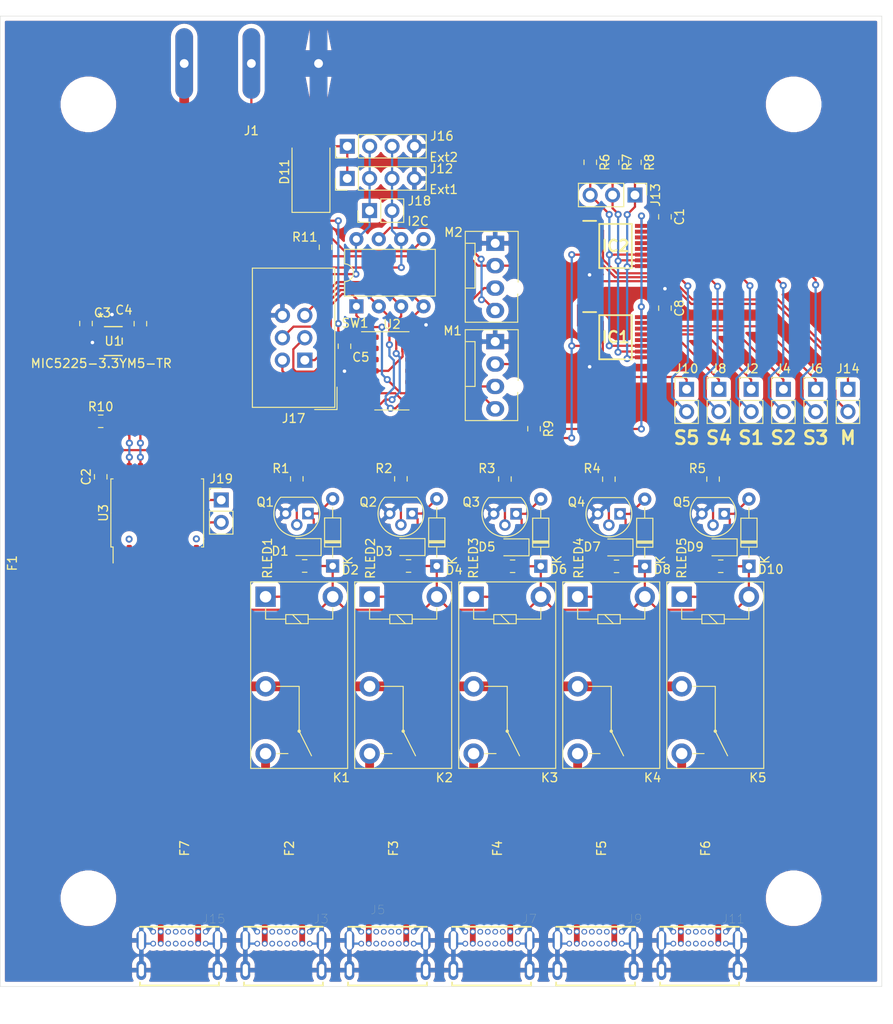
<source format=kicad_pcb>
(kicad_pcb (version 20171130) (host pcbnew "(5.1.5)-3")

  (general
    (thickness 1.6)
    (drawings 13)
    (tracks 664)
    (zones 0)
    (modules 81)
    (nets 129)
  )

  (page A4)
  (layers
    (0 F.Cu signal)
    (31 B.Cu signal)
    (32 B.Adhes user)
    (33 F.Adhes user)
    (34 B.Paste user)
    (35 F.Paste user)
    (36 B.SilkS user)
    (37 F.SilkS user)
    (38 B.Mask user)
    (39 F.Mask user)
    (40 Dwgs.User user)
    (41 Cmts.User user)
    (42 Eco1.User user)
    (43 Eco2.User user)
    (44 Edge.Cuts user)
    (45 Margin user)
    (46 B.CrtYd user)
    (47 F.CrtYd user)
    (48 B.Fab user)
    (49 F.Fab user)
  )

  (setup
    (last_trace_width 0.25)
    (trace_clearance 0.2)
    (zone_clearance 0.508)
    (zone_45_only no)
    (trace_min 0.2)
    (via_size 0.8)
    (via_drill 0.4)
    (via_min_size 0.4)
    (via_min_drill 0.3)
    (uvia_size 0.3)
    (uvia_drill 0.1)
    (uvias_allowed no)
    (uvia_min_size 0.2)
    (uvia_min_drill 0.1)
    (edge_width 0.05)
    (segment_width 0.2)
    (pcb_text_width 0.3)
    (pcb_text_size 1.5 1.5)
    (mod_edge_width 0.12)
    (mod_text_size 1 1)
    (mod_text_width 0.15)
    (pad_size 5.3 5.3)
    (pad_drill 5.3)
    (pad_to_mask_clearance 0.051)
    (solder_mask_min_width 0.25)
    (aux_axis_origin 0 0)
    (visible_elements 7FFFFFFF)
    (pcbplotparams
      (layerselection 0x010fc_ffffffff)
      (usegerberextensions false)
      (usegerberattributes false)
      (usegerberadvancedattributes false)
      (creategerberjobfile false)
      (excludeedgelayer true)
      (linewidth 0.100000)
      (plotframeref false)
      (viasonmask false)
      (mode 1)
      (useauxorigin false)
      (hpglpennumber 1)
      (hpglpenspeed 20)
      (hpglpendiameter 15.000000)
      (psnegative false)
      (psa4output false)
      (plotreference true)
      (plotvalue true)
      (plotinvisibletext false)
      (padsonsilk false)
      (subtractmaskfromsilk false)
      (outputformat 1)
      (mirror false)
      (drillshape 0)
      (scaleselection 1)
      (outputdirectory ""))
  )

  (net 0 "")
  (net 1 GND)
  (net 2 "Net-(D1-Pad2)")
  (net 3 "Net-(D1-Pad1)")
  (net 4 VCC)
  (net 5 "Net-(D3-Pad1)")
  (net 6 "Net-(D3-Pad2)")
  (net 7 "Net-(D5-Pad1)")
  (net 8 "Net-(D5-Pad2)")
  (net 9 "Net-(D7-Pad2)")
  (net 10 "Net-(D7-Pad1)")
  (net 11 "Net-(D10-Pad2)")
  (net 12 "Net-(D9-Pad2)")
  (net 13 "Net-(F2-Pad1)")
  (net 14 "Net-(F2-Pad2)")
  (net 15 "Net-(F3-Pad2)")
  (net 16 "Net-(F3-Pad1)")
  (net 17 "Net-(F4-Pad1)")
  (net 18 "Net-(F4-Pad2)")
  (net 19 "Net-(F5-Pad1)")
  (net 20 "Net-(F5-Pad2)")
  (net 21 "Net-(F6-Pad2)")
  (net 22 "Net-(F6-Pad1)")
  (net 23 "Net-(J3-PadB5)")
  (net 24 "Net-(J3-PadA5)")
  (net 25 "Net-(J5-PadA5)")
  (net 26 "Net-(J5-PadB5)")
  (net 27 "Net-(J7-PadB5)")
  (net 28 "Net-(J7-PadA5)")
  (net 29 "Net-(J9-PadA5)")
  (net 30 "Net-(J9-PadB5)")
  (net 31 "Net-(J11-PadA5)")
  (net 32 "Net-(J11-PadB5)")
  (net 33 "Net-(J15-PadB5)")
  (net 34 "Net-(J15-PadA5)")
  (net 35 "Net-(Q1-Pad2)")
  (net 36 "Net-(Q2-Pad2)")
  (net 37 "Net-(Q3-Pad2)")
  (net 38 "Net-(Q4-Pad2)")
  (net 39 "Net-(Q5-Pad2)")
  (net 40 /PiCl_relay1/E)
  (net 41 "Net-(U1-Pad4)")
  (net 42 3V3)
  (net 43 "Net-(F1-Pad1)")
  (net 44 FVCC)
  (net 45 "Net-(F7-Pad2)")
  (net 46 Rx3)
  (net 47 Rx2)
  (net 48 Rx1)
  (net 49 Rx4)
  (net 50 SS1)
  (net 51 SS2)
  (net 52 SS3)
  (net 53 "Net-(IC1-Pad7)")
  (net 54 SE)
  (net 55 "Net-(IC1-Pad5)")
  (net 56 "Net-(IC1-Pad4)")
  (net 57 MTx)
  (net 58 "Net-(IC1-Pad2)")
  (net 59 Rx5)
  (net 60 Tx5)
  (net 61 "Net-(IC2-Pad2)")
  (net 62 MRx)
  (net 63 "Net-(IC2-Pad4)")
  (net 64 "Net-(IC2-Pad5)")
  (net 65 "Net-(IC2-Pad7)")
  (net 66 Tx4)
  (net 67 Tx1)
  (net 68 Tx2)
  (net 69 Tx3)
  (net 70 "Net-(J3-PadB8)")
  (net 71 "Net-(J3-PadB7)")
  (net 72 "Net-(J3-PadB6)")
  (net 73 "Net-(J3-PadA8)")
  (net 74 "Net-(J3-PadA7)")
  (net 75 "Net-(J3-PadA6)")
  (net 76 "Net-(J5-PadA6)")
  (net 77 "Net-(J5-PadA7)")
  (net 78 "Net-(J5-PadA8)")
  (net 79 "Net-(J5-PadB6)")
  (net 80 "Net-(J5-PadB7)")
  (net 81 "Net-(J5-PadB8)")
  (net 82 "Net-(J7-PadB8)")
  (net 83 "Net-(J7-PadB7)")
  (net 84 "Net-(J7-PadB6)")
  (net 85 "Net-(J7-PadA8)")
  (net 86 "Net-(J7-PadA7)")
  (net 87 "Net-(J7-PadA6)")
  (net 88 "Net-(J9-PadA6)")
  (net 89 "Net-(J9-PadA7)")
  (net 90 "Net-(J9-PadA8)")
  (net 91 "Net-(J9-PadB6)")
  (net 92 "Net-(J9-PadB7)")
  (net 93 "Net-(J9-PadB8)")
  (net 94 "Net-(J11-PadA6)")
  (net 95 "Net-(J11-PadA7)")
  (net 96 "Net-(J11-PadA8)")
  (net 97 "Net-(J11-PadB6)")
  (net 98 "Net-(J11-PadB7)")
  (net 99 "Net-(J11-PadB8)")
  (net 100 "Net-(J15-PadB8)")
  (net 101 "Net-(J15-PadB7)")
  (net 102 "Net-(J15-PadB6)")
  (net 103 "Net-(J15-PadA8)")
  (net 104 "Net-(J15-PadA7)")
  (net 105 "Net-(J15-PadA6)")
  (net 106 /sheet5E9D210F/E)
  (net 107 /sheet5E9E3F57/E)
  (net 108 /sheet5E9E6EC9/E)
  (net 109 /sheet5E9E9D9B/E)
  (net 110 "Net-(J19-Pad1)")
  (net 111 "Net-(J19-Pad2)")
  (net 112 SDA)
  (net 113 SCL)
  (net 114 "Net-(M1-Pad4)")
  (net 115 "Net-(M1-Pad3)")
  (net 116 "Net-(M2-Pad3)")
  (net 117 "Net-(M2-Pad4)")
  (net 118 "Net-(U2-Pad2)")
  (net 119 "Net-(U2-Pad3)")
  (net 120 "Net-(U2-Pad5)")
  (net 121 "Net-(U2-Pad10)")
  (net 122 "Net-(J17-Pad1)")
  (net 123 "Net-(J17-Pad3)")
  (net 124 "Net-(J17-Pad4)")
  (net 125 "Net-(J17-Pad5)")
  (net 126 "Net-(R11-Pad1)")
  (net 127 "Net-(U3-Pad13)")
  (net 128 "Net-(C5-Pad2)")

  (net_class Default "This is the default net class."
    (clearance 0.2)
    (trace_width 0.25)
    (via_dia 0.8)
    (via_drill 0.4)
    (uvia_dia 0.3)
    (uvia_drill 0.1)
    (add_net /PiCl_relay1/E)
    (add_net /sheet5E9D210F/E)
    (add_net /sheet5E9E3F57/E)
    (add_net /sheet5E9E6EC9/E)
    (add_net /sheet5E9E9D9B/E)
    (add_net 3V3)
    (add_net GND)
    (add_net MRx)
    (add_net MTx)
    (add_net "Net-(C5-Pad2)")
    (add_net "Net-(D1-Pad1)")
    (add_net "Net-(D1-Pad2)")
    (add_net "Net-(D10-Pad2)")
    (add_net "Net-(D3-Pad1)")
    (add_net "Net-(D3-Pad2)")
    (add_net "Net-(D5-Pad1)")
    (add_net "Net-(D5-Pad2)")
    (add_net "Net-(D7-Pad1)")
    (add_net "Net-(D7-Pad2)")
    (add_net "Net-(D9-Pad2)")
    (add_net "Net-(IC1-Pad2)")
    (add_net "Net-(IC1-Pad4)")
    (add_net "Net-(IC1-Pad5)")
    (add_net "Net-(IC1-Pad7)")
    (add_net "Net-(IC2-Pad2)")
    (add_net "Net-(IC2-Pad4)")
    (add_net "Net-(IC2-Pad5)")
    (add_net "Net-(IC2-Pad7)")
    (add_net "Net-(J11-PadA5)")
    (add_net "Net-(J11-PadA6)")
    (add_net "Net-(J11-PadA7)")
    (add_net "Net-(J11-PadA8)")
    (add_net "Net-(J11-PadB5)")
    (add_net "Net-(J11-PadB6)")
    (add_net "Net-(J11-PadB7)")
    (add_net "Net-(J11-PadB8)")
    (add_net "Net-(J15-PadA5)")
    (add_net "Net-(J15-PadA6)")
    (add_net "Net-(J15-PadA7)")
    (add_net "Net-(J15-PadA8)")
    (add_net "Net-(J15-PadB5)")
    (add_net "Net-(J15-PadB6)")
    (add_net "Net-(J15-PadB7)")
    (add_net "Net-(J15-PadB8)")
    (add_net "Net-(J17-Pad1)")
    (add_net "Net-(J17-Pad3)")
    (add_net "Net-(J17-Pad4)")
    (add_net "Net-(J17-Pad5)")
    (add_net "Net-(J19-Pad1)")
    (add_net "Net-(J19-Pad2)")
    (add_net "Net-(J3-PadA5)")
    (add_net "Net-(J3-PadA6)")
    (add_net "Net-(J3-PadA7)")
    (add_net "Net-(J3-PadA8)")
    (add_net "Net-(J3-PadB5)")
    (add_net "Net-(J3-PadB6)")
    (add_net "Net-(J3-PadB7)")
    (add_net "Net-(J3-PadB8)")
    (add_net "Net-(J5-PadA5)")
    (add_net "Net-(J5-PadA6)")
    (add_net "Net-(J5-PadA7)")
    (add_net "Net-(J5-PadA8)")
    (add_net "Net-(J5-PadB5)")
    (add_net "Net-(J5-PadB6)")
    (add_net "Net-(J5-PadB7)")
    (add_net "Net-(J5-PadB8)")
    (add_net "Net-(J7-PadA5)")
    (add_net "Net-(J7-PadA6)")
    (add_net "Net-(J7-PadA7)")
    (add_net "Net-(J7-PadA8)")
    (add_net "Net-(J7-PadB5)")
    (add_net "Net-(J7-PadB6)")
    (add_net "Net-(J7-PadB7)")
    (add_net "Net-(J7-PadB8)")
    (add_net "Net-(J9-PadA5)")
    (add_net "Net-(J9-PadA6)")
    (add_net "Net-(J9-PadA7)")
    (add_net "Net-(J9-PadA8)")
    (add_net "Net-(J9-PadB5)")
    (add_net "Net-(J9-PadB6)")
    (add_net "Net-(J9-PadB7)")
    (add_net "Net-(J9-PadB8)")
    (add_net "Net-(M1-Pad3)")
    (add_net "Net-(M1-Pad4)")
    (add_net "Net-(M2-Pad3)")
    (add_net "Net-(M2-Pad4)")
    (add_net "Net-(Q1-Pad2)")
    (add_net "Net-(Q2-Pad2)")
    (add_net "Net-(Q3-Pad2)")
    (add_net "Net-(Q4-Pad2)")
    (add_net "Net-(Q5-Pad2)")
    (add_net "Net-(R11-Pad1)")
    (add_net "Net-(U1-Pad4)")
    (add_net "Net-(U2-Pad10)")
    (add_net "Net-(U2-Pad2)")
    (add_net "Net-(U2-Pad3)")
    (add_net "Net-(U2-Pad5)")
    (add_net "Net-(U3-Pad13)")
    (add_net Rx1)
    (add_net Rx2)
    (add_net Rx3)
    (add_net Rx4)
    (add_net Rx5)
    (add_net SCL)
    (add_net SDA)
    (add_net SE)
    (add_net SS1)
    (add_net SS2)
    (add_net SS3)
    (add_net Tx1)
    (add_net Tx2)
    (add_net Tx3)
    (add_net Tx4)
    (add_net Tx5)
    (add_net VCC)
  )

  (net_class 3a ""
    (clearance 0.2)
    (trace_width 1)
    (via_dia 0.8)
    (via_drill 0.4)
    (uvia_dia 0.3)
    (uvia_drill 0.1)
    (add_net "Net-(F2-Pad2)")
    (add_net "Net-(F3-Pad2)")
    (add_net "Net-(F4-Pad2)")
    (add_net "Net-(F5-Pad2)")
    (add_net "Net-(F6-Pad2)")
  )

  (net_class 3aUSB ""
    (clearance 0.2)
    (trace_width 0.65)
    (via_dia 0.8)
    (via_drill 0.4)
    (uvia_dia 0.3)
    (uvia_drill 0.1)
    (add_net "Net-(F2-Pad1)")
    (add_net "Net-(F3-Pad1)")
    (add_net "Net-(F4-Pad1)")
    (add_net "Net-(F5-Pad1)")
    (add_net "Net-(F6-Pad1)")
    (add_net "Net-(F7-Pad2)")
  )

  (net_class FVCC ""
    (clearance 0.2)
    (trace_width 1.1)
    (via_dia 0.8)
    (via_drill 0.4)
    (uvia_dia 0.3)
    (uvia_drill 0.1)
    (add_net FVCC)
    (add_net "Net-(F1-Pad1)")
  )

  (net_class VCC ""
    (clearance 0.2)
    (trace_width 1.1)
    (via_dia 0.8)
    (via_drill 0.4)
    (uvia_dia 0.3)
    (uvia_drill 0.1)
  )

  (module Connector_PinHeader_2.54mm:PinHeader_1x02_P2.54mm_Vertical (layer F.Cu) (tedit 5E7B835C) (tstamp 5E796AB8)
    (at 257.86 72.3)
    (descr "Through hole straight pin header, 1x02, 2.54mm pitch, single row")
    (tags "Through hole pin header THT 1x02 2.54mm single row")
    (path /5E9E9DA0/5E94EC9C)
    (fp_text reference J10 (at 0 -2.33) (layer F.SilkS)
      (effects (font (size 1 1) (thickness 0.15)))
    )
    (fp_text value "Slave Serial" (at 0 4.87) (layer F.Fab)
      (effects (font (size 1 1) (thickness 0.15)))
    )
    (fp_line (start -0.635 -1.27) (end 1.27 -1.27) (layer F.Fab) (width 0.1))
    (fp_line (start 1.27 -1.27) (end 1.27 3.81) (layer F.Fab) (width 0.1))
    (fp_line (start 1.27 3.81) (end -1.27 3.81) (layer F.Fab) (width 0.1))
    (fp_line (start -1.27 3.81) (end -1.27 -0.635) (layer F.Fab) (width 0.1))
    (fp_line (start -1.27 -0.635) (end -0.635 -1.27) (layer F.Fab) (width 0.1))
    (fp_line (start -1.33 3.87) (end 1.33 3.87) (layer F.SilkS) (width 0.12))
    (fp_line (start -1.33 1.27) (end -1.33 3.87) (layer F.SilkS) (width 0.12))
    (fp_line (start 1.33 1.27) (end 1.33 3.87) (layer F.SilkS) (width 0.12))
    (fp_line (start -1.33 1.27) (end 1.33 1.27) (layer F.SilkS) (width 0.12))
    (fp_line (start -1.33 0) (end -1.33 -1.33) (layer F.SilkS) (width 0.12))
    (fp_line (start -1.33 -1.33) (end 0 -1.33) (layer F.SilkS) (width 0.12))
    (fp_line (start -1.8 -1.8) (end -1.8 4.35) (layer F.CrtYd) (width 0.05))
    (fp_line (start -1.8 4.35) (end 1.8 4.35) (layer F.CrtYd) (width 0.05))
    (fp_line (start 1.8 4.35) (end 1.8 -1.8) (layer F.CrtYd) (width 0.05))
    (fp_line (start 1.8 -1.8) (end -1.8 -1.8) (layer F.CrtYd) (width 0.05))
    (fp_text user %R (at 0 1.27 90) (layer F.Fab)
      (effects (font (size 1 1) (thickness 0.15)))
    )
    (pad 1 thru_hole rect (at 0 0) (size 1.7 1.7) (drill 1) (layers *.Cu *.Mask)
      (net 59 Rx5))
    (pad 2 thru_hole oval (at 0 2.54) (size 1.7 1.7) (drill 1) (layers *.Cu *.Mask)
      (net 60 Tx5))
    (model ${KISYS3DMOD}/Connector_PinHeader_2.54mm.3dshapes/PinHeader_1x02_P2.54mm_Vertical.wrl
      (at (xyz 0 0 0))
      (scale (xyz 1 1 1))
      (rotate (xyz 0 0 0))
    )
  )

  (module PiCl:10030_SMD_handsolder (layer F.Cu) (tedit 5E712C06) (tstamp 5E79F3B4)
    (at 184.17 92.02 270)
    (path /5D32A45A)
    (fp_text reference F1 (at 0 2.8 90) (layer F.SilkS)
      (effects (font (size 1 1) (thickness 0.15)))
    )
    (fp_text value MainFuse (at 0 -2.55 90) (layer F.Fab)
      (effects (font (size 1 1) (thickness 0.15)))
    )
    (fp_line (start 8.4 -1.82) (end -8.4 -1.82) (layer F.CrtYd) (width 0.12))
    (fp_line (start 8.4 1.82) (end 8.4 -1.82) (layer F.CrtYd) (width 0.12))
    (fp_line (start -8.4 1.82) (end 8.4 1.82) (layer F.CrtYd) (width 0.12))
    (fp_line (start -8.4 -1.82) (end -8.4 1.82) (layer F.CrtYd) (width 0.12))
    (pad 2 smd rect (at 4.675 0 270) (size 5.25 3.43) (drill (offset 1 0)) (layers F.Cu F.Paste F.Mask)
      (net 44 FVCC))
    (pad 1 smd rect (at -4.675 0 270) (size 5.25 3.43) (drill (offset -1 0)) (layers F.Cu F.Paste F.Mask)
      (net 43 "Net-(F1-Pad1)"))
  )

  (module Resistor_SMD:R_0805_2012Metric_Pad1.15x1.40mm_HandSolder (layer F.Cu) (tedit 5B36C52B) (tstamp 5E79EEFD)
    (at 237.25 82.475 90)
    (descr "Resistor SMD 0805 (2012 Metric), square (rectangular) end terminal, IPC_7351 nominal with elongated pad for handsoldering. (Body size source: https://docs.google.com/spreadsheets/d/1BsfQQcO9C6DZCsRaXUlFlo91Tg2WpOkGARC1WS5S8t0/edit?usp=sharing), generated with kicad-footprint-generator")
    (tags "resistor handsolder")
    (path /5E9E3F5C/5E7CECAD)
    (attr smd)
    (fp_text reference R3 (at 1.195 -2.046 180) (layer F.SilkS)
      (effects (font (size 1 1) (thickness 0.15)))
    )
    (fp_text value 270R (at 0 1.65 90) (layer F.Fab)
      (effects (font (size 1 1) (thickness 0.15)))
    )
    (fp_text user %R (at 0 0 90) (layer F.Fab)
      (effects (font (size 0.5 0.5) (thickness 0.08)))
    )
    (fp_line (start 1.85 0.95) (end -1.85 0.95) (layer F.CrtYd) (width 0.05))
    (fp_line (start 1.85 -0.95) (end 1.85 0.95) (layer F.CrtYd) (width 0.05))
    (fp_line (start -1.85 -0.95) (end 1.85 -0.95) (layer F.CrtYd) (width 0.05))
    (fp_line (start -1.85 0.95) (end -1.85 -0.95) (layer F.CrtYd) (width 0.05))
    (fp_line (start -0.261252 0.71) (end 0.261252 0.71) (layer F.SilkS) (width 0.12))
    (fp_line (start -0.261252 -0.71) (end 0.261252 -0.71) (layer F.SilkS) (width 0.12))
    (fp_line (start 1 0.6) (end -1 0.6) (layer F.Fab) (width 0.1))
    (fp_line (start 1 -0.6) (end 1 0.6) (layer F.Fab) (width 0.1))
    (fp_line (start -1 -0.6) (end 1 -0.6) (layer F.Fab) (width 0.1))
    (fp_line (start -1 0.6) (end -1 -0.6) (layer F.Fab) (width 0.1))
    (pad 2 smd roundrect (at 1.025 0 90) (size 1.15 1.4) (layers F.Cu F.Paste F.Mask) (roundrect_rratio 0.217391)
      (net 107 /sheet5E9E3F57/E))
    (pad 1 smd roundrect (at -1.025 0 90) (size 1.15 1.4) (layers F.Cu F.Paste F.Mask) (roundrect_rratio 0.217391)
      (net 37 "Net-(Q3-Pad2)"))
    (model ${KISYS3DMOD}/Resistor_SMD.3dshapes/R_0805_2012Metric.wrl
      (at (xyz 0 0 0))
      (scale (xyz 1 1 1))
      (rotate (xyz 0 0 0))
    )
  )

  (module MountingHole:MountingHole_5.3mm_M5 (layer F.Cu) (tedit 5E7BAB1A) (tstamp 5E79E881)
    (at 190 130)
    (descr "Mounting Hole 5.3mm, no annular, M5")
    (tags "mounting hole 5.3mm no annular m5")
    (attr virtual)
    (fp_text reference REF** (at 0 -6.3) (layer F.SilkS) hide
      (effects (font (size 1 1) (thickness 0.15)))
    )
    (fp_text value MountingHole_5.3mm_M5 (at 0 6.3) (layer F.Fab)
      (effects (font (size 1 1) (thickness 0.15)))
    )
    (fp_text user %R (at 0.3 0) (layer F.Fab)
      (effects (font (size 1 1) (thickness 0.15)))
    )
    (fp_circle (center 0 0) (end 5.3 0) (layer Cmts.User) (width 0.15))
    (fp_circle (center 0 0) (end 5.55 0) (layer F.CrtYd) (width 0.05))
    (pad "" np_thru_hole circle (at 0 0) (size 5.3 5.3) (drill 5.3) (layers *.Cu *.Mask))
  )

  (module MountingHole:MountingHole_5.3mm_M5 (layer F.Cu) (tedit 5E7BAB14) (tstamp 5E79E881)
    (at 270 130)
    (descr "Mounting Hole 5.3mm, no annular, M5")
    (tags "mounting hole 5.3mm no annular m5")
    (attr virtual)
    (fp_text reference REF** (at 0 -6.3) (layer F.SilkS) hide
      (effects (font (size 1 1) (thickness 0.15)))
    )
    (fp_text value MountingHole_5.3mm_M5 (at 0 6.3) (layer F.Fab)
      (effects (font (size 1 1) (thickness 0.15)))
    )
    (fp_text user %R (at 0.3 0) (layer F.Fab)
      (effects (font (size 1 1) (thickness 0.15)))
    )
    (fp_circle (center 0 0) (end 5.3 0) (layer Cmts.User) (width 0.15))
    (fp_circle (center 0 0) (end 5.55 0) (layer F.CrtYd) (width 0.05))
    (pad "" np_thru_hole circle (at 0 0) (size 5.3 5.3) (drill 5.3) (layers *.Cu *.Mask))
  )

  (module MountingHole:MountingHole_5.3mm_M5 (layer F.Cu) (tedit 5E7A1EEE) (tstamp 5E79E881)
    (at 270 40)
    (descr "Mounting Hole 5.3mm, no annular, M5")
    (tags "mounting hole 5.3mm no annular m5")
    (attr virtual)
    (fp_text reference REF** (at 0 -6.3) (layer F.SilkS) hide
      (effects (font (size 1 1) (thickness 0.15)))
    )
    (fp_text value MountingHole_5.3mm_M5 (at 0 6.3) (layer F.Fab)
      (effects (font (size 1 1) (thickness 0.15)))
    )
    (fp_text user %R (at 0.3 0) (layer F.Fab)
      (effects (font (size 1 1) (thickness 0.15)))
    )
    (fp_circle (center 0 0) (end 5.3 0) (layer Cmts.User) (width 0.15))
    (fp_circle (center 0 0) (end 5.55 0) (layer F.CrtYd) (width 0.05))
    (pad "" np_thru_hole circle (at 0 0) (size 5.3 5.3) (drill 5.3) (layers *.Cu *.Mask))
  )

  (module MountingHole:MountingHole_5.3mm_M5 (layer F.Cu) (tedit 5E7BAB0B) (tstamp 5E79E87F)
    (at 190 40)
    (descr "Mounting Hole 5.3mm, no annular, M5")
    (tags "mounting hole 5.3mm no annular m5")
    (attr virtual)
    (fp_text reference REF** (at 0 -6.3) (layer F.SilkS) hide
      (effects (font (size 1 1) (thickness 0.15)))
    )
    (fp_text value MountingHole_5.3mm_M5 (at 0 6.3) (layer F.Fab)
      (effects (font (size 1 1) (thickness 0.15)))
    )
    (fp_circle (center 0 0) (end 5.55 0) (layer F.CrtYd) (width 0.05))
    (fp_circle (center 0 0) (end 5.3 0) (layer Cmts.User) (width 0.15))
    (fp_text user %R (at 0.3 0) (layer F.Fab)
      (effects (font (size 1 1) (thickness 0.15)))
    )
    (pad "" np_thru_hole circle (at 0 0) (size 5.3 5.3) (drill 5.3) (layers *.Cu *.Mask))
  )

  (module Connector:FanPinHeader_1x04_P2.54mm_Vertical (layer F.Cu) (tedit 5A19DE55) (tstamp 5E796863)
    (at 236.15 66.9 270)
    (descr "4-pin CPU fan Through hole pin header, e.g. for Wieson part number 2366C888-007 Molex 47053-1000, Foxconn HF27040-M1, Tyco 1470947-1 or equivalent, see http://www.formfactors.org/developer%5Cspecs%5Crev1_2_public.pdf")
    (tags "pin header 4-pin CPU fan")
    (path /5E798ED3)
    (fp_text reference M1 (at -1.23 4.83 180) (layer F.SilkS)
      (effects (font (size 1 1) (thickness 0.15)))
    )
    (fp_text value Fan_4pin (at 4.05 4.35 180) (layer F.Fab)
      (effects (font (size 1 1) (thickness 0.15)))
    )
    (fp_line (start 9.35 -3.2) (end 9.35 3.8) (layer F.CrtYd) (width 0.05))
    (fp_line (start 9.35 -3.2) (end -1.75 -3.2) (layer F.CrtYd) (width 0.05))
    (fp_line (start -1.75 3.8) (end 9.35 3.8) (layer F.CrtYd) (width 0.05))
    (fp_line (start -1.75 3.8) (end -1.75 -3.2) (layer F.CrtYd) (width 0.05))
    (fp_line (start 5.08 2.29) (end 5.08 3.3) (layer F.SilkS) (width 0.12))
    (fp_line (start 0 2.29) (end 5.08 2.29) (layer F.SilkS) (width 0.12))
    (fp_line (start 0 3.3) (end 0 2.29) (layer F.SilkS) (width 0.12))
    (fp_line (start -1.25 -2.5) (end 4.4 -2.5) (layer F.Fab) (width 0.1))
    (fp_line (start -1.25 3.3) (end -1.25 -2.5) (layer F.Fab) (width 0.1))
    (fp_line (start -1.2 3.3) (end -1.25 3.3) (layer F.Fab) (width 0.1))
    (fp_line (start 8.85 3.3) (end -1.2 3.3) (layer F.Fab) (width 0.1))
    (fp_line (start 8.85 -2.5) (end 8.85 3.3) (layer F.Fab) (width 0.1))
    (fp_line (start 5.75 -2.5) (end 8.85 -2.5) (layer F.Fab) (width 0.1))
    (fp_line (start 0 2.3) (end 0 3.3) (layer F.Fab) (width 0.1))
    (fp_line (start 5.1 2.3) (end 0 2.3) (layer F.Fab) (width 0.1))
    (fp_line (start 5.1 3.3) (end 5.1 2.3) (layer F.Fab) (width 0.1))
    (fp_line (start -1.35 3.4) (end -1.35 -2.6) (layer F.SilkS) (width 0.12))
    (fp_line (start 8.95 3.4) (end -1.35 3.4) (layer F.SilkS) (width 0.12))
    (fp_line (start 8.95 -2.55) (end 8.95 3.4) (layer F.SilkS) (width 0.12))
    (fp_line (start 5.75 -2.55) (end 8.95 -2.55) (layer F.SilkS) (width 0.12))
    (fp_line (start -1.35 -2.6) (end 4.4 -2.6) (layer F.SilkS) (width 0.12))
    (fp_text user %R (at 1.85 -1.75 90) (layer F.Fab)
      (effects (font (size 1 1) (thickness 0.15)))
    )
    (pad "" np_thru_hole circle (at 5.08 -2.16) (size 1.1 1.1) (drill 1.1) (layers *.Cu *.Mask))
    (pad 4 thru_hole oval (at 7.62 0) (size 2.03 1.73) (drill 1.02) (layers *.Cu *.Mask)
      (net 114 "Net-(M1-Pad4)"))
    (pad 3 thru_hole oval (at 5.08 0) (size 2.03 1.73) (drill 1.02) (layers *.Cu *.Mask)
      (net 115 "Net-(M1-Pad3)"))
    (pad 2 thru_hole oval (at 2.54 0) (size 2.03 1.73) (drill 1.02) (layers *.Cu *.Mask)
      (net 4 VCC))
    (pad 1 thru_hole rect (at 0 0) (size 2.03 1.73) (drill 1.02) (layers *.Cu *.Mask)
      (net 1 GND))
    (model ${KISYS3DMOD}/Connector.3dshapes/FanPinHeader_1x04_P2.54mm_Vertical.wrl
      (at (xyz 0 0 0))
      (scale (xyz 1 1 1))
      (rotate (xyz 0 0 0))
    )
  )

  (module Resistor_SMD:R_0805_2012Metric_Pad1.15x1.40mm_HandSolder (layer F.Cu) (tedit 5B36C52B) (tstamp 5E797242)
    (at 238.12 92.364999 180)
    (descr "Resistor SMD 0805 (2012 Metric), square (rectangular) end terminal, IPC_7351 nominal with elongated pad for handsoldering. (Body size source: https://docs.google.com/spreadsheets/d/1BsfQQcO9C6DZCsRaXUlFlo91Tg2WpOkGARC1WS5S8t0/edit?usp=sharing), generated with kicad-footprint-generator")
    (tags "resistor handsolder")
    (path /5E9E3F5C/5E7CECB9)
    (attr smd)
    (fp_text reference RLED3 (at 4.44 0.924999 90) (layer F.SilkS)
      (effects (font (size 1 1) (thickness 0.15)))
    )
    (fp_text value 150R (at 0 1.65) (layer F.Fab)
      (effects (font (size 1 1) (thickness 0.15)))
    )
    (fp_line (start -1 0.6) (end -1 -0.6) (layer F.Fab) (width 0.1))
    (fp_line (start -1 -0.6) (end 1 -0.6) (layer F.Fab) (width 0.1))
    (fp_line (start 1 -0.6) (end 1 0.6) (layer F.Fab) (width 0.1))
    (fp_line (start 1 0.6) (end -1 0.6) (layer F.Fab) (width 0.1))
    (fp_line (start -0.261252 -0.71) (end 0.261252 -0.71) (layer F.SilkS) (width 0.12))
    (fp_line (start -0.261252 0.71) (end 0.261252 0.71) (layer F.SilkS) (width 0.12))
    (fp_line (start -1.85 0.95) (end -1.85 -0.95) (layer F.CrtYd) (width 0.05))
    (fp_line (start -1.85 -0.95) (end 1.85 -0.95) (layer F.CrtYd) (width 0.05))
    (fp_line (start 1.85 -0.95) (end 1.85 0.95) (layer F.CrtYd) (width 0.05))
    (fp_line (start 1.85 0.95) (end -1.85 0.95) (layer F.CrtYd) (width 0.05))
    (fp_text user %R (at 0 0) (layer F.Fab)
      (effects (font (size 0.5 0.5) (thickness 0.08)))
    )
    (pad 1 smd roundrect (at -1.025 0 180) (size 1.15 1.4) (layers F.Cu F.Paste F.Mask) (roundrect_rratio 0.217391)
      (net 4 VCC))
    (pad 2 smd roundrect (at 1.025 0 180) (size 1.15 1.4) (layers F.Cu F.Paste F.Mask) (roundrect_rratio 0.217391)
      (net 8 "Net-(D5-Pad2)"))
    (model ${KISYS3DMOD}/Resistor_SMD.3dshapes/R_0805_2012Metric.wrl
      (at (xyz 0 0 0))
      (scale (xyz 1 1 1))
      (rotate (xyz 0 0 0))
    )
  )

  (module PiCl:10030_SMD_handsolder (layer F.Cu) (tedit 5E712C06) (tstamp 5E797190)
    (at 221.805 124.345 90)
    (path /5E9D2114/5E7CEC9F)
    (fp_text reference F3 (at 0 2.8 90) (layer F.SilkS)
      (effects (font (size 1 1) (thickness 0.15)))
    )
    (fp_text value Fuse (at 0 -2.55 90) (layer F.Fab)
      (effects (font (size 1 1) (thickness 0.15)))
    )
    (fp_line (start 8.4 -1.82) (end -8.4 -1.82) (layer F.CrtYd) (width 0.12))
    (fp_line (start 8.4 1.82) (end 8.4 -1.82) (layer F.CrtYd) (width 0.12))
    (fp_line (start -8.4 1.82) (end 8.4 1.82) (layer F.CrtYd) (width 0.12))
    (fp_line (start -8.4 -1.82) (end -8.4 1.82) (layer F.CrtYd) (width 0.12))
    (pad 2 smd rect (at 4.675 0 90) (size 5.25 3.43) (drill (offset 1 0)) (layers F.Cu F.Paste F.Mask)
      (net 15 "Net-(F3-Pad2)"))
    (pad 1 smd rect (at -4.675 0 90) (size 5.25 3.43) (drill (offset -1 0)) (layers F.Cu F.Paste F.Mask)
      (net 16 "Net-(F3-Pad1)"))
  )

  (module Capacitor_SMD:C_0805_2012Metric_Pad1.15x1.40mm_HandSolder (layer F.Cu) (tedit 5B36C52B) (tstamp 5E797137)
    (at 255.4 52.75 270)
    (descr "Capacitor SMD 0805 (2012 Metric), square (rectangular) end terminal, IPC_7351 nominal with elongated pad for handsoldering. (Body size source: https://docs.google.com/spreadsheets/d/1BsfQQcO9C6DZCsRaXUlFlo91Tg2WpOkGARC1WS5S8t0/edit?usp=sharing), generated with kicad-footprint-generator")
    (tags "capacitor handsolder")
    (path /5EB63C5D)
    (attr smd)
    (fp_text reference C1 (at 0 -1.65 90) (layer F.SilkS)
      (effects (font (size 1 1) (thickness 0.15)))
    )
    (fp_text value 0.1u (at 0 1.65 90) (layer F.Fab)
      (effects (font (size 1 1) (thickness 0.15)))
    )
    (fp_line (start -1 0.6) (end -1 -0.6) (layer F.Fab) (width 0.1))
    (fp_line (start -1 -0.6) (end 1 -0.6) (layer F.Fab) (width 0.1))
    (fp_line (start 1 -0.6) (end 1 0.6) (layer F.Fab) (width 0.1))
    (fp_line (start 1 0.6) (end -1 0.6) (layer F.Fab) (width 0.1))
    (fp_line (start -0.261252 -0.71) (end 0.261252 -0.71) (layer F.SilkS) (width 0.12))
    (fp_line (start -0.261252 0.71) (end 0.261252 0.71) (layer F.SilkS) (width 0.12))
    (fp_line (start -1.85 0.95) (end -1.85 -0.95) (layer F.CrtYd) (width 0.05))
    (fp_line (start -1.85 -0.95) (end 1.85 -0.95) (layer F.CrtYd) (width 0.05))
    (fp_line (start 1.85 -0.95) (end 1.85 0.95) (layer F.CrtYd) (width 0.05))
    (fp_line (start 1.85 0.95) (end -1.85 0.95) (layer F.CrtYd) (width 0.05))
    (fp_text user %R (at 0 0 90) (layer F.Fab)
      (effects (font (size 0.5 0.5) (thickness 0.08)))
    )
    (pad 1 smd roundrect (at -1.025 0 270) (size 1.15 1.4) (layers F.Cu F.Paste F.Mask) (roundrect_rratio 0.217391)
      (net 1 GND))
    (pad 2 smd roundrect (at 1.025 0 270) (size 1.15 1.4) (layers F.Cu F.Paste F.Mask) (roundrect_rratio 0.217391)
      (net 42 3V3))
    (model ${KISYS3DMOD}/Capacitor_SMD.3dshapes/C_0805_2012Metric.wrl
      (at (xyz 0 0 0))
      (scale (xyz 1 1 1))
      (rotate (xyz 0 0 0))
    )
  )

  (module Capacitor_SMD:C_0805_2012Metric_Pad1.15x1.40mm_HandSolder (layer F.Cu) (tedit 5B36C52B) (tstamp 5E797272)
    (at 191.4 82.225 90)
    (descr "Capacitor SMD 0805 (2012 Metric), square (rectangular) end terminal, IPC_7351 nominal with elongated pad for handsoldering. (Body size source: https://docs.google.com/spreadsheets/d/1BsfQQcO9C6DZCsRaXUlFlo91Tg2WpOkGARC1WS5S8t0/edit?usp=sharing), generated with kicad-footprint-generator")
    (tags "capacitor handsolder")
    (path /5EB66F07)
    (attr smd)
    (fp_text reference C2 (at 0 -1.65 90) (layer F.SilkS)
      (effects (font (size 1 1) (thickness 0.15)))
    )
    (fp_text value 0.1u (at 0 1.65 90) (layer F.Fab)
      (effects (font (size 1 1) (thickness 0.15)))
    )
    (fp_line (start -1 0.6) (end -1 -0.6) (layer F.Fab) (width 0.1))
    (fp_line (start -1 -0.6) (end 1 -0.6) (layer F.Fab) (width 0.1))
    (fp_line (start 1 -0.6) (end 1 0.6) (layer F.Fab) (width 0.1))
    (fp_line (start 1 0.6) (end -1 0.6) (layer F.Fab) (width 0.1))
    (fp_line (start -0.261252 -0.71) (end 0.261252 -0.71) (layer F.SilkS) (width 0.12))
    (fp_line (start -0.261252 0.71) (end 0.261252 0.71) (layer F.SilkS) (width 0.12))
    (fp_line (start -1.85 0.95) (end -1.85 -0.95) (layer F.CrtYd) (width 0.05))
    (fp_line (start -1.85 -0.95) (end 1.85 -0.95) (layer F.CrtYd) (width 0.05))
    (fp_line (start 1.85 -0.95) (end 1.85 0.95) (layer F.CrtYd) (width 0.05))
    (fp_line (start 1.85 0.95) (end -1.85 0.95) (layer F.CrtYd) (width 0.05))
    (fp_text user %R (at 0 0 90) (layer F.Fab)
      (effects (font (size 0.5 0.5) (thickness 0.08)))
    )
    (pad 1 smd roundrect (at -1.025 0 90) (size 1.15 1.4) (layers F.Cu F.Paste F.Mask) (roundrect_rratio 0.217391)
      (net 1 GND))
    (pad 2 smd roundrect (at 1.025 0 90) (size 1.15 1.4) (layers F.Cu F.Paste F.Mask) (roundrect_rratio 0.217391)
      (net 42 3V3))
    (model ${KISYS3DMOD}/Capacitor_SMD.3dshapes/C_0805_2012Metric.wrl
      (at (xyz 0 0 0))
      (scale (xyz 1 1 1))
      (rotate (xyz 0 0 0))
    )
  )

  (module Capacitor_SMD:C_0805_2012Metric_Pad1.15x1.40mm_HandSolder (layer F.Cu) (tedit 5B36C52B) (tstamp 5E7971B2)
    (at 189.73 64.845 90)
    (descr "Capacitor SMD 0805 (2012 Metric), square (rectangular) end terminal, IPC_7351 nominal with elongated pad for handsoldering. (Body size source: https://docs.google.com/spreadsheets/d/1BsfQQcO9C6DZCsRaXUlFlo91Tg2WpOkGARC1WS5S8t0/edit?usp=sharing), generated with kicad-footprint-generator")
    (tags "capacitor handsolder")
    (path /5EB583E6)
    (attr smd)
    (fp_text reference C3 (at 1.215 1.87 180) (layer F.SilkS)
      (effects (font (size 1 1) (thickness 0.15)))
    )
    (fp_text value 1u (at 0 1.65 90) (layer F.Fab)
      (effects (font (size 1 1) (thickness 0.15)))
    )
    (fp_text user %R (at 0 0 90) (layer F.Fab)
      (effects (font (size 0.5 0.5) (thickness 0.08)))
    )
    (fp_line (start 1.85 0.95) (end -1.85 0.95) (layer F.CrtYd) (width 0.05))
    (fp_line (start 1.85 -0.95) (end 1.85 0.95) (layer F.CrtYd) (width 0.05))
    (fp_line (start -1.85 -0.95) (end 1.85 -0.95) (layer F.CrtYd) (width 0.05))
    (fp_line (start -1.85 0.95) (end -1.85 -0.95) (layer F.CrtYd) (width 0.05))
    (fp_line (start -0.261252 0.71) (end 0.261252 0.71) (layer F.SilkS) (width 0.12))
    (fp_line (start -0.261252 -0.71) (end 0.261252 -0.71) (layer F.SilkS) (width 0.12))
    (fp_line (start 1 0.6) (end -1 0.6) (layer F.Fab) (width 0.1))
    (fp_line (start 1 -0.6) (end 1 0.6) (layer F.Fab) (width 0.1))
    (fp_line (start -1 -0.6) (end 1 -0.6) (layer F.Fab) (width 0.1))
    (fp_line (start -1 0.6) (end -1 -0.6) (layer F.Fab) (width 0.1))
    (pad 2 smd roundrect (at 1.025 0 90) (size 1.15 1.4) (layers F.Cu F.Paste F.Mask) (roundrect_rratio 0.217391)
      (net 1 GND))
    (pad 1 smd roundrect (at -1.025 0 90) (size 1.15 1.4) (layers F.Cu F.Paste F.Mask) (roundrect_rratio 0.217391)
      (net 4 VCC))
    (model ${KISYS3DMOD}/Capacitor_SMD.3dshapes/C_0805_2012Metric.wrl
      (at (xyz 0 0 0))
      (scale (xyz 1 1 1))
      (rotate (xyz 0 0 0))
    )
  )

  (module Capacitor_SMD:C_0805_2012Metric_Pad1.15x1.40mm_HandSolder (layer F.Cu) (tedit 5B36C52B) (tstamp 5E797212)
    (at 195.9 64.865 90)
    (descr "Capacitor SMD 0805 (2012 Metric), square (rectangular) end terminal, IPC_7351 nominal with elongated pad for handsoldering. (Body size source: https://docs.google.com/spreadsheets/d/1BsfQQcO9C6DZCsRaXUlFlo91Tg2WpOkGARC1WS5S8t0/edit?usp=sharing), generated with kicad-footprint-generator")
    (tags "capacitor handsolder")
    (path /5EB583DC)
    (attr smd)
    (fp_text reference C4 (at 1.545 -1.87 180) (layer F.SilkS)
      (effects (font (size 1 1) (thickness 0.15)))
    )
    (fp_text value 2.2u (at 0 1.65 90) (layer F.Fab)
      (effects (font (size 1 1) (thickness 0.15)))
    )
    (fp_line (start -1 0.6) (end -1 -0.6) (layer F.Fab) (width 0.1))
    (fp_line (start -1 -0.6) (end 1 -0.6) (layer F.Fab) (width 0.1))
    (fp_line (start 1 -0.6) (end 1 0.6) (layer F.Fab) (width 0.1))
    (fp_line (start 1 0.6) (end -1 0.6) (layer F.Fab) (width 0.1))
    (fp_line (start -0.261252 -0.71) (end 0.261252 -0.71) (layer F.SilkS) (width 0.12))
    (fp_line (start -0.261252 0.71) (end 0.261252 0.71) (layer F.SilkS) (width 0.12))
    (fp_line (start -1.85 0.95) (end -1.85 -0.95) (layer F.CrtYd) (width 0.05))
    (fp_line (start -1.85 -0.95) (end 1.85 -0.95) (layer F.CrtYd) (width 0.05))
    (fp_line (start 1.85 -0.95) (end 1.85 0.95) (layer F.CrtYd) (width 0.05))
    (fp_line (start 1.85 0.95) (end -1.85 0.95) (layer F.CrtYd) (width 0.05))
    (fp_text user %R (at 0 0 90) (layer F.Fab)
      (effects (font (size 0.5 0.5) (thickness 0.08)))
    )
    (pad 1 smd roundrect (at -1.025 0 90) (size 1.15 1.4) (layers F.Cu F.Paste F.Mask) (roundrect_rratio 0.217391)
      (net 42 3V3))
    (pad 2 smd roundrect (at 1.025 0 90) (size 1.15 1.4) (layers F.Cu F.Paste F.Mask) (roundrect_rratio 0.217391)
      (net 1 GND))
    (model ${KISYS3DMOD}/Capacitor_SMD.3dshapes/C_0805_2012Metric.wrl
      (at (xyz 0 0 0))
      (scale (xyz 1 1 1))
      (rotate (xyz 0 0 0))
    )
  )

  (module Capacitor_SMD:C_0805_2012Metric_Pad1.15x1.40mm_HandSolder (layer F.Cu) (tedit 5B36C52B) (tstamp 5E797167)
    (at 219.05 67.425 90)
    (descr "Capacitor SMD 0805 (2012 Metric), square (rectangular) end terminal, IPC_7351 nominal with elongated pad for handsoldering. (Body size source: https://docs.google.com/spreadsheets/d/1BsfQQcO9C6DZCsRaXUlFlo91Tg2WpOkGARC1WS5S8t0/edit?usp=sharing), generated with kicad-footprint-generator")
    (tags "capacitor handsolder")
    (path /5E798EBD)
    (attr smd)
    (fp_text reference C5 (at -1.24 1.86 180) (layer F.SilkS)
      (effects (font (size 1 1) (thickness 0.15)))
    )
    (fp_text value 0.1u (at 0 1.65 90) (layer F.Fab)
      (effects (font (size 1 1) (thickness 0.15)))
    )
    (fp_text user %R (at 0 0 90) (layer F.Fab)
      (effects (font (size 0.5 0.5) (thickness 0.08)))
    )
    (fp_line (start 1.85 0.95) (end -1.85 0.95) (layer F.CrtYd) (width 0.05))
    (fp_line (start 1.85 -0.95) (end 1.85 0.95) (layer F.CrtYd) (width 0.05))
    (fp_line (start -1.85 -0.95) (end 1.85 -0.95) (layer F.CrtYd) (width 0.05))
    (fp_line (start -1.85 0.95) (end -1.85 -0.95) (layer F.CrtYd) (width 0.05))
    (fp_line (start -0.261252 0.71) (end 0.261252 0.71) (layer F.SilkS) (width 0.12))
    (fp_line (start -0.261252 -0.71) (end 0.261252 -0.71) (layer F.SilkS) (width 0.12))
    (fp_line (start 1 0.6) (end -1 0.6) (layer F.Fab) (width 0.1))
    (fp_line (start 1 -0.6) (end 1 0.6) (layer F.Fab) (width 0.1))
    (fp_line (start -1 -0.6) (end 1 -0.6) (layer F.Fab) (width 0.1))
    (fp_line (start -1 0.6) (end -1 -0.6) (layer F.Fab) (width 0.1))
    (pad 2 smd roundrect (at 1.025 0 90) (size 1.15 1.4) (layers F.Cu F.Paste F.Mask) (roundrect_rratio 0.217391)
      (net 128 "Net-(C5-Pad2)"))
    (pad 1 smd roundrect (at -1.025 0 90) (size 1.15 1.4) (layers F.Cu F.Paste F.Mask) (roundrect_rratio 0.217391)
      (net 1 GND))
    (model ${KISYS3DMOD}/Capacitor_SMD.3dshapes/C_0805_2012Metric.wrl
      (at (xyz 0 0 0))
      (scale (xyz 1 1 1))
      (rotate (xyz 0 0 0))
    )
  )

  (module Capacitor_SMD:C_0805_2012Metric_Pad1.15x1.40mm_HandSolder (layer F.Cu) (tedit 5B36C52B) (tstamp 5E7C5382)
    (at 255.4 63.105 270)
    (descr "Capacitor SMD 0805 (2012 Metric), square (rectangular) end terminal, IPC_7351 nominal with elongated pad for handsoldering. (Body size source: https://docs.google.com/spreadsheets/d/1BsfQQcO9C6DZCsRaXUlFlo91Tg2WpOkGARC1WS5S8t0/edit?usp=sharing), generated with kicad-footprint-generator")
    (tags "capacitor handsolder")
    (path /5E97D8A4/5EB05B59)
    (attr smd)
    (fp_text reference C8 (at 0 -1.65 90) (layer F.SilkS)
      (effects (font (size 1 1) (thickness 0.15)))
    )
    (fp_text value .1u (at 0 1.65 90) (layer F.Fab)
      (effects (font (size 1 1) (thickness 0.15)))
    )
    (fp_text user %R (at 0 0 90) (layer F.Fab)
      (effects (font (size 0.5 0.5) (thickness 0.08)))
    )
    (fp_line (start 1.85 0.95) (end -1.85 0.95) (layer F.CrtYd) (width 0.05))
    (fp_line (start 1.85 -0.95) (end 1.85 0.95) (layer F.CrtYd) (width 0.05))
    (fp_line (start -1.85 -0.95) (end 1.85 -0.95) (layer F.CrtYd) (width 0.05))
    (fp_line (start -1.85 0.95) (end -1.85 -0.95) (layer F.CrtYd) (width 0.05))
    (fp_line (start -0.261252 0.71) (end 0.261252 0.71) (layer F.SilkS) (width 0.12))
    (fp_line (start -0.261252 -0.71) (end 0.261252 -0.71) (layer F.SilkS) (width 0.12))
    (fp_line (start 1 0.6) (end -1 0.6) (layer F.Fab) (width 0.1))
    (fp_line (start 1 -0.6) (end 1 0.6) (layer F.Fab) (width 0.1))
    (fp_line (start -1 -0.6) (end 1 -0.6) (layer F.Fab) (width 0.1))
    (fp_line (start -1 0.6) (end -1 -0.6) (layer F.Fab) (width 0.1))
    (pad 2 smd roundrect (at 1.025 0 270) (size 1.15 1.4) (layers F.Cu F.Paste F.Mask) (roundrect_rratio 0.217391)
      (net 42 3V3))
    (pad 1 smd roundrect (at -1.025 0 270) (size 1.15 1.4) (layers F.Cu F.Paste F.Mask) (roundrect_rratio 0.217391)
      (net 1 GND))
    (model ${KISYS3DMOD}/Capacitor_SMD.3dshapes/C_0805_2012Metric.wrl
      (at (xyz 0 0 0))
      (scale (xyz 1 1 1))
      (rotate (xyz 0 0 0))
    )
  )

  (module LED_SMD:LED_0805_2012Metric_Pad1.15x1.40mm_HandSolder (layer F.Cu) (tedit 5B4B45C9) (tstamp 5E7976AC)
    (at 214.535 90.19 180)
    (descr "LED SMD 0805 (2012 Metric), square (rectangular) end terminal, IPC_7351 nominal, (Body size source: https://docs.google.com/spreadsheets/d/1BsfQQcO9C6DZCsRaXUlFlo91Tg2WpOkGARC1WS5S8t0/edit?usp=sharing), generated with kicad-footprint-generator")
    (tags "LED handsolder")
    (path /5E74A929/5E7CECB3)
    (attr smd)
    (fp_text reference D1 (at 2.785 -0.46) (layer F.SilkS)
      (effects (font (size 1 1) (thickness 0.15)))
    )
    (fp_text value LED (at 0 1.65) (layer F.Fab)
      (effects (font (size 1 1) (thickness 0.15)))
    )
    (fp_line (start 1 -0.6) (end -0.7 -0.6) (layer F.Fab) (width 0.1))
    (fp_line (start -0.7 -0.6) (end -1 -0.3) (layer F.Fab) (width 0.1))
    (fp_line (start -1 -0.3) (end -1 0.6) (layer F.Fab) (width 0.1))
    (fp_line (start -1 0.6) (end 1 0.6) (layer F.Fab) (width 0.1))
    (fp_line (start 1 0.6) (end 1 -0.6) (layer F.Fab) (width 0.1))
    (fp_line (start 1 -0.96) (end -1.86 -0.96) (layer F.SilkS) (width 0.12))
    (fp_line (start -1.86 -0.96) (end -1.86 0.96) (layer F.SilkS) (width 0.12))
    (fp_line (start -1.86 0.96) (end 1 0.96) (layer F.SilkS) (width 0.12))
    (fp_line (start -1.85 0.95) (end -1.85 -0.95) (layer F.CrtYd) (width 0.05))
    (fp_line (start -1.85 -0.95) (end 1.85 -0.95) (layer F.CrtYd) (width 0.05))
    (fp_line (start 1.85 -0.95) (end 1.85 0.95) (layer F.CrtYd) (width 0.05))
    (fp_line (start 1.85 0.95) (end -1.85 0.95) (layer F.CrtYd) (width 0.05))
    (fp_text user %R (at 0 0) (layer F.Fab)
      (effects (font (size 0.5 0.5) (thickness 0.08)))
    )
    (pad 1 smd roundrect (at -1.025 0 180) (size 1.15 1.4) (layers F.Cu F.Paste F.Mask) (roundrect_rratio 0.217391)
      (net 3 "Net-(D1-Pad1)"))
    (pad 2 smd roundrect (at 1.025 0 180) (size 1.15 1.4) (layers F.Cu F.Paste F.Mask) (roundrect_rratio 0.217391)
      (net 2 "Net-(D1-Pad2)"))
    (model ${KISYS3DMOD}/LED_SMD.3dshapes/LED_0805_2012Metric.wrl
      (at (xyz 0 0 0))
      (scale (xyz 1 1 1))
      (rotate (xyz 0 0 0))
    )
  )

  (module Diode_THT:D_DO-34_SOD68_P7.62mm_Horizontal (layer F.Cu) (tedit 5AE50CD5) (tstamp 5E797331)
    (at 217.71 92.334999 90)
    (descr "Diode, DO-34_SOD68 series, Axial, Horizontal, pin pitch=7.62mm, , length*diameter=3.04*1.6mm^2, , https://www.nxp.com/docs/en/data-sheet/KTY83_SER.pdf")
    (tags "Diode DO-34_SOD68 series Axial Horizontal pin pitch 7.62mm  length 3.04mm diameter 1.6mm")
    (path /5E74A929/5E7CECBF)
    (fp_text reference D2 (at -0.445001 2 180) (layer F.SilkS)
      (effects (font (size 1 1) (thickness 0.15)))
    )
    (fp_text value 1N4007 (at 3.81 1.92 90) (layer F.Fab)
      (effects (font (size 1 1) (thickness 0.15)))
    )
    (fp_line (start 2.29 -0.8) (end 2.29 0.8) (layer F.Fab) (width 0.1))
    (fp_line (start 2.29 0.8) (end 5.33 0.8) (layer F.Fab) (width 0.1))
    (fp_line (start 5.33 0.8) (end 5.33 -0.8) (layer F.Fab) (width 0.1))
    (fp_line (start 5.33 -0.8) (end 2.29 -0.8) (layer F.Fab) (width 0.1))
    (fp_line (start 0 0) (end 2.29 0) (layer F.Fab) (width 0.1))
    (fp_line (start 7.62 0) (end 5.33 0) (layer F.Fab) (width 0.1))
    (fp_line (start 2.746 -0.8) (end 2.746 0.8) (layer F.Fab) (width 0.1))
    (fp_line (start 2.846 -0.8) (end 2.846 0.8) (layer F.Fab) (width 0.1))
    (fp_line (start 2.646 -0.8) (end 2.646 0.8) (layer F.Fab) (width 0.1))
    (fp_line (start 2.17 -0.92) (end 2.17 0.92) (layer F.SilkS) (width 0.12))
    (fp_line (start 2.17 0.92) (end 5.45 0.92) (layer F.SilkS) (width 0.12))
    (fp_line (start 5.45 0.92) (end 5.45 -0.92) (layer F.SilkS) (width 0.12))
    (fp_line (start 5.45 -0.92) (end 2.17 -0.92) (layer F.SilkS) (width 0.12))
    (fp_line (start 0.99 0) (end 2.17 0) (layer F.SilkS) (width 0.12))
    (fp_line (start 6.63 0) (end 5.45 0) (layer F.SilkS) (width 0.12))
    (fp_line (start 2.746 -0.92) (end 2.746 0.92) (layer F.SilkS) (width 0.12))
    (fp_line (start 2.866 -0.92) (end 2.866 0.92) (layer F.SilkS) (width 0.12))
    (fp_line (start 2.626 -0.92) (end 2.626 0.92) (layer F.SilkS) (width 0.12))
    (fp_line (start -1 -1.05) (end -1 1.05) (layer F.CrtYd) (width 0.05))
    (fp_line (start -1 1.05) (end 8.63 1.05) (layer F.CrtYd) (width 0.05))
    (fp_line (start 8.63 1.05) (end 8.63 -1.05) (layer F.CrtYd) (width 0.05))
    (fp_line (start 8.63 -1.05) (end -1 -1.05) (layer F.CrtYd) (width 0.05))
    (fp_text user %R (at 4.038 0 90) (layer F.Fab)
      (effects (font (size 0.608 0.608) (thickness 0.0912)))
    )
    (fp_text user K (at 0 -1.75 90) (layer F.Fab)
      (effects (font (size 1 1) (thickness 0.15)))
    )
    (fp_text user K (at 0.634999 1.74 90) (layer F.SilkS)
      (effects (font (size 1 1) (thickness 0.15)))
    )
    (pad 1 thru_hole rect (at 0 0 90) (size 1.5 1.5) (drill 0.75) (layers *.Cu *.Mask)
      (net 4 VCC))
    (pad 2 thru_hole oval (at 7.62 0 90) (size 1.5 1.5) (drill 0.75) (layers *.Cu *.Mask)
      (net 3 "Net-(D1-Pad1)"))
    (model ${KISYS3DMOD}/Diode_THT.3dshapes/D_DO-34_SOD68_P7.62mm_Horizontal.wrl
      (at (xyz 0 0 0))
      (scale (xyz 1 1 1))
      (rotate (xyz 0 0 0))
    )
  )

  (module LED_SMD:LED_0805_2012Metric_Pad1.15x1.40mm_HandSolder (layer F.Cu) (tedit 5B4B45C9) (tstamp 5E7A0AC9)
    (at 226.32 90.19 180)
    (descr "LED SMD 0805 (2012 Metric), square (rectangular) end terminal, IPC_7351 nominal, (Body size source: https://docs.google.com/spreadsheets/d/1BsfQQcO9C6DZCsRaXUlFlo91Tg2WpOkGARC1WS5S8t0/edit?usp=sharing), generated with kicad-footprint-generator")
    (tags "LED handsolder")
    (path /5E9D2114/5E7CECB3)
    (attr smd)
    (fp_text reference D3 (at 2.8 -0.488) (layer F.SilkS)
      (effects (font (size 1 1) (thickness 0.15)))
    )
    (fp_text value LED (at 0 1.65) (layer F.Fab)
      (effects (font (size 1 1) (thickness 0.15)))
    )
    (fp_line (start 1 -0.6) (end -0.7 -0.6) (layer F.Fab) (width 0.1))
    (fp_line (start -0.7 -0.6) (end -1 -0.3) (layer F.Fab) (width 0.1))
    (fp_line (start -1 -0.3) (end -1 0.6) (layer F.Fab) (width 0.1))
    (fp_line (start -1 0.6) (end 1 0.6) (layer F.Fab) (width 0.1))
    (fp_line (start 1 0.6) (end 1 -0.6) (layer F.Fab) (width 0.1))
    (fp_line (start 1 -0.96) (end -1.86 -0.96) (layer F.SilkS) (width 0.12))
    (fp_line (start -1.86 -0.96) (end -1.86 0.96) (layer F.SilkS) (width 0.12))
    (fp_line (start -1.86 0.96) (end 1 0.96) (layer F.SilkS) (width 0.12))
    (fp_line (start -1.85 0.95) (end -1.85 -0.95) (layer F.CrtYd) (width 0.05))
    (fp_line (start -1.85 -0.95) (end 1.85 -0.95) (layer F.CrtYd) (width 0.05))
    (fp_line (start 1.85 -0.95) (end 1.85 0.95) (layer F.CrtYd) (width 0.05))
    (fp_line (start 1.85 0.95) (end -1.85 0.95) (layer F.CrtYd) (width 0.05))
    (fp_text user %R (at 0 0) (layer F.Fab)
      (effects (font (size 0.5 0.5) (thickness 0.08)))
    )
    (pad 1 smd roundrect (at -1.025 0 180) (size 1.15 1.4) (layers F.Cu F.Paste F.Mask) (roundrect_rratio 0.217391)
      (net 5 "Net-(D3-Pad1)"))
    (pad 2 smd roundrect (at 1.025 0 180) (size 1.15 1.4) (layers F.Cu F.Paste F.Mask) (roundrect_rratio 0.217391)
      (net 6 "Net-(D3-Pad2)"))
    (model ${KISYS3DMOD}/LED_SMD.3dshapes/LED_0805_2012Metric.wrl
      (at (xyz 0 0 0))
      (scale (xyz 1 1 1))
      (rotate (xyz 0 0 0))
    )
  )

  (module Diode_THT:D_DO-34_SOD68_P7.62mm_Horizontal (layer F.Cu) (tedit 5AE50CD5) (tstamp 5E7A0B0B)
    (at 229.52 92.334999 90)
    (descr "Diode, DO-34_SOD68 series, Axial, Horizontal, pin pitch=7.62mm, , length*diameter=3.04*1.6mm^2, , https://www.nxp.com/docs/en/data-sheet/KTY83_SER.pdf")
    (tags "Diode DO-34_SOD68 series Axial Horizontal pin pitch 7.62mm  length 3.04mm diameter 1.6mm")
    (path /5E9D2114/5E7CECBF)
    (fp_text reference D4 (at -0.455001 1.97 180) (layer F.SilkS)
      (effects (font (size 1 1) (thickness 0.15)))
    )
    (fp_text value 1N4007 (at 3.81 1.92 90) (layer F.Fab)
      (effects (font (size 1 1) (thickness 0.15)))
    )
    (fp_line (start 2.29 -0.8) (end 2.29 0.8) (layer F.Fab) (width 0.1))
    (fp_line (start 2.29 0.8) (end 5.33 0.8) (layer F.Fab) (width 0.1))
    (fp_line (start 5.33 0.8) (end 5.33 -0.8) (layer F.Fab) (width 0.1))
    (fp_line (start 5.33 -0.8) (end 2.29 -0.8) (layer F.Fab) (width 0.1))
    (fp_line (start 0 0) (end 2.29 0) (layer F.Fab) (width 0.1))
    (fp_line (start 7.62 0) (end 5.33 0) (layer F.Fab) (width 0.1))
    (fp_line (start 2.746 -0.8) (end 2.746 0.8) (layer F.Fab) (width 0.1))
    (fp_line (start 2.846 -0.8) (end 2.846 0.8) (layer F.Fab) (width 0.1))
    (fp_line (start 2.646 -0.8) (end 2.646 0.8) (layer F.Fab) (width 0.1))
    (fp_line (start 2.17 -0.92) (end 2.17 0.92) (layer F.SilkS) (width 0.12))
    (fp_line (start 2.17 0.92) (end 5.45 0.92) (layer F.SilkS) (width 0.12))
    (fp_line (start 5.45 0.92) (end 5.45 -0.92) (layer F.SilkS) (width 0.12))
    (fp_line (start 5.45 -0.92) (end 2.17 -0.92) (layer F.SilkS) (width 0.12))
    (fp_line (start 0.99 0) (end 2.17 0) (layer F.SilkS) (width 0.12))
    (fp_line (start 6.63 0) (end 5.45 0) (layer F.SilkS) (width 0.12))
    (fp_line (start 2.746 -0.92) (end 2.746 0.92) (layer F.SilkS) (width 0.12))
    (fp_line (start 2.866 -0.92) (end 2.866 0.92) (layer F.SilkS) (width 0.12))
    (fp_line (start 2.626 -0.92) (end 2.626 0.92) (layer F.SilkS) (width 0.12))
    (fp_line (start -1 -1.05) (end -1 1.05) (layer F.CrtYd) (width 0.05))
    (fp_line (start -1 1.05) (end 8.63 1.05) (layer F.CrtYd) (width 0.05))
    (fp_line (start 8.63 1.05) (end 8.63 -1.05) (layer F.CrtYd) (width 0.05))
    (fp_line (start 8.63 -1.05) (end -1 -1.05) (layer F.CrtYd) (width 0.05))
    (fp_text user %R (at 4.038 0 90) (layer F.Fab)
      (effects (font (size 0.608 0.608) (thickness 0.0912)))
    )
    (fp_text user K (at 0 -1.75 90) (layer F.Fab)
      (effects (font (size 1 1) (thickness 0.15)))
    )
    (fp_text user K (at 0.634999 1.78 90) (layer F.SilkS)
      (effects (font (size 1 1) (thickness 0.15)))
    )
    (pad 1 thru_hole rect (at 0 0 90) (size 1.5 1.5) (drill 0.75) (layers *.Cu *.Mask)
      (net 4 VCC))
    (pad 2 thru_hole oval (at 7.62 0 90) (size 1.5 1.5) (drill 0.75) (layers *.Cu *.Mask)
      (net 5 "Net-(D3-Pad1)"))
    (model ${KISYS3DMOD}/Diode_THT.3dshapes/D_DO-34_SOD68_P7.62mm_Horizontal.wrl
      (at (xyz 0 0 0))
      (scale (xyz 1 1 1))
      (rotate (xyz 0 0 0))
    )
  )

  (module LED_SMD:LED_0805_2012Metric_Pad1.15x1.40mm_HandSolder (layer F.Cu) (tedit 5B4B45C9) (tstamp 5E7973D0)
    (at 238.12 90.22 180)
    (descr "LED SMD 0805 (2012 Metric), square (rectangular) end terminal, IPC_7351 nominal, (Body size source: https://docs.google.com/spreadsheets/d/1BsfQQcO9C6DZCsRaXUlFlo91Tg2WpOkGARC1WS5S8t0/edit?usp=sharing), generated with kicad-footprint-generator")
    (tags "LED handsolder")
    (path /5E9E3F5C/5E7CECB3)
    (attr smd)
    (fp_text reference D5 (at 2.916 0.05) (layer F.SilkS)
      (effects (font (size 1 1) (thickness 0.15)))
    )
    (fp_text value LED (at 0 1.65) (layer F.Fab)
      (effects (font (size 1 1) (thickness 0.15)))
    )
    (fp_line (start 1 -0.6) (end -0.7 -0.6) (layer F.Fab) (width 0.1))
    (fp_line (start -0.7 -0.6) (end -1 -0.3) (layer F.Fab) (width 0.1))
    (fp_line (start -1 -0.3) (end -1 0.6) (layer F.Fab) (width 0.1))
    (fp_line (start -1 0.6) (end 1 0.6) (layer F.Fab) (width 0.1))
    (fp_line (start 1 0.6) (end 1 -0.6) (layer F.Fab) (width 0.1))
    (fp_line (start 1 -0.96) (end -1.86 -0.96) (layer F.SilkS) (width 0.12))
    (fp_line (start -1.86 -0.96) (end -1.86 0.96) (layer F.SilkS) (width 0.12))
    (fp_line (start -1.86 0.96) (end 1 0.96) (layer F.SilkS) (width 0.12))
    (fp_line (start -1.85 0.95) (end -1.85 -0.95) (layer F.CrtYd) (width 0.05))
    (fp_line (start -1.85 -0.95) (end 1.85 -0.95) (layer F.CrtYd) (width 0.05))
    (fp_line (start 1.85 -0.95) (end 1.85 0.95) (layer F.CrtYd) (width 0.05))
    (fp_line (start 1.85 0.95) (end -1.85 0.95) (layer F.CrtYd) (width 0.05))
    (fp_text user %R (at 0 0) (layer F.Fab)
      (effects (font (size 0.5 0.5) (thickness 0.08)))
    )
    (pad 1 smd roundrect (at -1.025 0 180) (size 1.15 1.4) (layers F.Cu F.Paste F.Mask) (roundrect_rratio 0.217391)
      (net 7 "Net-(D5-Pad1)"))
    (pad 2 smd roundrect (at 1.025 0 180) (size 1.15 1.4) (layers F.Cu F.Paste F.Mask) (roundrect_rratio 0.217391)
      (net 8 "Net-(D5-Pad2)"))
    (model ${KISYS3DMOD}/LED_SMD.3dshapes/LED_0805_2012Metric.wrl
      (at (xyz 0 0 0))
      (scale (xyz 1 1 1))
      (rotate (xyz 0 0 0))
    )
  )

  (module Diode_THT:D_DO-34_SOD68_P7.62mm_Horizontal (layer F.Cu) (tedit 5E78DF0F) (tstamp 5E79765E)
    (at 241.315001 92.364999 90)
    (descr "Diode, DO-34_SOD68 series, Axial, Horizontal, pin pitch=7.62mm, , length*diameter=3.04*1.6mm^2, , https://www.nxp.com/docs/en/data-sheet/KTY83_SER.pdf")
    (tags "Diode DO-34_SOD68 series Axial Horizontal pin pitch 7.62mm  length 3.04mm diameter 1.6mm")
    (path /5E9E3F5C/5E7CECBF)
    (fp_text reference D6 (at -0.345001 2.016999 180) (layer F.SilkS)
      (effects (font (size 1 1) (thickness 0.15)))
    )
    (fp_text value 1N4007 (at 3.81 1.92 90) (layer F.Fab)
      (effects (font (size 1 1) (thickness 0.15)))
    )
    (fp_text user K (at 0.764999 1.834999 90) (layer F.SilkS)
      (effects (font (size 1 1) (thickness 0.15)))
    )
    (fp_text user K (at 0 -1.75 90) (layer F.Fab)
      (effects (font (size 1 1) (thickness 0.15)))
    )
    (fp_text user %R (at 4.038 0 90) (layer F.Fab)
      (effects (font (size 0.608 0.608) (thickness 0.0912)))
    )
    (fp_line (start 8.63 -1.05) (end -1 -1.05) (layer F.CrtYd) (width 0.05))
    (fp_line (start 8.63 1.05) (end 8.63 -1.05) (layer F.CrtYd) (width 0.05))
    (fp_line (start -1 1.05) (end 8.63 1.05) (layer F.CrtYd) (width 0.05))
    (fp_line (start -1 -1.05) (end -1 1.05) (layer F.CrtYd) (width 0.05))
    (fp_line (start 2.626 -0.92) (end 2.626 0.92) (layer F.SilkS) (width 0.12))
    (fp_line (start 2.866 -0.92) (end 2.866 0.92) (layer F.SilkS) (width 0.12))
    (fp_line (start 2.746 -0.92) (end 2.746 0.92) (layer F.SilkS) (width 0.12))
    (fp_line (start 6.63 0) (end 5.45 0) (layer F.SilkS) (width 0.12))
    (fp_line (start 0.99 0) (end 2.17 0) (layer F.SilkS) (width 0.12))
    (fp_line (start 5.45 -0.92) (end 2.17 -0.92) (layer F.SilkS) (width 0.12))
    (fp_line (start 5.45 0.92) (end 5.45 -0.92) (layer F.SilkS) (width 0.12))
    (fp_line (start 2.17 0.92) (end 5.45 0.92) (layer F.SilkS) (width 0.12))
    (fp_line (start 2.17 -0.92) (end 2.17 0.92) (layer F.SilkS) (width 0.12))
    (fp_line (start 2.646 -0.8) (end 2.646 0.8) (layer F.Fab) (width 0.1))
    (fp_line (start 2.846 -0.8) (end 2.846 0.8) (layer F.Fab) (width 0.1))
    (fp_line (start 2.746 -0.8) (end 2.746 0.8) (layer F.Fab) (width 0.1))
    (fp_line (start 7.62 0) (end 5.33 0) (layer F.Fab) (width 0.1))
    (fp_line (start 0 0) (end 2.29 0) (layer F.Fab) (width 0.1))
    (fp_line (start 5.33 -0.8) (end 2.29 -0.8) (layer F.Fab) (width 0.1))
    (fp_line (start 5.33 0.8) (end 5.33 -0.8) (layer F.Fab) (width 0.1))
    (fp_line (start 2.29 0.8) (end 5.33 0.8) (layer F.Fab) (width 0.1))
    (fp_line (start 2.29 -0.8) (end 2.29 0.8) (layer F.Fab) (width 0.1))
    (pad 2 thru_hole oval (at 7.62 0 90) (size 1.5 1.5) (drill 0.75) (layers *.Cu *.Mask)
      (net 7 "Net-(D5-Pad1)"))
    (pad 1 thru_hole rect (at 0 0 90) (size 1.5 1.5) (drill 0.75) (layers *.Cu *.Mask)
      (net 4 VCC))
    (model ${KISYS3DMOD}/Diode_THT.3dshapes/D_DO-34_SOD68_P7.62mm_Horizontal.wrl
      (at (xyz 0 0 0))
      (scale (xyz 1 1 1))
      (rotate (xyz 0 0 0))
    )
  )

  (module LED_SMD:LED_0805_2012Metric_Pad1.15x1.40mm_HandSolder (layer F.Cu) (tedit 5B4B45C9) (tstamp 5E7975E6)
    (at 249.91 90.23 180)
    (descr "LED SMD 0805 (2012 Metric), square (rectangular) end terminal, IPC_7351 nominal, (Body size source: https://docs.google.com/spreadsheets/d/1BsfQQcO9C6DZCsRaXUlFlo91Tg2WpOkGARC1WS5S8t0/edit?usp=sharing), generated with kicad-footprint-generator")
    (tags "LED handsolder")
    (path /5E9E6ECE/5E7CECB3)
    (attr smd)
    (fp_text reference D7 (at 2.768 0.06) (layer F.SilkS)
      (effects (font (size 1 1) (thickness 0.15)))
    )
    (fp_text value LED (at 0 1.65) (layer F.Fab)
      (effects (font (size 1 1) (thickness 0.15)))
    )
    (fp_text user %R (at 0 0) (layer F.Fab)
      (effects (font (size 0.5 0.5) (thickness 0.08)))
    )
    (fp_line (start 1.85 0.95) (end -1.85 0.95) (layer F.CrtYd) (width 0.05))
    (fp_line (start 1.85 -0.95) (end 1.85 0.95) (layer F.CrtYd) (width 0.05))
    (fp_line (start -1.85 -0.95) (end 1.85 -0.95) (layer F.CrtYd) (width 0.05))
    (fp_line (start -1.85 0.95) (end -1.85 -0.95) (layer F.CrtYd) (width 0.05))
    (fp_line (start -1.86 0.96) (end 1 0.96) (layer F.SilkS) (width 0.12))
    (fp_line (start -1.86 -0.96) (end -1.86 0.96) (layer F.SilkS) (width 0.12))
    (fp_line (start 1 -0.96) (end -1.86 -0.96) (layer F.SilkS) (width 0.12))
    (fp_line (start 1 0.6) (end 1 -0.6) (layer F.Fab) (width 0.1))
    (fp_line (start -1 0.6) (end 1 0.6) (layer F.Fab) (width 0.1))
    (fp_line (start -1 -0.3) (end -1 0.6) (layer F.Fab) (width 0.1))
    (fp_line (start -0.7 -0.6) (end -1 -0.3) (layer F.Fab) (width 0.1))
    (fp_line (start 1 -0.6) (end -0.7 -0.6) (layer F.Fab) (width 0.1))
    (pad 2 smd roundrect (at 1.025 0 180) (size 1.15 1.4) (layers F.Cu F.Paste F.Mask) (roundrect_rratio 0.217391)
      (net 9 "Net-(D7-Pad2)"))
    (pad 1 smd roundrect (at -1.025 0 180) (size 1.15 1.4) (layers F.Cu F.Paste F.Mask) (roundrect_rratio 0.217391)
      (net 10 "Net-(D7-Pad1)"))
    (model ${KISYS3DMOD}/LED_SMD.3dshapes/LED_0805_2012Metric.wrl
      (at (xyz 0 0 0))
      (scale (xyz 1 1 1))
      (rotate (xyz 0 0 0))
    )
  )

  (module Diode_THT:D_DO-34_SOD68_P7.62mm_Horizontal (layer F.Cu) (tedit 5AE50CD5) (tstamp 5E7974E4)
    (at 253.11 92.374999 90)
    (descr "Diode, DO-34_SOD68 series, Axial, Horizontal, pin pitch=7.62mm, , length*diameter=3.04*1.6mm^2, , https://www.nxp.com/docs/en/data-sheet/KTY83_SER.pdf")
    (tags "Diode DO-34_SOD68 series Axial Horizontal pin pitch 7.62mm  length 3.04mm diameter 1.6mm")
    (path /5E9E6ECE/5E7CECBF)
    (fp_text reference D8 (at -0.335001 1.99 180) (layer F.SilkS)
      (effects (font (size 1 1) (thickness 0.15)))
    )
    (fp_text value 1N4007 (at 3.81 1.92 90) (layer F.Fab)
      (effects (font (size 1 1) (thickness 0.15)))
    )
    (fp_text user K (at 0.724999 1.79 90) (layer F.SilkS)
      (effects (font (size 1 1) (thickness 0.15)))
    )
    (fp_text user K (at 0 -1.75 90) (layer F.Fab)
      (effects (font (size 1 1) (thickness 0.15)))
    )
    (fp_text user %R (at 4.038 0 90) (layer F.Fab)
      (effects (font (size 0.608 0.608) (thickness 0.0912)))
    )
    (fp_line (start 8.63 -1.05) (end -1 -1.05) (layer F.CrtYd) (width 0.05))
    (fp_line (start 8.63 1.05) (end 8.63 -1.05) (layer F.CrtYd) (width 0.05))
    (fp_line (start -1 1.05) (end 8.63 1.05) (layer F.CrtYd) (width 0.05))
    (fp_line (start -1 -1.05) (end -1 1.05) (layer F.CrtYd) (width 0.05))
    (fp_line (start 2.626 -0.92) (end 2.626 0.92) (layer F.SilkS) (width 0.12))
    (fp_line (start 2.866 -0.92) (end 2.866 0.92) (layer F.SilkS) (width 0.12))
    (fp_line (start 2.746 -0.92) (end 2.746 0.92) (layer F.SilkS) (width 0.12))
    (fp_line (start 6.63 0) (end 5.45 0) (layer F.SilkS) (width 0.12))
    (fp_line (start 0.99 0) (end 2.17 0) (layer F.SilkS) (width 0.12))
    (fp_line (start 5.45 -0.92) (end 2.17 -0.92) (layer F.SilkS) (width 0.12))
    (fp_line (start 5.45 0.92) (end 5.45 -0.92) (layer F.SilkS) (width 0.12))
    (fp_line (start 2.17 0.92) (end 5.45 0.92) (layer F.SilkS) (width 0.12))
    (fp_line (start 2.17 -0.92) (end 2.17 0.92) (layer F.SilkS) (width 0.12))
    (fp_line (start 2.646 -0.8) (end 2.646 0.8) (layer F.Fab) (width 0.1))
    (fp_line (start 2.846 -0.8) (end 2.846 0.8) (layer F.Fab) (width 0.1))
    (fp_line (start 2.746 -0.8) (end 2.746 0.8) (layer F.Fab) (width 0.1))
    (fp_line (start 7.62 0) (end 5.33 0) (layer F.Fab) (width 0.1))
    (fp_line (start 0 0) (end 2.29 0) (layer F.Fab) (width 0.1))
    (fp_line (start 5.33 -0.8) (end 2.29 -0.8) (layer F.Fab) (width 0.1))
    (fp_line (start 5.33 0.8) (end 5.33 -0.8) (layer F.Fab) (width 0.1))
    (fp_line (start 2.29 0.8) (end 5.33 0.8) (layer F.Fab) (width 0.1))
    (fp_line (start 2.29 -0.8) (end 2.29 0.8) (layer F.Fab) (width 0.1))
    (pad 2 thru_hole oval (at 7.62 0 90) (size 1.5 1.5) (drill 0.75) (layers *.Cu *.Mask)
      (net 10 "Net-(D7-Pad1)"))
    (pad 1 thru_hole rect (at 0 0 90) (size 1.5 1.5) (drill 0.75) (layers *.Cu *.Mask)
      (net 4 VCC))
    (model ${KISYS3DMOD}/Diode_THT.3dshapes/D_DO-34_SOD68_P7.62mm_Horizontal.wrl
      (at (xyz 0 0 0))
      (scale (xyz 1 1 1))
      (rotate (xyz 0 0 0))
    )
  )

  (module LED_SMD:LED_0805_2012Metric_Pad1.15x1.40mm_HandSolder (layer F.Cu) (tedit 5B4B45C9) (tstamp 5E79761C)
    (at 261.73 90.22 180)
    (descr "LED SMD 0805 (2012 Metric), square (rectangular) end terminal, IPC_7351 nominal, (Body size source: https://docs.google.com/spreadsheets/d/1BsfQQcO9C6DZCsRaXUlFlo91Tg2WpOkGARC1WS5S8t0/edit?usp=sharing), generated with kicad-footprint-generator")
    (tags "LED handsolder")
    (path /5E9E9DA0/5E7CECB3)
    (attr smd)
    (fp_text reference D9 (at 2.904 0.05) (layer F.SilkS)
      (effects (font (size 1 1) (thickness 0.15)))
    )
    (fp_text value LED (at 0 1.65) (layer F.Fab)
      (effects (font (size 1 1) (thickness 0.15)))
    )
    (fp_text user %R (at 0 0) (layer F.Fab)
      (effects (font (size 0.5 0.5) (thickness 0.08)))
    )
    (fp_line (start 1.85 0.95) (end -1.85 0.95) (layer F.CrtYd) (width 0.05))
    (fp_line (start 1.85 -0.95) (end 1.85 0.95) (layer F.CrtYd) (width 0.05))
    (fp_line (start -1.85 -0.95) (end 1.85 -0.95) (layer F.CrtYd) (width 0.05))
    (fp_line (start -1.85 0.95) (end -1.85 -0.95) (layer F.CrtYd) (width 0.05))
    (fp_line (start -1.86 0.96) (end 1 0.96) (layer F.SilkS) (width 0.12))
    (fp_line (start -1.86 -0.96) (end -1.86 0.96) (layer F.SilkS) (width 0.12))
    (fp_line (start 1 -0.96) (end -1.86 -0.96) (layer F.SilkS) (width 0.12))
    (fp_line (start 1 0.6) (end 1 -0.6) (layer F.Fab) (width 0.1))
    (fp_line (start -1 0.6) (end 1 0.6) (layer F.Fab) (width 0.1))
    (fp_line (start -1 -0.3) (end -1 0.6) (layer F.Fab) (width 0.1))
    (fp_line (start -0.7 -0.6) (end -1 -0.3) (layer F.Fab) (width 0.1))
    (fp_line (start 1 -0.6) (end -0.7 -0.6) (layer F.Fab) (width 0.1))
    (pad 2 smd roundrect (at 1.025 0 180) (size 1.15 1.4) (layers F.Cu F.Paste F.Mask) (roundrect_rratio 0.217391)
      (net 12 "Net-(D9-Pad2)"))
    (pad 1 smd roundrect (at -1.025 0 180) (size 1.15 1.4) (layers F.Cu F.Paste F.Mask) (roundrect_rratio 0.217391)
      (net 11 "Net-(D10-Pad2)"))
    (model ${KISYS3DMOD}/LED_SMD.3dshapes/LED_0805_2012Metric.wrl
      (at (xyz 0 0 0))
      (scale (xyz 1 1 1))
      (rotate (xyz 0 0 0))
    )
  )

  (module Diode_THT:D_DO-34_SOD68_P7.62mm_Horizontal (layer F.Cu) (tedit 5AE50CD5) (tstamp 5E797598)
    (at 264.93 92.364999 90)
    (descr "Diode, DO-34_SOD68 series, Axial, Horizontal, pin pitch=7.62mm, , length*diameter=3.04*1.6mm^2, , https://www.nxp.com/docs/en/data-sheet/KTY83_SER.pdf")
    (tags "Diode DO-34_SOD68 series Axial Horizontal pin pitch 7.62mm  length 3.04mm diameter 1.6mm")
    (path /5E9E9DA0/5E7CECBF)
    (fp_text reference D10 (at -0.345001 2.47 180) (layer F.SilkS)
      (effects (font (size 1 1) (thickness 0.15)))
    )
    (fp_text value 1N4007 (at 3.81 1.92 90) (layer F.Fab)
      (effects (font (size 1 1) (thickness 0.15)))
    )
    (fp_line (start 2.29 -0.8) (end 2.29 0.8) (layer F.Fab) (width 0.1))
    (fp_line (start 2.29 0.8) (end 5.33 0.8) (layer F.Fab) (width 0.1))
    (fp_line (start 5.33 0.8) (end 5.33 -0.8) (layer F.Fab) (width 0.1))
    (fp_line (start 5.33 -0.8) (end 2.29 -0.8) (layer F.Fab) (width 0.1))
    (fp_line (start 0 0) (end 2.29 0) (layer F.Fab) (width 0.1))
    (fp_line (start 7.62 0) (end 5.33 0) (layer F.Fab) (width 0.1))
    (fp_line (start 2.746 -0.8) (end 2.746 0.8) (layer F.Fab) (width 0.1))
    (fp_line (start 2.846 -0.8) (end 2.846 0.8) (layer F.Fab) (width 0.1))
    (fp_line (start 2.646 -0.8) (end 2.646 0.8) (layer F.Fab) (width 0.1))
    (fp_line (start 2.17 -0.92) (end 2.17 0.92) (layer F.SilkS) (width 0.12))
    (fp_line (start 2.17 0.92) (end 5.45 0.92) (layer F.SilkS) (width 0.12))
    (fp_line (start 5.45 0.92) (end 5.45 -0.92) (layer F.SilkS) (width 0.12))
    (fp_line (start 5.45 -0.92) (end 2.17 -0.92) (layer F.SilkS) (width 0.12))
    (fp_line (start 0.99 0) (end 2.17 0) (layer F.SilkS) (width 0.12))
    (fp_line (start 6.63 0) (end 5.45 0) (layer F.SilkS) (width 0.12))
    (fp_line (start 2.746 -0.92) (end 2.746 0.92) (layer F.SilkS) (width 0.12))
    (fp_line (start 2.866 -0.92) (end 2.866 0.92) (layer F.SilkS) (width 0.12))
    (fp_line (start 2.626 -0.92) (end 2.626 0.92) (layer F.SilkS) (width 0.12))
    (fp_line (start -1 -1.05) (end -1 1.05) (layer F.CrtYd) (width 0.05))
    (fp_line (start -1 1.05) (end 8.63 1.05) (layer F.CrtYd) (width 0.05))
    (fp_line (start 8.63 1.05) (end 8.63 -1.05) (layer F.CrtYd) (width 0.05))
    (fp_line (start 8.63 -1.05) (end -1 -1.05) (layer F.CrtYd) (width 0.05))
    (fp_text user %R (at 4.038 0 90) (layer F.Fab)
      (effects (font (size 0.608 0.608) (thickness 0.0912)))
    )
    (fp_text user K (at 0 -1.75 90) (layer F.Fab)
      (effects (font (size 1 1) (thickness 0.15)))
    )
    (fp_text user K (at 0.764999 1.82 90) (layer F.SilkS)
      (effects (font (size 1 1) (thickness 0.15)))
    )
    (pad 1 thru_hole rect (at 0 0 90) (size 1.5 1.5) (drill 0.75) (layers *.Cu *.Mask)
      (net 4 VCC))
    (pad 2 thru_hole oval (at 7.62 0 90) (size 1.5 1.5) (drill 0.75) (layers *.Cu *.Mask)
      (net 11 "Net-(D10-Pad2)"))
    (model ${KISYS3DMOD}/Diode_THT.3dshapes/D_DO-34_SOD68_P7.62mm_Horizontal.wrl
      (at (xyz 0 0 0))
      (scale (xyz 1 1 1))
      (rotate (xyz 0 0 0))
    )
  )

  (module PiCl:10030_SMD_handsolder (layer F.Cu) (tedit 5E712C06) (tstamp 5E797499)
    (at 210.005 124.345 90)
    (path /5E74A929/5E7CEC9F)
    (fp_text reference F2 (at 0 2.8 90) (layer F.SilkS)
      (effects (font (size 1 1) (thickness 0.15)))
    )
    (fp_text value Fuse (at 0 -2.55 90) (layer F.Fab)
      (effects (font (size 1 1) (thickness 0.15)))
    )
    (fp_line (start -8.4 -1.82) (end -8.4 1.82) (layer F.CrtYd) (width 0.12))
    (fp_line (start -8.4 1.82) (end 8.4 1.82) (layer F.CrtYd) (width 0.12))
    (fp_line (start 8.4 1.82) (end 8.4 -1.82) (layer F.CrtYd) (width 0.12))
    (fp_line (start 8.4 -1.82) (end -8.4 -1.82) (layer F.CrtYd) (width 0.12))
    (pad 1 smd rect (at -4.675 0 90) (size 5.25 3.43) (drill (offset -1 0)) (layers F.Cu F.Paste F.Mask)
      (net 13 "Net-(F2-Pad1)"))
    (pad 2 smd rect (at 4.675 0 90) (size 5.25 3.43) (drill (offset 1 0)) (layers F.Cu F.Paste F.Mask)
      (net 14 "Net-(F2-Pad2)"))
  )

  (module PiCl:10030_SMD_handsolder (layer F.Cu) (tedit 5E712C06) (tstamp 5E79747E)
    (at 233.605 124.345 90)
    (path /5E9E3F5C/5E7CEC9F)
    (fp_text reference F4 (at 0 2.8 90) (layer F.SilkS)
      (effects (font (size 1 1) (thickness 0.15)))
    )
    (fp_text value Fuse (at 0 -2.55 90) (layer F.Fab)
      (effects (font (size 1 1) (thickness 0.15)))
    )
    (fp_line (start 8.4 -1.82) (end -8.4 -1.82) (layer F.CrtYd) (width 0.12))
    (fp_line (start 8.4 1.82) (end 8.4 -1.82) (layer F.CrtYd) (width 0.12))
    (fp_line (start -8.4 1.82) (end 8.4 1.82) (layer F.CrtYd) (width 0.12))
    (fp_line (start -8.4 -1.82) (end -8.4 1.82) (layer F.CrtYd) (width 0.12))
    (pad 2 smd rect (at 4.675 0 90) (size 5.25 3.43) (drill (offset 1 0)) (layers F.Cu F.Paste F.Mask)
      (net 18 "Net-(F4-Pad2)"))
    (pad 1 smd rect (at -4.675 0 90) (size 5.25 3.43) (drill (offset -1 0)) (layers F.Cu F.Paste F.Mask)
      (net 17 "Net-(F4-Pad1)"))
  )

  (module PiCl:10030_SMD_handsolder (layer F.Cu) (tedit 5E712C06) (tstamp 5E797301)
    (at 245.405 124.345 90)
    (path /5E9E6ECE/5E7CEC9F)
    (fp_text reference F5 (at 0 2.8 90) (layer F.SilkS)
      (effects (font (size 1 1) (thickness 0.15)))
    )
    (fp_text value Fuse (at 0 -2.55 90) (layer F.Fab)
      (effects (font (size 1 1) (thickness 0.15)))
    )
    (fp_line (start -8.4 -1.82) (end -8.4 1.82) (layer F.CrtYd) (width 0.12))
    (fp_line (start -8.4 1.82) (end 8.4 1.82) (layer F.CrtYd) (width 0.12))
    (fp_line (start 8.4 1.82) (end 8.4 -1.82) (layer F.CrtYd) (width 0.12))
    (fp_line (start 8.4 -1.82) (end -8.4 -1.82) (layer F.CrtYd) (width 0.12))
    (pad 1 smd rect (at -4.675 0 90) (size 5.25 3.43) (drill (offset -1 0)) (layers F.Cu F.Paste F.Mask)
      (net 19 "Net-(F5-Pad1)"))
    (pad 2 smd rect (at 4.675 0 90) (size 5.25 3.43) (drill (offset 1 0)) (layers F.Cu F.Paste F.Mask)
      (net 20 "Net-(F5-Pad2)"))
  )

  (module PiCl:10030_SMD_handsolder (layer F.Cu) (tedit 5E712C06) (tstamp 5E797376)
    (at 257.205 124.345 90)
    (path /5E9E9DA0/5E7CEC9F)
    (fp_text reference F6 (at 0 2.8 90) (layer F.SilkS)
      (effects (font (size 1 1) (thickness 0.15)))
    )
    (fp_text value Fuse (at 0 -2.55 90) (layer F.Fab)
      (effects (font (size 1 1) (thickness 0.15)))
    )
    (fp_line (start -8.4 -1.82) (end -8.4 1.82) (layer F.CrtYd) (width 0.12))
    (fp_line (start -8.4 1.82) (end 8.4 1.82) (layer F.CrtYd) (width 0.12))
    (fp_line (start 8.4 1.82) (end 8.4 -1.82) (layer F.CrtYd) (width 0.12))
    (fp_line (start 8.4 -1.82) (end -8.4 -1.82) (layer F.CrtYd) (width 0.12))
    (pad 1 smd rect (at -4.675 0 90) (size 5.25 3.43) (drill (offset -1 0)) (layers F.Cu F.Paste F.Mask)
      (net 22 "Net-(F6-Pad1)"))
    (pad 2 smd rect (at 4.675 0 90) (size 5.25 3.43) (drill (offset 1 0)) (layers F.Cu F.Paste F.Mask)
      (net 21 "Net-(F6-Pad2)"))
  )

  (module PiCl:10030_SMD_handsolder (layer F.Cu) (tedit 5E712C06) (tstamp 5E7ADE70)
    (at 198.205 124.345 270)
    (path /5E97D8A4/5E98D474)
    (fp_text reference F7 (at 0 -2.709 90) (layer F.SilkS)
      (effects (font (size 1 1) (thickness 0.15)))
    )
    (fp_text value Fuse (at 0 2.625 90) (layer F.Fab)
      (effects (font (size 1 1) (thickness 0.15)))
    )
    (fp_line (start -8.4 -1.82) (end -8.4 1.82) (layer F.CrtYd) (width 0.12))
    (fp_line (start -8.4 1.82) (end 8.4 1.82) (layer F.CrtYd) (width 0.12))
    (fp_line (start 8.4 1.82) (end 8.4 -1.82) (layer F.CrtYd) (width 0.12))
    (fp_line (start 8.4 -1.82) (end -8.4 -1.82) (layer F.CrtYd) (width 0.12))
    (pad 1 smd rect (at -4.675 0 270) (size 5.25 3.43) (drill (offset -1 0)) (layers F.Cu F.Paste F.Mask)
      (net 44 FVCC))
    (pad 2 smd rect (at 4.675 0 270) (size 5.25 3.43) (drill (offset 1 0)) (layers F.Cu F.Paste F.Mask)
      (net 45 "Net-(F7-Pad2)"))
  )

  (module PiCl:SOP65P640X110-16N (layer F.Cu) (tedit 0) (tstamp 5E7A5386)
    (at 249.8 66.4)
    (descr TSSOP16-5)
    (tags "Integrated Circuit")
    (path /5EB59F9A)
    (attr smd)
    (fp_text reference IC1 (at 0 0) (layer F.SilkS)
      (effects (font (size 1.27 1.27) (thickness 0.254)))
    )
    (fp_text value NX3L4051PW,118 (at 0 0) (layer F.SilkS) hide
      (effects (font (size 1.27 1.27) (thickness 0.254)))
    )
    (fp_text user %R (at 0 0) (layer F.Fab)
      (effects (font (size 1.27 1.27) (thickness 0.254)))
    )
    (fp_line (start -3.925 -2.8) (end 3.925 -2.8) (layer F.CrtYd) (width 0.05))
    (fp_line (start 3.925 -2.8) (end 3.925 2.8) (layer F.CrtYd) (width 0.05))
    (fp_line (start 3.925 2.8) (end -3.925 2.8) (layer F.CrtYd) (width 0.05))
    (fp_line (start -3.925 2.8) (end -3.925 -2.8) (layer F.CrtYd) (width 0.05))
    (fp_line (start -2.2 -2.5) (end 2.2 -2.5) (layer F.Fab) (width 0.1))
    (fp_line (start 2.2 -2.5) (end 2.2 2.5) (layer F.Fab) (width 0.1))
    (fp_line (start 2.2 2.5) (end -2.2 2.5) (layer F.Fab) (width 0.1))
    (fp_line (start -2.2 2.5) (end -2.2 -2.5) (layer F.Fab) (width 0.1))
    (fp_line (start -2.2 -1.85) (end -1.55 -2.5) (layer F.Fab) (width 0.1))
    (fp_line (start -1.85 -2.5) (end 1.85 -2.5) (layer F.SilkS) (width 0.2))
    (fp_line (start 1.85 -2.5) (end 1.85 2.5) (layer F.SilkS) (width 0.2))
    (fp_line (start 1.85 2.5) (end -1.85 2.5) (layer F.SilkS) (width 0.2))
    (fp_line (start -1.85 2.5) (end -1.85 -2.5) (layer F.SilkS) (width 0.2))
    (fp_line (start -3.675 -2.85) (end -2.2 -2.85) (layer F.SilkS) (width 0.2))
    (pad 1 smd rect (at -2.938 -2.275 90) (size 0.45 1.475) (layers F.Cu F.Paste F.Mask)
      (net 59 Rx5))
    (pad 2 smd rect (at -2.938 -1.625 90) (size 0.45 1.475) (layers F.Cu F.Paste F.Mask)
      (net 58 "Net-(IC1-Pad2)"))
    (pad 3 smd rect (at -2.938 -0.975 90) (size 0.45 1.475) (layers F.Cu F.Paste F.Mask)
      (net 57 MTx))
    (pad 4 smd rect (at -2.938 -0.325 90) (size 0.45 1.475) (layers F.Cu F.Paste F.Mask)
      (net 56 "Net-(IC1-Pad4)"))
    (pad 5 smd rect (at -2.938 0.325 90) (size 0.45 1.475) (layers F.Cu F.Paste F.Mask)
      (net 55 "Net-(IC1-Pad5)"))
    (pad 6 smd rect (at -2.938 0.975 90) (size 0.45 1.475) (layers F.Cu F.Paste F.Mask)
      (net 54 SE))
    (pad 7 smd rect (at -2.938 1.625 90) (size 0.45 1.475) (layers F.Cu F.Paste F.Mask)
      (net 53 "Net-(IC1-Pad7)"))
    (pad 8 smd rect (at -2.938 2.275 90) (size 0.45 1.475) (layers F.Cu F.Paste F.Mask)
      (net 1 GND))
    (pad 9 smd rect (at 2.938 2.275 90) (size 0.45 1.475) (layers F.Cu F.Paste F.Mask)
      (net 52 SS3))
    (pad 10 smd rect (at 2.938 1.625 90) (size 0.45 1.475) (layers F.Cu F.Paste F.Mask)
      (net 51 SS2))
    (pad 11 smd rect (at 2.938 0.975 90) (size 0.45 1.475) (layers F.Cu F.Paste F.Mask)
      (net 50 SS1))
    (pad 12 smd rect (at 2.938 0.325 90) (size 0.45 1.475) (layers F.Cu F.Paste F.Mask)
      (net 49 Rx4))
    (pad 13 smd rect (at 2.938 -0.325 90) (size 0.45 1.475) (layers F.Cu F.Paste F.Mask)
      (net 48 Rx1))
    (pad 14 smd rect (at 2.938 -0.975 90) (size 0.45 1.475) (layers F.Cu F.Paste F.Mask)
      (net 47 Rx2))
    (pad 15 smd rect (at 2.938 -1.625 90) (size 0.45 1.475) (layers F.Cu F.Paste F.Mask)
      (net 46 Rx3))
    (pad 16 smd rect (at 2.938 -2.275 90) (size 0.45 1.475) (layers F.Cu F.Paste F.Mask)
      (net 42 3V3))
    (model NX3L4051PW,118.stp
      (at (xyz 0 0 0))
      (scale (xyz 1 1 1))
      (rotate (xyz 0 0 0))
    )
  )

  (module PiCl:SOP65P640X110-16N (layer F.Cu) (tedit 0) (tstamp 5E797416)
    (at 249.8 56.06)
    (descr TSSOP16-5)
    (tags "Integrated Circuit")
    (path /5EB5E579)
    (attr smd)
    (fp_text reference IC2 (at 0 0) (layer F.SilkS)
      (effects (font (size 1.27 1.27) (thickness 0.254)))
    )
    (fp_text value NX3L4051PW,118 (at 0 0) (layer F.SilkS) hide
      (effects (font (size 1.27 1.27) (thickness 0.254)))
    )
    (fp_line (start -3.675 -2.85) (end -2.2 -2.85) (layer F.SilkS) (width 0.2))
    (fp_line (start -1.85 2.5) (end -1.85 -2.5) (layer F.SilkS) (width 0.2))
    (fp_line (start 1.85 2.5) (end -1.85 2.5) (layer F.SilkS) (width 0.2))
    (fp_line (start 1.85 -2.5) (end 1.85 2.5) (layer F.SilkS) (width 0.2))
    (fp_line (start -1.85 -2.5) (end 1.85 -2.5) (layer F.SilkS) (width 0.2))
    (fp_line (start -2.2 -1.85) (end -1.55 -2.5) (layer F.Fab) (width 0.1))
    (fp_line (start -2.2 2.5) (end -2.2 -2.5) (layer F.Fab) (width 0.1))
    (fp_line (start 2.2 2.5) (end -2.2 2.5) (layer F.Fab) (width 0.1))
    (fp_line (start 2.2 -2.5) (end 2.2 2.5) (layer F.Fab) (width 0.1))
    (fp_line (start -2.2 -2.5) (end 2.2 -2.5) (layer F.Fab) (width 0.1))
    (fp_line (start -3.925 2.8) (end -3.925 -2.8) (layer F.CrtYd) (width 0.05))
    (fp_line (start 3.925 2.8) (end -3.925 2.8) (layer F.CrtYd) (width 0.05))
    (fp_line (start 3.925 -2.8) (end 3.925 2.8) (layer F.CrtYd) (width 0.05))
    (fp_line (start -3.925 -2.8) (end 3.925 -2.8) (layer F.CrtYd) (width 0.05))
    (fp_text user %R (at 0 0) (layer F.Fab)
      (effects (font (size 1.27 1.27) (thickness 0.254)))
    )
    (pad 16 smd rect (at 2.938 -2.275 90) (size 0.45 1.475) (layers F.Cu F.Paste F.Mask)
      (net 42 3V3))
    (pad 15 smd rect (at 2.938 -1.625 90) (size 0.45 1.475) (layers F.Cu F.Paste F.Mask)
      (net 69 Tx3))
    (pad 14 smd rect (at 2.938 -0.975 90) (size 0.45 1.475) (layers F.Cu F.Paste F.Mask)
      (net 68 Tx2))
    (pad 13 smd rect (at 2.938 -0.325 90) (size 0.45 1.475) (layers F.Cu F.Paste F.Mask)
      (net 67 Tx1))
    (pad 12 smd rect (at 2.938 0.325 90) (size 0.45 1.475) (layers F.Cu F.Paste F.Mask)
      (net 66 Tx4))
    (pad 11 smd rect (at 2.938 0.975 90) (size 0.45 1.475) (layers F.Cu F.Paste F.Mask)
      (net 50 SS1))
    (pad 10 smd rect (at 2.938 1.625 90) (size 0.45 1.475) (layers F.Cu F.Paste F.Mask)
      (net 51 SS2))
    (pad 9 smd rect (at 2.938 2.275 90) (size 0.45 1.475) (layers F.Cu F.Paste F.Mask)
      (net 52 SS3))
    (pad 8 smd rect (at -2.938 2.275 90) (size 0.45 1.475) (layers F.Cu F.Paste F.Mask)
      (net 1 GND))
    (pad 7 smd rect (at -2.938 1.625 90) (size 0.45 1.475) (layers F.Cu F.Paste F.Mask)
      (net 65 "Net-(IC2-Pad7)"))
    (pad 6 smd rect (at -2.938 0.975 90) (size 0.45 1.475) (layers F.Cu F.Paste F.Mask)
      (net 54 SE))
    (pad 5 smd rect (at -2.938 0.325 90) (size 0.45 1.475) (layers F.Cu F.Paste F.Mask)
      (net 64 "Net-(IC2-Pad5)"))
    (pad 4 smd rect (at -2.938 -0.325 90) (size 0.45 1.475) (layers F.Cu F.Paste F.Mask)
      (net 63 "Net-(IC2-Pad4)"))
    (pad 3 smd rect (at -2.938 -0.975 90) (size 0.45 1.475) (layers F.Cu F.Paste F.Mask)
      (net 62 MRx))
    (pad 2 smd rect (at -2.938 -1.625 90) (size 0.45 1.475) (layers F.Cu F.Paste F.Mask)
      (net 61 "Net-(IC2-Pad2)"))
    (pad 1 smd rect (at -2.938 -2.275 90) (size 0.45 1.475) (layers F.Cu F.Paste F.Mask)
      (net 60 Tx5))
    (model NX3L4051PW,118.stp
      (at (xyz 0 0 0))
      (scale (xyz 1 1 1))
      (rotate (xyz 0 0 0))
    )
  )

  (module "PiCl:GMKDS 3 3-7,62" (layer F.Cu) (tedit 5E7B7734) (tstamp 5E79DC2B)
    (at 208.49 35.37)
    (path /5D4EB3AA)
    (fp_text reference J1 (at 0 7.62) (layer F.SilkS)
      (effects (font (size 1 1) (thickness 0.15)))
    )
    (fp_text value Power (at 0 -6.35) (layer F.Fab)
      (effects (font (size 1 1) (thickness 0.15)))
    )
    (fp_line (start -11.43 0) (end -11.43 5.9) (layer F.Fab) (width 0.12))
    (fp_line (start -11.43 5.9) (end 11.43 5.9) (layer F.Fab) (width 0.12))
    (fp_line (start 11.43 5.9) (end 11.43 -5.3) (layer F.Fab) (width 0.12))
    (fp_line (start 11.43 -5.3) (end -11.43 -5.3) (layer F.Fab) (width 0.12))
    (fp_line (start -11.43 -5.3) (end -11.43 0) (layer F.Fab) (width 0.12))
    (pad 1 thru_hole oval (at -7.62 0) (size 2 8) (drill 1) (layers *.Cu *.Mask)
      (net 43 "Net-(F1-Pad1)") (thermal_width 3))
    (pad 2 thru_hole oval (at 0 0) (size 2 8) (drill 1) (layers *.Cu *.Mask)
      (net 4 VCC) (thermal_width 3))
    (pad 3 thru_hole oval (at 7.62 0) (size 2 8) (drill 1) (layers *.Cu *.Mask)
      (net 1 GND) (thermal_width 3))
  )

  (module Connector_PinHeader_2.54mm:PinHeader_1x02_P2.54mm_Vertical (layer F.Cu) (tedit 5E7B839A) (tstamp 5E796D52)
    (at 265.18 72.3)
    (descr "Through hole straight pin header, 1x02, 2.54mm pitch, single row")
    (tags "Through hole pin header THT 1x02 2.54mm single row")
    (path /5E74A929/5E94EC9C)
    (fp_text reference J2 (at 0 -2.33) (layer F.SilkS)
      (effects (font (size 1 1) (thickness 0.15)))
    )
    (fp_text value "Slave Serial" (at 0 4.87) (layer F.Fab)
      (effects (font (size 1 1) (thickness 0.15)))
    )
    (fp_line (start -0.635 -1.27) (end 1.27 -1.27) (layer F.Fab) (width 0.1))
    (fp_line (start 1.27 -1.27) (end 1.27 3.81) (layer F.Fab) (width 0.1))
    (fp_line (start 1.27 3.81) (end -1.27 3.81) (layer F.Fab) (width 0.1))
    (fp_line (start -1.27 3.81) (end -1.27 -0.635) (layer F.Fab) (width 0.1))
    (fp_line (start -1.27 -0.635) (end -0.635 -1.27) (layer F.Fab) (width 0.1))
    (fp_line (start -1.33 3.87) (end 1.33 3.87) (layer F.SilkS) (width 0.12))
    (fp_line (start -1.33 1.27) (end -1.33 3.87) (layer F.SilkS) (width 0.12))
    (fp_line (start 1.33 1.27) (end 1.33 3.87) (layer F.SilkS) (width 0.12))
    (fp_line (start -1.33 1.27) (end 1.33 1.27) (layer F.SilkS) (width 0.12))
    (fp_line (start -1.33 0) (end -1.33 -1.33) (layer F.SilkS) (width 0.12))
    (fp_line (start -1.33 -1.33) (end 0 -1.33) (layer F.SilkS) (width 0.12))
    (fp_line (start -1.8 -1.8) (end -1.8 4.35) (layer F.CrtYd) (width 0.05))
    (fp_line (start -1.8 4.35) (end 1.8 4.35) (layer F.CrtYd) (width 0.05))
    (fp_line (start 1.8 4.35) (end 1.8 -1.8) (layer F.CrtYd) (width 0.05))
    (fp_line (start 1.8 -1.8) (end -1.8 -1.8) (layer F.CrtYd) (width 0.05))
    (fp_text user %R (at 0 1.27 90) (layer F.Fab)
      (effects (font (size 1 1) (thickness 0.15)))
    )
    (pad 1 thru_hole rect (at 0 0) (size 1.7 1.7) (drill 1) (layers *.Cu *.Mask)
      (net 48 Rx1))
    (pad 2 thru_hole oval (at 0 2.54) (size 1.7 1.7) (drill 1) (layers *.Cu *.Mask)
      (net 67 Tx1))
    (model ${KISYS3DMOD}/Connector_PinHeader_2.54mm.3dshapes/PinHeader_1x02_P2.54mm_Vertical.wrl
      (at (xyz 0 0 0))
      (scale (xyz 1 1 1))
      (rotate (xyz 0 0 0))
    )
  )

  (module USB4085-GF-A:GCT_USB4085-GF-A_REVA (layer F.Cu) (tedit 5E79DF0F) (tstamp 5E796B07)
    (at 212.13 137.82)
    (path /5E74A929/5EAD0E95)
    (fp_text reference J3 (at 4.278 -5.486) (layer F.SilkS)
      (effects (font (size 1.00015 1.00015) (thickness 0.015)))
    )
    (fp_text value USB4085-GF-A_REVA (at 9.18404 5.83792) (layer F.Fab)
      (effects (font (size 1.001543 1.001543) (thickness 0.015)))
    )
    (fp_line (start -5.3 2.075) (end 5.9 2.075) (layer F.Fab) (width 0.127))
    (fp_text user >PCB~Edge (at 5.70338 2.07623) (layer Dwgs.User)
      (effects (font (size 0.800472 0.800472) (thickness 0.015)))
    )
    (fp_line (start -4.475 -4.585) (end 4.475 -4.585) (layer F.Fab) (width 0.1))
    (fp_line (start 4.475 -4.585) (end 4.475 4.585) (layer F.Fab) (width 0.1))
    (fp_line (start 4.475 4.585) (end -4.475 4.585) (layer F.Fab) (width 0.1))
    (fp_line (start -4.475 4.585) (end -4.475 -4.585) (layer F.Fab) (width 0.1))
    (fp_line (start -4.475 -4.585) (end 4.475 -4.585) (layer F.SilkS) (width 0.2))
    (fp_line (start -4.475 1.725) (end -4.475 2.075) (layer F.SilkS) (width 0.2))
    (fp_line (start -4.475 2.075) (end 4.475 2.075) (layer F.SilkS) (width 0.2))
    (fp_line (start 4.475 2.075) (end 4.475 1.725) (layer F.SilkS) (width 0.2))
    (fp_line (start -5.1 -4.825) (end 5.15 -4.825) (layer F.CrtYd) (width 0.05))
    (fp_line (start 5.15 -4.825) (end 5.15 4.825) (layer F.CrtYd) (width 0.05))
    (fp_line (start 5.15 4.825) (end -5.1 4.825) (layer F.CrtYd) (width 0.05))
    (fp_line (start -5.1 4.825) (end -5.1 -4.825) (layer F.CrtYd) (width 0.05))
    (pad A1 thru_hole circle (at -2.975 -4.025) (size 0.65 0.65) (drill 0.4) (layers *.Cu *.Mask)
      (net 1 GND))
    (pad A4 thru_hole circle (at -2.125 -4.025) (size 0.65 0.65) (drill 0.4) (layers *.Cu *.Mask)
      (net 13 "Net-(F2-Pad1)"))
    (pad A5 thru_hole circle (at -1.275 -4.025) (size 0.65 0.65) (drill 0.4) (layers *.Cu *.Mask)
      (net 24 "Net-(J3-PadA5)"))
    (pad A6 thru_hole circle (at -0.425 -4.025) (size 0.65 0.65) (drill 0.4) (layers *.Cu *.Mask)
      (net 75 "Net-(J3-PadA6)"))
    (pad A7 thru_hole circle (at 0.425 -4.025) (size 0.65 0.65) (drill 0.4) (layers *.Cu *.Mask)
      (net 74 "Net-(J3-PadA7)"))
    (pad A8 thru_hole circle (at 1.275 -4.025) (size 0.65 0.65) (drill 0.4) (layers *.Cu *.Mask)
      (net 73 "Net-(J3-PadA8)"))
    (pad A9 thru_hole circle (at 2.125 -4.025) (size 0.65 0.65) (drill 0.4) (layers *.Cu *.Mask)
      (net 13 "Net-(F2-Pad1)"))
    (pad A12 thru_hole circle (at 2.975 -4.025) (size 0.65 0.65) (drill 0.4) (layers *.Cu *.Mask)
      (net 1 GND))
    (pad B1 thru_hole circle (at 2.975 -2.675) (size 0.65 0.65) (drill 0.4) (layers *.Cu *.Mask)
      (net 1 GND))
    (pad B4 thru_hole circle (at 2.125 -2.675) (size 0.65 0.65) (drill 0.4) (layers *.Cu *.Mask)
      (net 13 "Net-(F2-Pad1)"))
    (pad B5 thru_hole circle (at 1.275 -2.675) (size 0.65 0.65) (drill 0.4) (layers *.Cu *.Mask)
      (net 23 "Net-(J3-PadB5)"))
    (pad B6 thru_hole circle (at 0.425 -2.675) (size 0.65 0.65) (drill 0.4) (layers *.Cu *.Mask)
      (net 72 "Net-(J3-PadB6)"))
    (pad B7 thru_hole circle (at -0.425 -2.675) (size 0.65 0.65) (drill 0.4) (layers *.Cu *.Mask)
      (net 71 "Net-(J3-PadB7)"))
    (pad B8 thru_hole circle (at -1.275 -2.675) (size 0.65 0.65) (drill 0.4) (layers *.Cu *.Mask)
      (net 70 "Net-(J3-PadB8)"))
    (pad B9 thru_hole circle (at -2.125 -2.675) (size 0.65 0.65) (drill 0.4) (layers *.Cu *.Mask)
      (net 13 "Net-(F2-Pad1)"))
    (pad B12 thru_hole circle (at -2.975 -2.675) (size 0.65 0.65) (drill 0.4) (layers *.Cu *.Mask)
      (net 1 GND))
    (pad P1 thru_hole oval (at -4.325 -3.045) (size 1.108 2.216) (drill oval 0.6 2.1) (layers *.Cu *.Mask)
      (net 1 GND))
    (pad P2 thru_hole oval (at 4.325 -3.045) (size 1.108 2.216) (drill oval 0.6 2.1) (layers *.Cu *.Mask)
      (net 1 GND))
    (pad P3 thru_hole oval (at 4.325 0.335) (size 1.108 2.216) (drill oval 0.6 1.4) (layers *.Cu *.Mask)
      (net 1 GND))
    (pad P4 thru_hole oval (at -4.325 0.335) (size 1.108 2.216) (drill oval 0.6 1.4) (layers *.Cu *.Mask)
      (net 1 GND))
  )

  (module Connector_PinHeader_2.54mm:PinHeader_1x02_P2.54mm_Vertical (layer F.Cu) (tedit 5E7B83A5) (tstamp 5E796DD6)
    (at 268.84 72.3)
    (descr "Through hole straight pin header, 1x02, 2.54mm pitch, single row")
    (tags "Through hole pin header THT 1x02 2.54mm single row")
    (path /5E9D2114/5E94EC9C)
    (fp_text reference J4 (at 0 -2.33) (layer F.SilkS)
      (effects (font (size 1 1) (thickness 0.15)))
    )
    (fp_text value "Slave Serial" (at 0 4.87) (layer F.Fab)
      (effects (font (size 1 1) (thickness 0.15)))
    )
    (fp_text user %R (at 0 1.27 90) (layer F.Fab)
      (effects (font (size 1 1) (thickness 0.15)))
    )
    (fp_line (start 1.8 -1.8) (end -1.8 -1.8) (layer F.CrtYd) (width 0.05))
    (fp_line (start 1.8 4.35) (end 1.8 -1.8) (layer F.CrtYd) (width 0.05))
    (fp_line (start -1.8 4.35) (end 1.8 4.35) (layer F.CrtYd) (width 0.05))
    (fp_line (start -1.8 -1.8) (end -1.8 4.35) (layer F.CrtYd) (width 0.05))
    (fp_line (start -1.33 -1.33) (end 0 -1.33) (layer F.SilkS) (width 0.12))
    (fp_line (start -1.33 0) (end -1.33 -1.33) (layer F.SilkS) (width 0.12))
    (fp_line (start -1.33 1.27) (end 1.33 1.27) (layer F.SilkS) (width 0.12))
    (fp_line (start 1.33 1.27) (end 1.33 3.87) (layer F.SilkS) (width 0.12))
    (fp_line (start -1.33 1.27) (end -1.33 3.87) (layer F.SilkS) (width 0.12))
    (fp_line (start -1.33 3.87) (end 1.33 3.87) (layer F.SilkS) (width 0.12))
    (fp_line (start -1.27 -0.635) (end -0.635 -1.27) (layer F.Fab) (width 0.1))
    (fp_line (start -1.27 3.81) (end -1.27 -0.635) (layer F.Fab) (width 0.1))
    (fp_line (start 1.27 3.81) (end -1.27 3.81) (layer F.Fab) (width 0.1))
    (fp_line (start 1.27 -1.27) (end 1.27 3.81) (layer F.Fab) (width 0.1))
    (fp_line (start -0.635 -1.27) (end 1.27 -1.27) (layer F.Fab) (width 0.1))
    (pad 2 thru_hole oval (at 0 2.54) (size 1.7 1.7) (drill 1) (layers *.Cu *.Mask)
      (net 68 Tx2))
    (pad 1 thru_hole rect (at 0 0) (size 1.7 1.7) (drill 1) (layers *.Cu *.Mask)
      (net 47 Rx2))
    (model ${KISYS3DMOD}/Connector_PinHeader_2.54mm.3dshapes/PinHeader_1x02_P2.54mm_Vertical.wrl
      (at (xyz 0 0 0))
      (scale (xyz 1 1 1))
      (rotate (xyz 0 0 0))
    )
  )

  (module USB4085-GF-A:GCT_USB4085-GF-A_REVA (layer F.Cu) (tedit 5E78DA4F) (tstamp 5E796CF3)
    (at 223.93 137.82)
    (path /5E9D2114/5EAD0E95)
    (fp_text reference J5 (at -1.097425 -6.515415) (layer F.SilkS)
      (effects (font (size 1.00015 1.00015) (thickness 0.015)))
    )
    (fp_text value USB4085-GF-A_REVA (at 9.18404 5.83792) (layer F.Fab)
      (effects (font (size 1.001543 1.001543) (thickness 0.015)))
    )
    (fp_line (start -5.3 2.075) (end 5.9 2.075) (layer F.Fab) (width 0.127))
    (fp_text user >PCB~Edge (at 5.70338 2.07623) (layer Dwgs.User)
      (effects (font (size 0.800472 0.800472) (thickness 0.015)))
    )
    (fp_line (start -4.475 -4.585) (end 4.475 -4.585) (layer F.Fab) (width 0.1))
    (fp_line (start 4.475 -4.585) (end 4.475 4.585) (layer F.Fab) (width 0.1))
    (fp_line (start 4.475 4.585) (end -4.475 4.585) (layer F.Fab) (width 0.1))
    (fp_line (start -4.475 4.585) (end -4.475 -4.585) (layer F.Fab) (width 0.1))
    (fp_line (start -4.475 -4.585) (end 4.475 -4.585) (layer F.SilkS) (width 0.2))
    (fp_line (start -4.475 1.725) (end -4.475 2.075) (layer F.SilkS) (width 0.2))
    (fp_line (start -4.475 2.075) (end 4.475 2.075) (layer F.SilkS) (width 0.2))
    (fp_line (start 4.475 2.075) (end 4.475 1.725) (layer F.SilkS) (width 0.2))
    (fp_line (start -5.1 -4.825) (end 5.15 -4.825) (layer F.CrtYd) (width 0.05))
    (fp_line (start 5.15 -4.825) (end 5.15 4.825) (layer F.CrtYd) (width 0.05))
    (fp_line (start 5.15 4.825) (end -5.1 4.825) (layer F.CrtYd) (width 0.05))
    (fp_line (start -5.1 4.825) (end -5.1 -4.825) (layer F.CrtYd) (width 0.05))
    (pad A1 thru_hole circle (at -2.975 -4.025) (size 0.65 0.65) (drill 0.4) (layers *.Cu *.Mask)
      (net 1 GND))
    (pad A4 thru_hole circle (at -2.125 -4.025) (size 0.65 0.65) (drill 0.4) (layers *.Cu *.Mask)
      (net 16 "Net-(F3-Pad1)"))
    (pad A5 thru_hole circle (at -1.275 -4.025) (size 0.65 0.65) (drill 0.4) (layers *.Cu *.Mask)
      (net 25 "Net-(J5-PadA5)"))
    (pad A6 thru_hole circle (at -0.425 -4.025) (size 0.65 0.65) (drill 0.4) (layers *.Cu *.Mask)
      (net 76 "Net-(J5-PadA6)"))
    (pad A7 thru_hole circle (at 0.425 -4.025) (size 0.65 0.65) (drill 0.4) (layers *.Cu *.Mask)
      (net 77 "Net-(J5-PadA7)"))
    (pad A8 thru_hole circle (at 1.275 -4.025) (size 0.65 0.65) (drill 0.4) (layers *.Cu *.Mask)
      (net 78 "Net-(J5-PadA8)"))
    (pad A9 thru_hole circle (at 2.125 -4.025) (size 0.65 0.65) (drill 0.4) (layers *.Cu *.Mask)
      (net 16 "Net-(F3-Pad1)"))
    (pad A12 thru_hole circle (at 2.975 -4.025) (size 0.65 0.65) (drill 0.4) (layers *.Cu *.Mask)
      (net 1 GND))
    (pad B1 thru_hole circle (at 2.975 -2.675) (size 0.65 0.65) (drill 0.4) (layers *.Cu *.Mask)
      (net 1 GND))
    (pad B4 thru_hole circle (at 2.125 -2.675) (size 0.65 0.65) (drill 0.4) (layers *.Cu *.Mask)
      (net 16 "Net-(F3-Pad1)"))
    (pad B5 thru_hole circle (at 1.275 -2.675) (size 0.65 0.65) (drill 0.4) (layers *.Cu *.Mask)
      (net 26 "Net-(J5-PadB5)"))
    (pad B6 thru_hole circle (at 0.425 -2.675) (size 0.65 0.65) (drill 0.4) (layers *.Cu *.Mask)
      (net 79 "Net-(J5-PadB6)"))
    (pad B7 thru_hole circle (at -0.425 -2.675) (size 0.65 0.65) (drill 0.4) (layers *.Cu *.Mask)
      (net 80 "Net-(J5-PadB7)"))
    (pad B8 thru_hole circle (at -1.275 -2.675) (size 0.65 0.65) (drill 0.4) (layers *.Cu *.Mask)
      (net 81 "Net-(J5-PadB8)"))
    (pad B9 thru_hole circle (at -2.125 -2.675) (size 0.65 0.65) (drill 0.4) (layers *.Cu *.Mask)
      (net 16 "Net-(F3-Pad1)"))
    (pad B12 thru_hole circle (at -2.975 -2.675) (size 0.65 0.65) (drill 0.4) (layers *.Cu *.Mask)
      (net 1 GND))
    (pad P1 thru_hole oval (at -4.325 -3.045) (size 1.108 2.216) (drill oval 0.6 2.1) (layers *.Cu *.Mask)
      (net 1 GND))
    (pad P2 thru_hole oval (at 4.325 -3.045) (size 1.108 2.216) (drill oval 0.6 2.1) (layers *.Cu *.Mask)
      (net 1 GND))
    (pad P3 thru_hole oval (at 4.325 0.335) (size 1.108 2.216) (drill oval 0.6 1.4) (layers *.Cu *.Mask)
      (net 1 GND))
    (pad P4 thru_hole oval (at -4.325 0.335) (size 1.108 2.216) (drill oval 0.6 1.4) (layers *.Cu *.Mask)
      (net 1 GND))
  )

  (module Connector_PinHeader_2.54mm:PinHeader_1x02_P2.54mm_Vertical (layer F.Cu) (tedit 5E7B83AD) (tstamp 5E796A37)
    (at 272.5 72.3)
    (descr "Through hole straight pin header, 1x02, 2.54mm pitch, single row")
    (tags "Through hole pin header THT 1x02 2.54mm single row")
    (path /5E9E3F5C/5E94EC9C)
    (fp_text reference J6 (at 0 -2.33) (layer F.SilkS)
      (effects (font (size 1 1) (thickness 0.15)))
    )
    (fp_text value "Slave Serial" (at 0 4.87) (layer F.Fab)
      (effects (font (size 1 1) (thickness 0.15)))
    )
    (fp_text user %R (at 0 1.27 90) (layer F.Fab)
      (effects (font (size 1 1) (thickness 0.15)))
    )
    (fp_line (start 1.8 -1.8) (end -1.8 -1.8) (layer F.CrtYd) (width 0.05))
    (fp_line (start 1.8 4.35) (end 1.8 -1.8) (layer F.CrtYd) (width 0.05))
    (fp_line (start -1.8 4.35) (end 1.8 4.35) (layer F.CrtYd) (width 0.05))
    (fp_line (start -1.8 -1.8) (end -1.8 4.35) (layer F.CrtYd) (width 0.05))
    (fp_line (start -1.33 -1.33) (end 0 -1.33) (layer F.SilkS) (width 0.12))
    (fp_line (start -1.33 0) (end -1.33 -1.33) (layer F.SilkS) (width 0.12))
    (fp_line (start -1.33 1.27) (end 1.33 1.27) (layer F.SilkS) (width 0.12))
    (fp_line (start 1.33 1.27) (end 1.33 3.87) (layer F.SilkS) (width 0.12))
    (fp_line (start -1.33 1.27) (end -1.33 3.87) (layer F.SilkS) (width 0.12))
    (fp_line (start -1.33 3.87) (end 1.33 3.87) (layer F.SilkS) (width 0.12))
    (fp_line (start -1.27 -0.635) (end -0.635 -1.27) (layer F.Fab) (width 0.1))
    (fp_line (start -1.27 3.81) (end -1.27 -0.635) (layer F.Fab) (width 0.1))
    (fp_line (start 1.27 3.81) (end -1.27 3.81) (layer F.Fab) (width 0.1))
    (fp_line (start 1.27 -1.27) (end 1.27 3.81) (layer F.Fab) (width 0.1))
    (fp_line (start -0.635 -1.27) (end 1.27 -1.27) (layer F.Fab) (width 0.1))
    (pad 2 thru_hole oval (at 0 2.54) (size 1.7 1.7) (drill 1) (layers *.Cu *.Mask)
      (net 69 Tx3))
    (pad 1 thru_hole rect (at 0 0) (size 1.7 1.7) (drill 1) (layers *.Cu *.Mask)
      (net 46 Rx3))
    (model ${KISYS3DMOD}/Connector_PinHeader_2.54mm.3dshapes/PinHeader_1x02_P2.54mm_Vertical.wrl
      (at (xyz 0 0 0))
      (scale (xyz 1 1 1))
      (rotate (xyz 0 0 0))
    )
  )

  (module USB4085-GF-A:GCT_USB4085-GF-A_REVA (layer F.Cu) (tedit 5E78DB28) (tstamp 5E796E25)
    (at 235.73 137.82)
    (path /5E9E3F5C/5EAD0E95)
    (fp_text reference J7 (at 4.3 -5.486) (layer F.SilkS)
      (effects (font (size 1.00015 1.00015) (thickness 0.015)))
    )
    (fp_text value USB4085-GF-A_REVA (at 9.18404 5.83792) (layer F.Fab)
      (effects (font (size 1.001543 1.001543) (thickness 0.015)))
    )
    (fp_line (start -5.3 2.075) (end 5.9 2.075) (layer F.Fab) (width 0.127))
    (fp_text user >PCB~Edge (at 5.70338 2.07623) (layer Dwgs.User)
      (effects (font (size 0.800472 0.800472) (thickness 0.015)))
    )
    (fp_line (start -4.475 -4.585) (end 4.475 -4.585) (layer F.Fab) (width 0.1))
    (fp_line (start 4.475 -4.585) (end 4.475 4.585) (layer F.Fab) (width 0.1))
    (fp_line (start 4.475 4.585) (end -4.475 4.585) (layer F.Fab) (width 0.1))
    (fp_line (start -4.475 4.585) (end -4.475 -4.585) (layer F.Fab) (width 0.1))
    (fp_line (start -4.475 -4.585) (end 4.475 -4.585) (layer F.SilkS) (width 0.2))
    (fp_line (start -4.475 1.725) (end -4.475 2.075) (layer F.SilkS) (width 0.2))
    (fp_line (start -4.475 2.075) (end 4.475 2.075) (layer F.SilkS) (width 0.2))
    (fp_line (start 4.475 2.075) (end 4.475 1.725) (layer F.SilkS) (width 0.2))
    (fp_line (start -5.1 -4.825) (end 5.15 -4.825) (layer F.CrtYd) (width 0.05))
    (fp_line (start 5.15 -4.825) (end 5.15 4.825) (layer F.CrtYd) (width 0.05))
    (fp_line (start 5.15 4.825) (end -5.1 4.825) (layer F.CrtYd) (width 0.05))
    (fp_line (start -5.1 4.825) (end -5.1 -4.825) (layer F.CrtYd) (width 0.05))
    (pad A1 thru_hole circle (at -2.975 -4.025) (size 0.65 0.65) (drill 0.4) (layers *.Cu *.Mask)
      (net 1 GND))
    (pad A4 thru_hole circle (at -2.125 -4.025) (size 0.65 0.65) (drill 0.4) (layers *.Cu *.Mask)
      (net 17 "Net-(F4-Pad1)"))
    (pad A5 thru_hole circle (at -1.275 -4.025) (size 0.65 0.65) (drill 0.4) (layers *.Cu *.Mask)
      (net 28 "Net-(J7-PadA5)"))
    (pad A6 thru_hole circle (at -0.425 -4.025) (size 0.65 0.65) (drill 0.4) (layers *.Cu *.Mask)
      (net 87 "Net-(J7-PadA6)"))
    (pad A7 thru_hole circle (at 0.425 -4.025) (size 0.65 0.65) (drill 0.4) (layers *.Cu *.Mask)
      (net 86 "Net-(J7-PadA7)"))
    (pad A8 thru_hole circle (at 1.275 -4.025) (size 0.65 0.65) (drill 0.4) (layers *.Cu *.Mask)
      (net 85 "Net-(J7-PadA8)"))
    (pad A9 thru_hole circle (at 2.125 -4.025) (size 0.65 0.65) (drill 0.4) (layers *.Cu *.Mask)
      (net 17 "Net-(F4-Pad1)"))
    (pad A12 thru_hole circle (at 2.975 -4.025) (size 0.65 0.65) (drill 0.4) (layers *.Cu *.Mask)
      (net 1 GND))
    (pad B1 thru_hole circle (at 2.975 -2.675) (size 0.65 0.65) (drill 0.4) (layers *.Cu *.Mask)
      (net 1 GND))
    (pad B4 thru_hole circle (at 2.125 -2.675) (size 0.65 0.65) (drill 0.4) (layers *.Cu *.Mask)
      (net 17 "Net-(F4-Pad1)"))
    (pad B5 thru_hole circle (at 1.275 -2.675) (size 0.65 0.65) (drill 0.4) (layers *.Cu *.Mask)
      (net 27 "Net-(J7-PadB5)"))
    (pad B6 thru_hole circle (at 0.425 -2.675) (size 0.65 0.65) (drill 0.4) (layers *.Cu *.Mask)
      (net 84 "Net-(J7-PadB6)"))
    (pad B7 thru_hole circle (at -0.425 -2.675) (size 0.65 0.65) (drill 0.4) (layers *.Cu *.Mask)
      (net 83 "Net-(J7-PadB7)"))
    (pad B8 thru_hole circle (at -1.275 -2.675) (size 0.65 0.65) (drill 0.4) (layers *.Cu *.Mask)
      (net 82 "Net-(J7-PadB8)"))
    (pad B9 thru_hole circle (at -2.125 -2.675) (size 0.65 0.65) (drill 0.4) (layers *.Cu *.Mask)
      (net 17 "Net-(F4-Pad1)"))
    (pad B12 thru_hole circle (at -2.975 -2.675) (size 0.65 0.65) (drill 0.4) (layers *.Cu *.Mask)
      (net 1 GND))
    (pad P1 thru_hole oval (at -4.325 -3.045) (size 1.108 2.216) (drill oval 0.6 2.1) (layers *.Cu *.Mask)
      (net 1 GND))
    (pad P2 thru_hole oval (at 4.325 -3.045) (size 1.108 2.216) (drill oval 0.6 2.1) (layers *.Cu *.Mask)
      (net 1 GND))
    (pad P3 thru_hole oval (at 4.325 0.335) (size 1.108 2.216) (drill oval 0.6 1.4) (layers *.Cu *.Mask)
      (net 1 GND))
    (pad P4 thru_hole oval (at -4.325 0.335) (size 1.108 2.216) (drill oval 0.6 1.4) (layers *.Cu *.Mask)
      (net 1 GND))
  )

  (module Connector_PinHeader_2.54mm:PinHeader_1x02_P2.54mm_Vertical (layer F.Cu) (tedit 5E7B8391) (tstamp 5E7A7052)
    (at 261.52 72.3)
    (descr "Through hole straight pin header, 1x02, 2.54mm pitch, single row")
    (tags "Through hole pin header THT 1x02 2.54mm single row")
    (path /5E9E6ECE/5E94EC9C)
    (fp_text reference J8 (at 0 -2.33) (layer F.SilkS)
      (effects (font (size 1 1) (thickness 0.15)))
    )
    (fp_text value "Slave Serial" (at 0 4.87) (layer F.Fab)
      (effects (font (size 1 1) (thickness 0.15)))
    )
    (fp_text user %R (at 0 1.27 -270) (layer F.Fab)
      (effects (font (size 1 1) (thickness 0.15)))
    )
    (fp_line (start 1.8 -1.8) (end -1.8 -1.8) (layer F.CrtYd) (width 0.05))
    (fp_line (start 1.8 4.35) (end 1.8 -1.8) (layer F.CrtYd) (width 0.05))
    (fp_line (start -1.8 4.35) (end 1.8 4.35) (layer F.CrtYd) (width 0.05))
    (fp_line (start -1.8 -1.8) (end -1.8 4.35) (layer F.CrtYd) (width 0.05))
    (fp_line (start -1.33 -1.33) (end 0 -1.33) (layer F.SilkS) (width 0.12))
    (fp_line (start -1.33 0) (end -1.33 -1.33) (layer F.SilkS) (width 0.12))
    (fp_line (start -1.33 1.27) (end 1.33 1.27) (layer F.SilkS) (width 0.12))
    (fp_line (start 1.33 1.27) (end 1.33 3.87) (layer F.SilkS) (width 0.12))
    (fp_line (start -1.33 1.27) (end -1.33 3.87) (layer F.SilkS) (width 0.12))
    (fp_line (start -1.33 3.87) (end 1.33 3.87) (layer F.SilkS) (width 0.12))
    (fp_line (start -1.27 -0.635) (end -0.635 -1.27) (layer F.Fab) (width 0.1))
    (fp_line (start -1.27 3.81) (end -1.27 -0.635) (layer F.Fab) (width 0.1))
    (fp_line (start 1.27 3.81) (end -1.27 3.81) (layer F.Fab) (width 0.1))
    (fp_line (start 1.27 -1.27) (end 1.27 3.81) (layer F.Fab) (width 0.1))
    (fp_line (start -0.635 -1.27) (end 1.27 -1.27) (layer F.Fab) (width 0.1))
    (pad 2 thru_hole oval (at 0 2.54) (size 1.7 1.7) (drill 1) (layers *.Cu *.Mask)
      (net 66 Tx4))
    (pad 1 thru_hole rect (at 0 0) (size 1.7 1.7) (drill 1) (layers *.Cu *.Mask)
      (net 49 Rx4))
    (model ${KISYS3DMOD}/Connector_PinHeader_2.54mm.3dshapes/PinHeader_1x02_P2.54mm_Vertical.wrl
      (at (xyz 0 0 0))
      (scale (xyz 1 1 1))
      (rotate (xyz 0 0 0))
    )
  )

  (module USB4085-GF-A:GCT_USB4085-GF-A_REVA (layer F.Cu) (tedit 5E78DB07) (tstamp 5E796C06)
    (at 247.53 137.82)
    (path /5E9E6ECE/5EAD0E95)
    (fp_text reference J9 (at 4.438 -5.486) (layer F.SilkS)
      (effects (font (size 1.00015 1.00015) (thickness 0.015)))
    )
    (fp_text value USB4085-GF-A_REVA (at 9.18404 5.83792) (layer F.Fab)
      (effects (font (size 1.001543 1.001543) (thickness 0.015)))
    )
    (fp_line (start -5.1 4.825) (end -5.1 -4.825) (layer F.CrtYd) (width 0.05))
    (fp_line (start 5.15 4.825) (end -5.1 4.825) (layer F.CrtYd) (width 0.05))
    (fp_line (start 5.15 -4.825) (end 5.15 4.825) (layer F.CrtYd) (width 0.05))
    (fp_line (start -5.1 -4.825) (end 5.15 -4.825) (layer F.CrtYd) (width 0.05))
    (fp_line (start 4.475 2.075) (end 4.475 1.725) (layer F.SilkS) (width 0.2))
    (fp_line (start -4.475 2.075) (end 4.475 2.075) (layer F.SilkS) (width 0.2))
    (fp_line (start -4.475 1.725) (end -4.475 2.075) (layer F.SilkS) (width 0.2))
    (fp_line (start -4.475 -4.585) (end 4.475 -4.585) (layer F.SilkS) (width 0.2))
    (fp_line (start -4.475 4.585) (end -4.475 -4.585) (layer F.Fab) (width 0.1))
    (fp_line (start 4.475 4.585) (end -4.475 4.585) (layer F.Fab) (width 0.1))
    (fp_line (start 4.475 -4.585) (end 4.475 4.585) (layer F.Fab) (width 0.1))
    (fp_line (start -4.475 -4.585) (end 4.475 -4.585) (layer F.Fab) (width 0.1))
    (fp_text user >PCB~Edge (at 5.70338 2.07623) (layer Dwgs.User)
      (effects (font (size 0.800472 0.800472) (thickness 0.015)))
    )
    (fp_line (start -5.3 2.075) (end 5.9 2.075) (layer F.Fab) (width 0.127))
    (pad P4 thru_hole oval (at -4.325 0.335) (size 1.108 2.216) (drill oval 0.6 1.4) (layers *.Cu *.Mask)
      (net 1 GND))
    (pad P3 thru_hole oval (at 4.325 0.335) (size 1.108 2.216) (drill oval 0.6 1.4) (layers *.Cu *.Mask)
      (net 1 GND))
    (pad P2 thru_hole oval (at 4.325 -3.045) (size 1.108 2.216) (drill oval 0.6 2.1) (layers *.Cu *.Mask)
      (net 1 GND))
    (pad P1 thru_hole oval (at -4.325 -3.045) (size 1.108 2.216) (drill oval 0.6 2.1) (layers *.Cu *.Mask)
      (net 1 GND))
    (pad B12 thru_hole circle (at -2.975 -2.675) (size 0.65 0.65) (drill 0.4) (layers *.Cu *.Mask)
      (net 1 GND))
    (pad B9 thru_hole circle (at -2.125 -2.675) (size 0.65 0.65) (drill 0.4) (layers *.Cu *.Mask)
      (net 19 "Net-(F5-Pad1)"))
    (pad B8 thru_hole circle (at -1.275 -2.675) (size 0.65 0.65) (drill 0.4) (layers *.Cu *.Mask)
      (net 93 "Net-(J9-PadB8)"))
    (pad B7 thru_hole circle (at -0.425 -2.675) (size 0.65 0.65) (drill 0.4) (layers *.Cu *.Mask)
      (net 92 "Net-(J9-PadB7)"))
    (pad B6 thru_hole circle (at 0.425 -2.675) (size 0.65 0.65) (drill 0.4) (layers *.Cu *.Mask)
      (net 91 "Net-(J9-PadB6)"))
    (pad B5 thru_hole circle (at 1.275 -2.675) (size 0.65 0.65) (drill 0.4) (layers *.Cu *.Mask)
      (net 30 "Net-(J9-PadB5)"))
    (pad B4 thru_hole circle (at 2.125 -2.675) (size 0.65 0.65) (drill 0.4) (layers *.Cu *.Mask)
      (net 19 "Net-(F5-Pad1)"))
    (pad B1 thru_hole circle (at 2.975 -2.675) (size 0.65 0.65) (drill 0.4) (layers *.Cu *.Mask)
      (net 1 GND))
    (pad A12 thru_hole circle (at 2.975 -4.025) (size 0.65 0.65) (drill 0.4) (layers *.Cu *.Mask)
      (net 1 GND))
    (pad A9 thru_hole circle (at 2.125 -4.025) (size 0.65 0.65) (drill 0.4) (layers *.Cu *.Mask)
      (net 19 "Net-(F5-Pad1)"))
    (pad A8 thru_hole circle (at 1.275 -4.025) (size 0.65 0.65) (drill 0.4) (layers *.Cu *.Mask)
      (net 90 "Net-(J9-PadA8)"))
    (pad A7 thru_hole circle (at 0.425 -4.025) (size 0.65 0.65) (drill 0.4) (layers *.Cu *.Mask)
      (net 89 "Net-(J9-PadA7)"))
    (pad A6 thru_hole circle (at -0.425 -4.025) (size 0.65 0.65) (drill 0.4) (layers *.Cu *.Mask)
      (net 88 "Net-(J9-PadA6)"))
    (pad A5 thru_hole circle (at -1.275 -4.025) (size 0.65 0.65) (drill 0.4) (layers *.Cu *.Mask)
      (net 29 "Net-(J9-PadA5)"))
    (pad A4 thru_hole circle (at -2.125 -4.025) (size 0.65 0.65) (drill 0.4) (layers *.Cu *.Mask)
      (net 19 "Net-(F5-Pad1)"))
    (pad A1 thru_hole circle (at -2.975 -4.025) (size 0.65 0.65) (drill 0.4) (layers *.Cu *.Mask)
      (net 1 GND))
  )

  (module USB4085-GF-A:GCT_USB4085-GF-A_REVA (layer F.Cu) (tedit 5E78DA84) (tstamp 5E796E94)
    (at 259.33 137.82)
    (path /5E9E9DA0/5EAD0E95)
    (fp_text reference J11 (at 3.814 -5.486) (layer F.SilkS)
      (effects (font (size 1.00015 1.00015) (thickness 0.015)))
    )
    (fp_text value USB4085-GF-A_REVA (at 9.18404 5.83792) (layer F.Fab)
      (effects (font (size 1.001543 1.001543) (thickness 0.015)))
    )
    (fp_line (start -5.1 4.825) (end -5.1 -4.825) (layer F.CrtYd) (width 0.05))
    (fp_line (start 5.15 4.825) (end -5.1 4.825) (layer F.CrtYd) (width 0.05))
    (fp_line (start 5.15 -4.825) (end 5.15 4.825) (layer F.CrtYd) (width 0.05))
    (fp_line (start -5.1 -4.825) (end 5.15 -4.825) (layer F.CrtYd) (width 0.05))
    (fp_line (start 4.475 2.075) (end 4.475 1.725) (layer F.SilkS) (width 0.2))
    (fp_line (start -4.475 2.075) (end 4.475 2.075) (layer F.SilkS) (width 0.2))
    (fp_line (start -4.475 1.725) (end -4.475 2.075) (layer F.SilkS) (width 0.2))
    (fp_line (start -4.475 -4.585) (end 4.475 -4.585) (layer F.SilkS) (width 0.2))
    (fp_line (start -4.475 4.585) (end -4.475 -4.585) (layer F.Fab) (width 0.1))
    (fp_line (start 4.475 4.585) (end -4.475 4.585) (layer F.Fab) (width 0.1))
    (fp_line (start 4.475 -4.585) (end 4.475 4.585) (layer F.Fab) (width 0.1))
    (fp_line (start -4.475 -4.585) (end 4.475 -4.585) (layer F.Fab) (width 0.1))
    (fp_text user >PCB~Edge (at 5.70338 2.07623) (layer Dwgs.User)
      (effects (font (size 0.800472 0.800472) (thickness 0.015)))
    )
    (fp_line (start -5.3 2.075) (end 5.9 2.075) (layer F.Fab) (width 0.127))
    (pad P4 thru_hole oval (at -4.325 0.335) (size 1.108 2.216) (drill oval 0.6 1.4) (layers *.Cu *.Mask)
      (net 1 GND))
    (pad P3 thru_hole oval (at 4.325 0.335) (size 1.108 2.216) (drill oval 0.6 1.4) (layers *.Cu *.Mask)
      (net 1 GND))
    (pad P2 thru_hole oval (at 4.325 -3.045) (size 1.108 2.216) (drill oval 0.6 2.1) (layers *.Cu *.Mask)
      (net 1 GND))
    (pad P1 thru_hole oval (at -4.325 -3.045) (size 1.108 2.216) (drill oval 0.6 2.1) (layers *.Cu *.Mask)
      (net 1 GND))
    (pad B12 thru_hole circle (at -2.975 -2.675) (size 0.65 0.65) (drill 0.4) (layers *.Cu *.Mask)
      (net 1 GND))
    (pad B9 thru_hole circle (at -2.125 -2.675) (size 0.65 0.65) (drill 0.4) (layers *.Cu *.Mask)
      (net 22 "Net-(F6-Pad1)"))
    (pad B8 thru_hole circle (at -1.275 -2.675) (size 0.65 0.65) (drill 0.4) (layers *.Cu *.Mask)
      (net 99 "Net-(J11-PadB8)"))
    (pad B7 thru_hole circle (at -0.425 -2.675) (size 0.65 0.65) (drill 0.4) (layers *.Cu *.Mask)
      (net 98 "Net-(J11-PadB7)"))
    (pad B6 thru_hole circle (at 0.425 -2.675) (size 0.65 0.65) (drill 0.4) (layers *.Cu *.Mask)
      (net 97 "Net-(J11-PadB6)"))
    (pad B5 thru_hole circle (at 1.275 -2.675) (size 0.65 0.65) (drill 0.4) (layers *.Cu *.Mask)
      (net 32 "Net-(J11-PadB5)"))
    (pad B4 thru_hole circle (at 2.125 -2.675) (size 0.65 0.65) (drill 0.4) (layers *.Cu *.Mask)
      (net 22 "Net-(F6-Pad1)"))
    (pad B1 thru_hole circle (at 2.975 -2.675) (size 0.65 0.65) (drill 0.4) (layers *.Cu *.Mask)
      (net 1 GND))
    (pad A12 thru_hole circle (at 2.975 -4.025) (size 0.65 0.65) (drill 0.4) (layers *.Cu *.Mask)
      (net 1 GND))
    (pad A9 thru_hole circle (at 2.125 -4.025) (size 0.65 0.65) (drill 0.4) (layers *.Cu *.Mask)
      (net 22 "Net-(F6-Pad1)"))
    (pad A8 thru_hole circle (at 1.275 -4.025) (size 0.65 0.65) (drill 0.4) (layers *.Cu *.Mask)
      (net 96 "Net-(J11-PadA8)"))
    (pad A7 thru_hole circle (at 0.425 -4.025) (size 0.65 0.65) (drill 0.4) (layers *.Cu *.Mask)
      (net 95 "Net-(J11-PadA7)"))
    (pad A6 thru_hole circle (at -0.425 -4.025) (size 0.65 0.65) (drill 0.4) (layers *.Cu *.Mask)
      (net 94 "Net-(J11-PadA6)"))
    (pad A5 thru_hole circle (at -1.275 -4.025) (size 0.65 0.65) (drill 0.4) (layers *.Cu *.Mask)
      (net 31 "Net-(J11-PadA5)"))
    (pad A4 thru_hole circle (at -2.125 -4.025) (size 0.65 0.65) (drill 0.4) (layers *.Cu *.Mask)
      (net 22 "Net-(F6-Pad1)"))
    (pad A1 thru_hole circle (at -2.975 -4.025) (size 0.65 0.65) (drill 0.4) (layers *.Cu *.Mask)
      (net 1 GND))
  )

  (module Connector_PinHeader_2.54mm:PinHeader_1x04_P2.54mm_Vertical (layer F.Cu) (tedit 59FED5CC) (tstamp 5E796D93)
    (at 219.36 48.4 90)
    (descr "Through hole straight pin header, 1x04, 2.54mm pitch, single row")
    (tags "Through hole pin header THT 1x04 2.54mm single row")
    (path /5E7B4C10)
    (fp_text reference J12 (at 1.1 10.69 180) (layer F.SilkS)
      (effects (font (size 1 1) (thickness 0.15)))
    )
    (fp_text value Ext1 (at -1.25 10.94 180) (layer F.SilkS)
      (effects (font (size 1 1) (thickness 0.15)))
    )
    (fp_line (start -0.635 -1.27) (end 1.27 -1.27) (layer F.Fab) (width 0.1))
    (fp_line (start 1.27 -1.27) (end 1.27 8.89) (layer F.Fab) (width 0.1))
    (fp_line (start 1.27 8.89) (end -1.27 8.89) (layer F.Fab) (width 0.1))
    (fp_line (start -1.27 8.89) (end -1.27 -0.635) (layer F.Fab) (width 0.1))
    (fp_line (start -1.27 -0.635) (end -0.635 -1.27) (layer F.Fab) (width 0.1))
    (fp_line (start -1.33 8.95) (end 1.33 8.95) (layer F.SilkS) (width 0.12))
    (fp_line (start -1.33 1.27) (end -1.33 8.95) (layer F.SilkS) (width 0.12))
    (fp_line (start 1.33 1.27) (end 1.33 8.95) (layer F.SilkS) (width 0.12))
    (fp_line (start -1.33 1.27) (end 1.33 1.27) (layer F.SilkS) (width 0.12))
    (fp_line (start -1.33 0) (end -1.33 -1.33) (layer F.SilkS) (width 0.12))
    (fp_line (start -1.33 -1.33) (end 0 -1.33) (layer F.SilkS) (width 0.12))
    (fp_line (start -1.8 -1.8) (end -1.8 9.4) (layer F.CrtYd) (width 0.05))
    (fp_line (start -1.8 9.4) (end 1.8 9.4) (layer F.CrtYd) (width 0.05))
    (fp_line (start 1.8 9.4) (end 1.8 -1.8) (layer F.CrtYd) (width 0.05))
    (fp_line (start 1.8 -1.8) (end -1.8 -1.8) (layer F.CrtYd) (width 0.05))
    (fp_text user %R (at 0 3.81) (layer F.Fab)
      (effects (font (size 1 1) (thickness 0.15)))
    )
    (pad 1 thru_hole rect (at 0 0 90) (size 1.7 1.7) (drill 1) (layers *.Cu *.Mask)
      (net 4 VCC))
    (pad 2 thru_hole oval (at 0 2.54 90) (size 1.7 1.7) (drill 1) (layers *.Cu *.Mask)
      (net 113 SCL))
    (pad 3 thru_hole oval (at 0 5.08 90) (size 1.7 1.7) (drill 1) (layers *.Cu *.Mask)
      (net 112 SDA))
    (pad 4 thru_hole oval (at 0 7.62 90) (size 1.7 1.7) (drill 1) (layers *.Cu *.Mask)
      (net 1 GND))
    (model ${KISYS3DMOD}/Connector_PinHeader_2.54mm.3dshapes/PinHeader_1x04_P2.54mm_Vertical.wrl
      (at (xyz 0 0 0))
      (scale (xyz 1 1 1))
      (rotate (xyz 0 0 0))
    )
  )

  (module Connector_PinHeader_2.54mm:PinHeader_1x03_P2.54mm_Vertical (layer F.Cu) (tedit 59FED5CC) (tstamp 5E796A77)
    (at 252 50.28 270)
    (descr "Through hole straight pin header, 1x03, 2.54mm pitch, single row")
    (tags "Through hole pin header THT 1x03 2.54mm single row")
    (path /5E97D8A4/5EA0DBEC)
    (fp_text reference J13 (at 0 -2.33 90) (layer F.SilkS)
      (effects (font (size 1 1) (thickness 0.15)))
    )
    (fp_text value "Serial Channel Select" (at 0 7.41 90) (layer F.Fab)
      (effects (font (size 1 1) (thickness 0.15)))
    )
    (fp_line (start -0.635 -1.27) (end 1.27 -1.27) (layer F.Fab) (width 0.1))
    (fp_line (start 1.27 -1.27) (end 1.27 6.35) (layer F.Fab) (width 0.1))
    (fp_line (start 1.27 6.35) (end -1.27 6.35) (layer F.Fab) (width 0.1))
    (fp_line (start -1.27 6.35) (end -1.27 -0.635) (layer F.Fab) (width 0.1))
    (fp_line (start -1.27 -0.635) (end -0.635 -1.27) (layer F.Fab) (width 0.1))
    (fp_line (start -1.33 6.41) (end 1.33 6.41) (layer F.SilkS) (width 0.12))
    (fp_line (start -1.33 1.27) (end -1.33 6.41) (layer F.SilkS) (width 0.12))
    (fp_line (start 1.33 1.27) (end 1.33 6.41) (layer F.SilkS) (width 0.12))
    (fp_line (start -1.33 1.27) (end 1.33 1.27) (layer F.SilkS) (width 0.12))
    (fp_line (start -1.33 0) (end -1.33 -1.33) (layer F.SilkS) (width 0.12))
    (fp_line (start -1.33 -1.33) (end 0 -1.33) (layer F.SilkS) (width 0.12))
    (fp_line (start -1.8 -1.8) (end -1.8 6.85) (layer F.CrtYd) (width 0.05))
    (fp_line (start -1.8 6.85) (end 1.8 6.85) (layer F.CrtYd) (width 0.05))
    (fp_line (start 1.8 6.85) (end 1.8 -1.8) (layer F.CrtYd) (width 0.05))
    (fp_line (start 1.8 -1.8) (end -1.8 -1.8) (layer F.CrtYd) (width 0.05))
    (fp_text user %R (at 0 2.54) (layer F.Fab)
      (effects (font (size 1 1) (thickness 0.15)))
    )
    (pad 1 thru_hole rect (at 0 0 270) (size 1.7 1.7) (drill 1) (layers *.Cu *.Mask)
      (net 52 SS3))
    (pad 2 thru_hole oval (at 0 2.54 270) (size 1.7 1.7) (drill 1) (layers *.Cu *.Mask)
      (net 51 SS2))
    (pad 3 thru_hole oval (at 0 5.08 270) (size 1.7 1.7) (drill 1) (layers *.Cu *.Mask)
      (net 50 SS1))
    (model ${KISYS3DMOD}/Connector_PinHeader_2.54mm.3dshapes/PinHeader_1x03_P2.54mm_Vertical.wrl
      (at (xyz 0 0 0))
      (scale (xyz 1 1 1))
      (rotate (xyz 0 0 0))
    )
  )

  (module Connector_PinHeader_2.54mm:PinHeader_1x02_P2.54mm_Vertical (layer F.Cu) (tedit 5E7B83BA) (tstamp 5E796CA4)
    (at 276.16 72.3)
    (descr "Through hole straight pin header, 1x02, 2.54mm pitch, single row")
    (tags "Through hole pin header THT 1x02 2.54mm single row")
    (path /5E97D8A4/5E98D514)
    (fp_text reference J14 (at 0 -2.33) (layer F.SilkS)
      (effects (font (size 1 1) (thickness 0.15)))
    )
    (fp_text value "Serial Master" (at 0 4.87) (layer F.Fab)
      (effects (font (size 1 1) (thickness 0.15)))
    )
    (fp_line (start -0.635 -1.27) (end 1.27 -1.27) (layer F.Fab) (width 0.1))
    (fp_line (start 1.27 -1.27) (end 1.27 3.81) (layer F.Fab) (width 0.1))
    (fp_line (start 1.27 3.81) (end -1.27 3.81) (layer F.Fab) (width 0.1))
    (fp_line (start -1.27 3.81) (end -1.27 -0.635) (layer F.Fab) (width 0.1))
    (fp_line (start -1.27 -0.635) (end -0.635 -1.27) (layer F.Fab) (width 0.1))
    (fp_line (start -1.33 3.87) (end 1.33 3.87) (layer F.SilkS) (width 0.12))
    (fp_line (start -1.33 1.27) (end -1.33 3.87) (layer F.SilkS) (width 0.12))
    (fp_line (start 1.33 1.27) (end 1.33 3.87) (layer F.SilkS) (width 0.12))
    (fp_line (start -1.33 1.27) (end 1.33 1.27) (layer F.SilkS) (width 0.12))
    (fp_line (start -1.33 0) (end -1.33 -1.33) (layer F.SilkS) (width 0.12))
    (fp_line (start -1.33 -1.33) (end 0 -1.33) (layer F.SilkS) (width 0.12))
    (fp_line (start -1.8 -1.8) (end -1.8 4.35) (layer F.CrtYd) (width 0.05))
    (fp_line (start -1.8 4.35) (end 1.8 4.35) (layer F.CrtYd) (width 0.05))
    (fp_line (start 1.8 4.35) (end 1.8 -1.8) (layer F.CrtYd) (width 0.05))
    (fp_line (start 1.8 -1.8) (end -1.8 -1.8) (layer F.CrtYd) (width 0.05))
    (fp_text user %R (at 0 1.27 90) (layer F.Fab)
      (effects (font (size 1 1) (thickness 0.15)))
    )
    (pad 1 thru_hole rect (at 0 0) (size 1.7 1.7) (drill 1) (layers *.Cu *.Mask)
      (net 62 MRx))
    (pad 2 thru_hole oval (at 0 2.54) (size 1.7 1.7) (drill 1) (layers *.Cu *.Mask)
      (net 57 MTx))
    (model ${KISYS3DMOD}/Connector_PinHeader_2.54mm.3dshapes/PinHeader_1x02_P2.54mm_Vertical.wrl
      (at (xyz 0 0 0))
      (scale (xyz 1 1 1))
      (rotate (xyz 0 0 0))
    )
  )

  (module USB4085-GF-A:GCT_USB4085-GF-A_REVA (layer F.Cu) (tedit 5E78DACD) (tstamp 5E796B76)
    (at 200.33 137.82)
    (path /5E97D8A4/5EA6519C)
    (fp_text reference J15 (at 3.886 -5.486) (layer F.SilkS)
      (effects (font (size 1.00015 1.00015) (thickness 0.015)))
    )
    (fp_text value USB4085-GF-A_REVA (at 9.18404 5.83792) (layer F.Fab)
      (effects (font (size 1.001543 1.001543) (thickness 0.015)))
    )
    (fp_line (start -5.1 4.825) (end -5.1 -4.825) (layer F.CrtYd) (width 0.05))
    (fp_line (start 5.15 4.825) (end -5.1 4.825) (layer F.CrtYd) (width 0.05))
    (fp_line (start 5.15 -4.825) (end 5.15 4.825) (layer F.CrtYd) (width 0.05))
    (fp_line (start -5.1 -4.825) (end 5.15 -4.825) (layer F.CrtYd) (width 0.05))
    (fp_line (start 4.475 2.075) (end 4.475 1.725) (layer F.SilkS) (width 0.2))
    (fp_line (start -4.475 2.075) (end 4.475 2.075) (layer F.SilkS) (width 0.2))
    (fp_line (start -4.475 1.725) (end -4.475 2.075) (layer F.SilkS) (width 0.2))
    (fp_line (start -4.475 -4.585) (end 4.475 -4.585) (layer F.SilkS) (width 0.2))
    (fp_line (start -4.475 4.585) (end -4.475 -4.585) (layer F.Fab) (width 0.1))
    (fp_line (start 4.475 4.585) (end -4.475 4.585) (layer F.Fab) (width 0.1))
    (fp_line (start 4.475 -4.585) (end 4.475 4.585) (layer F.Fab) (width 0.1))
    (fp_line (start -4.475 -4.585) (end 4.475 -4.585) (layer F.Fab) (width 0.1))
    (fp_text user >PCB~Edge (at 5.70338 2.07623) (layer Dwgs.User)
      (effects (font (size 0.800472 0.800472) (thickness 0.015)))
    )
    (fp_line (start -5.3 2.075) (end 5.9 2.075) (layer F.Fab) (width 0.127))
    (pad P4 thru_hole oval (at -4.325 0.335) (size 1.108 2.216) (drill oval 0.6 1.4) (layers *.Cu *.Mask)
      (net 1 GND))
    (pad P3 thru_hole oval (at 4.325 0.335) (size 1.108 2.216) (drill oval 0.6 1.4) (layers *.Cu *.Mask)
      (net 1 GND))
    (pad P2 thru_hole oval (at 4.325 -3.045) (size 1.108 2.216) (drill oval 0.6 2.1) (layers *.Cu *.Mask)
      (net 1 GND))
    (pad P1 thru_hole oval (at -4.325 -3.045) (size 1.108 2.216) (drill oval 0.6 2.1) (layers *.Cu *.Mask)
      (net 1 GND))
    (pad B12 thru_hole circle (at -2.975 -2.675) (size 0.65 0.65) (drill 0.4) (layers *.Cu *.Mask)
      (net 1 GND))
    (pad B9 thru_hole circle (at -2.125 -2.675) (size 0.65 0.65) (drill 0.4) (layers *.Cu *.Mask)
      (net 45 "Net-(F7-Pad2)"))
    (pad B8 thru_hole circle (at -1.275 -2.675) (size 0.65 0.65) (drill 0.4) (layers *.Cu *.Mask)
      (net 100 "Net-(J15-PadB8)"))
    (pad B7 thru_hole circle (at -0.425 -2.675) (size 0.65 0.65) (drill 0.4) (layers *.Cu *.Mask)
      (net 101 "Net-(J15-PadB7)"))
    (pad B6 thru_hole circle (at 0.425 -2.675) (size 0.65 0.65) (drill 0.4) (layers *.Cu *.Mask)
      (net 102 "Net-(J15-PadB6)"))
    (pad B5 thru_hole circle (at 1.275 -2.675) (size 0.65 0.65) (drill 0.4) (layers *.Cu *.Mask)
      (net 33 "Net-(J15-PadB5)"))
    (pad B4 thru_hole circle (at 2.125 -2.675) (size 0.65 0.65) (drill 0.4) (layers *.Cu *.Mask)
      (net 45 "Net-(F7-Pad2)"))
    (pad B1 thru_hole circle (at 2.975 -2.675) (size 0.65 0.65) (drill 0.4) (layers *.Cu *.Mask)
      (net 1 GND))
    (pad A12 thru_hole circle (at 2.975 -4.025) (size 0.65 0.65) (drill 0.4) (layers *.Cu *.Mask)
      (net 1 GND))
    (pad A9 thru_hole circle (at 2.125 -4.025) (size 0.65 0.65) (drill 0.4) (layers *.Cu *.Mask)
      (net 45 "Net-(F7-Pad2)"))
    (pad A8 thru_hole circle (at 1.275 -4.025) (size 0.65 0.65) (drill 0.4) (layers *.Cu *.Mask)
      (net 103 "Net-(J15-PadA8)"))
    (pad A7 thru_hole circle (at 0.425 -4.025) (size 0.65 0.65) (drill 0.4) (layers *.Cu *.Mask)
      (net 104 "Net-(J15-PadA7)"))
    (pad A6 thru_hole circle (at -0.425 -4.025) (size 0.65 0.65) (drill 0.4) (layers *.Cu *.Mask)
      (net 105 "Net-(J15-PadA6)"))
    (pad A5 thru_hole circle (at -1.275 -4.025) (size 0.65 0.65) (drill 0.4) (layers *.Cu *.Mask)
      (net 34 "Net-(J15-PadA5)"))
    (pad A4 thru_hole circle (at -2.125 -4.025) (size 0.65 0.65) (drill 0.4) (layers *.Cu *.Mask)
      (net 45 "Net-(F7-Pad2)"))
    (pad A1 thru_hole circle (at -2.975 -4.025) (size 0.65 0.65) (drill 0.4) (layers *.Cu *.Mask)
      (net 1 GND))
  )

  (module Connector_PinHeader_2.54mm:PinHeader_1x02_P2.54mm_Vertical (layer F.Cu) (tedit 59FED5CC) (tstamp 5E796C65)
    (at 221.9 52.05 90)
    (descr "Through hole straight pin header, 1x02, 2.54mm pitch, single row")
    (tags "Through hole pin header THT 1x02 2.54mm single row")
    (path /5E97D8A4/5E77FEFD)
    (fp_text reference J18 (at 1.1 5.65 180) (layer F.SilkS)
      (effects (font (size 1 1) (thickness 0.15)))
    )
    (fp_text value I2C (at -1.2 5.5 180) (layer F.SilkS)
      (effects (font (size 1 1) (thickness 0.15)))
    )
    (fp_text user %R (at 0 1.27) (layer F.Fab)
      (effects (font (size 1 1) (thickness 0.15)))
    )
    (fp_line (start 1.8 -1.8) (end -1.8 -1.8) (layer F.CrtYd) (width 0.05))
    (fp_line (start 1.8 4.35) (end 1.8 -1.8) (layer F.CrtYd) (width 0.05))
    (fp_line (start -1.8 4.35) (end 1.8 4.35) (layer F.CrtYd) (width 0.05))
    (fp_line (start -1.8 -1.8) (end -1.8 4.35) (layer F.CrtYd) (width 0.05))
    (fp_line (start -1.33 -1.33) (end 0 -1.33) (layer F.SilkS) (width 0.12))
    (fp_line (start -1.33 0) (end -1.33 -1.33) (layer F.SilkS) (width 0.12))
    (fp_line (start -1.33 1.27) (end 1.33 1.27) (layer F.SilkS) (width 0.12))
    (fp_line (start 1.33 1.27) (end 1.33 3.87) (layer F.SilkS) (width 0.12))
    (fp_line (start -1.33 1.27) (end -1.33 3.87) (layer F.SilkS) (width 0.12))
    (fp_line (start -1.33 3.87) (end 1.33 3.87) (layer F.SilkS) (width 0.12))
    (fp_line (start -1.27 -0.635) (end -0.635 -1.27) (layer F.Fab) (width 0.1))
    (fp_line (start -1.27 3.81) (end -1.27 -0.635) (layer F.Fab) (width 0.1))
    (fp_line (start 1.27 3.81) (end -1.27 3.81) (layer F.Fab) (width 0.1))
    (fp_line (start 1.27 -1.27) (end 1.27 3.81) (layer F.Fab) (width 0.1))
    (fp_line (start -0.635 -1.27) (end 1.27 -1.27) (layer F.Fab) (width 0.1))
    (pad 2 thru_hole oval (at 0 2.54 90) (size 1.7 1.7) (drill 1) (layers *.Cu *.Mask)
      (net 112 SDA))
    (pad 1 thru_hole rect (at 0 0 90) (size 1.7 1.7) (drill 1) (layers *.Cu *.Mask)
      (net 113 SCL))
    (model ${KISYS3DMOD}/Connector_PinHeader_2.54mm.3dshapes/PinHeader_1x02_P2.54mm_Vertical.wrl
      (at (xyz 0 0 0))
      (scale (xyz 1 1 1))
      (rotate (xyz 0 0 0))
    )
  )

  (module Connector_PinHeader_2.54mm:PinHeader_1x02_P2.54mm_Vertical (layer F.Cu) (tedit 59FED5CC) (tstamp 5E7969B9)
    (at 205.07 84.85)
    (descr "Through hole straight pin header, 1x02, 2.54mm pitch, single row")
    (tags "Through hole pin header THT 1x02 2.54mm single row")
    (path /5E97D8A4/5E778787)
    (fp_text reference J19 (at 0 -2.4) (layer F.SilkS)
      (effects (font (size 1 1) (thickness 0.15)))
    )
    (fp_text value Reserved (at 0 4.87) (layer F.Fab)
      (effects (font (size 1 1) (thickness 0.15)))
    )
    (fp_line (start -0.635 -1.27) (end 1.27 -1.27) (layer F.Fab) (width 0.1))
    (fp_line (start 1.27 -1.27) (end 1.27 3.81) (layer F.Fab) (width 0.1))
    (fp_line (start 1.27 3.81) (end -1.27 3.81) (layer F.Fab) (width 0.1))
    (fp_line (start -1.27 3.81) (end -1.27 -0.635) (layer F.Fab) (width 0.1))
    (fp_line (start -1.27 -0.635) (end -0.635 -1.27) (layer F.Fab) (width 0.1))
    (fp_line (start -1.33 3.87) (end 1.33 3.87) (layer F.SilkS) (width 0.12))
    (fp_line (start -1.33 1.27) (end -1.33 3.87) (layer F.SilkS) (width 0.12))
    (fp_line (start 1.33 1.27) (end 1.33 3.87) (layer F.SilkS) (width 0.12))
    (fp_line (start -1.33 1.27) (end 1.33 1.27) (layer F.SilkS) (width 0.12))
    (fp_line (start -1.33 0) (end -1.33 -1.33) (layer F.SilkS) (width 0.12))
    (fp_line (start -1.33 -1.33) (end 0 -1.33) (layer F.SilkS) (width 0.12))
    (fp_line (start -1.8 -1.8) (end -1.8 4.35) (layer F.CrtYd) (width 0.05))
    (fp_line (start -1.8 4.35) (end 1.8 4.35) (layer F.CrtYd) (width 0.05))
    (fp_line (start 1.8 4.35) (end 1.8 -1.8) (layer F.CrtYd) (width 0.05))
    (fp_line (start 1.8 -1.8) (end -1.8 -1.8) (layer F.CrtYd) (width 0.05))
    (fp_text user %R (at 0 1.27 -270) (layer F.Fab)
      (effects (font (size 1 1) (thickness 0.15)))
    )
    (pad 1 thru_hole rect (at 0 0) (size 1.7 1.7) (drill 1) (layers *.Cu *.Mask)
      (net 110 "Net-(J19-Pad1)"))
    (pad 2 thru_hole oval (at 0 2.54) (size 1.7 1.7) (drill 1) (layers *.Cu *.Mask)
      (net 111 "Net-(J19-Pad2)"))
    (model ${KISYS3DMOD}/Connector_PinHeader_2.54mm.3dshapes/PinHeader_1x02_P2.54mm_Vertical.wrl
      (at (xyz 0 0 0))
      (scale (xyz 1 1 1))
      (rotate (xyz 0 0 0))
    )
  )

  (module Relay_THT:Relay_SPST_Omron-G5Q-1A (layer F.Cu) (tedit 5AE38B4B) (tstamp 5E796F03)
    (at 210.1 95.82 270)
    (descr "Relay SPST-NO Omron Serie G5Q, http://omronfs.omron.com/en_US/ecb/products/pdf/en-g5q.pdf")
    (tags "Relay SPST-NO Omron Serie G5Q")
    (path /5E74A929/5E7CECC5)
    (fp_text reference K1 (at 20.512 -8.594) (layer F.SilkS)
      (effects (font (size 1 1) (thickness 0.15)))
    )
    (fp_text value G5Q-1A (at 8.8 3 270) (layer F.Fab)
      (effects (font (size 1 1) (thickness 0.15)))
    )
    (fp_circle (center 15.24 -3.81) (end 15.24 -3.68) (layer F.SilkS) (width 0.12))
    (fp_line (start -1.68 -9.31) (end 19.46 -9.31) (layer F.SilkS) (width 0.12))
    (fp_line (start -1.68 1.69) (end -1.68 -9.31) (layer F.SilkS) (width 0.12))
    (fp_line (start 19.46 1.69) (end 19.46 -9.31) (layer F.SilkS) (width 0.12))
    (fp_line (start -1.68 1.69) (end 19.46 1.69) (layer F.SilkS) (width 0.12))
    (fp_line (start 3.05 -2.29) (end 2.54 -2.29) (layer F.SilkS) (width 0.12))
    (fp_line (start 3.05 -4.83) (end 3.05 -2.29) (layer F.SilkS) (width 0.12))
    (fp_line (start 2.54 -4.83) (end 3.05 -4.83) (layer F.SilkS) (width 0.12))
    (fp_line (start 2.03 -4.83) (end 2.54 -4.83) (layer F.SilkS) (width 0.12))
    (fp_line (start 2.03 -2.29) (end 2.03 -4.83) (layer F.SilkS) (width 0.12))
    (fp_line (start 2.54 -2.29) (end 2.03 -2.29) (layer F.SilkS) (width 0.12))
    (fp_line (start 1.27 0) (end 2.54 0) (layer F.SilkS) (width 0.12))
    (fp_line (start 2.54 0) (end 2.54 -2.29) (layer F.SilkS) (width 0.12))
    (fp_line (start 2.54 -4.83) (end 2.54 -7.62) (layer F.SilkS) (width 0.12))
    (fp_line (start 2.54 -7.62) (end 1.27 -7.62) (layer F.SilkS) (width 0.12))
    (fp_line (start 2.03 -3.05) (end 3.05 -4.06) (layer F.SilkS) (width 0.12))
    (fp_line (start 10.16 -3.81) (end 15.24 -3.81) (layer F.SilkS) (width 0.12))
    (fp_line (start 10.16 -1.27) (end 10.16 -3.81) (layer F.SilkS) (width 0.12))
    (fp_line (start 17.78 -1.27) (end 17.78 -2.54) (layer F.SilkS) (width 0.12))
    (fp_line (start 15.24 -3.81) (end 18.03 -5.21) (layer F.SilkS) (width 0.12))
    (fp_line (start -1.95 1.95) (end -1.95 -9.55) (layer F.CrtYd) (width 0.05))
    (fp_line (start 19.7 1.95) (end -1.95 1.95) (layer F.CrtYd) (width 0.05))
    (fp_line (start 19.7 -9.55) (end 19.7 1.95) (layer F.CrtYd) (width 0.05))
    (fp_line (start -1.95 -9.55) (end 19.7 -9.55) (layer F.CrtYd) (width 0.05))
    (fp_line (start -1.18 -8.81) (end 18.96 -8.81) (layer F.Fab) (width 0.1))
    (fp_line (start -1.18 1.19) (end -1.18 -8.81) (layer F.Fab) (width 0.1))
    (fp_line (start 18.96 1.19) (end -1.18 1.19) (layer F.Fab) (width 0.1))
    (fp_line (start 18.96 -8.81) (end 18.96 1.19) (layer F.Fab) (width 0.1))
    (fp_line (start 0 -1) (end 0 -6.5) (layer F.Fab) (width 0.1))
    (fp_text user %R (at 9.6 -4.5 90) (layer F.Fab)
      (effects (font (size 1 1) (thickness 0.15)))
    )
    (pad 5 thru_hole circle (at 0 -7.62 90) (size 2.3 2.3) (drill 1.3) (layers *.Cu *.Mask)
      (net 4 VCC))
    (pad 3 thru_hole circle (at 17.78 0 90) (size 2.3 2.3) (drill 1.3) (layers *.Cu *.Mask)
      (net 14 "Net-(F2-Pad2)"))
    (pad 2 thru_hole circle (at 10.16 0 90) (size 2.3 2.3) (drill 1.3) (layers *.Cu *.Mask)
      (net 44 FVCC))
    (pad 1 thru_hole rect (at 0 0 90) (size 2.3 2.3) (drill 1.3) (layers *.Cu *.Mask)
      (net 3 "Net-(D1-Pad1)"))
    (model ${KISYS3DMOD}/Relay_THT.3dshapes/Relay_SPST_Omron-G5Q-1A.wrl
      (at (xyz 0 0 0))
      (scale (xyz 1 1 1))
      (rotate (xyz 0 0 0))
    )
  )

  (module Relay_THT:Relay_SPST_Omron-G5Q-1A (layer F.Cu) (tedit 5AE38B4B) (tstamp 5E796927)
    (at 221.9 95.82 270)
    (descr "Relay SPST-NO Omron Serie G5Q, http://omronfs.omron.com/en_US/ecb/products/pdf/en-g5q.pdf")
    (tags "Relay SPST-NO Omron Serie G5Q")
    (path /5E9D2114/5E7CECC5)
    (fp_text reference K2 (at 20.512 -8.478) (layer F.SilkS)
      (effects (font (size 1 1) (thickness 0.15)))
    )
    (fp_text value G5Q-1A (at 8.8 3 270) (layer F.Fab)
      (effects (font (size 1 1) (thickness 0.15)))
    )
    (fp_circle (center 15.24 -3.81) (end 15.24 -3.68) (layer F.SilkS) (width 0.12))
    (fp_line (start -1.68 -9.31) (end 19.46 -9.31) (layer F.SilkS) (width 0.12))
    (fp_line (start -1.68 1.69) (end -1.68 -9.31) (layer F.SilkS) (width 0.12))
    (fp_line (start 19.46 1.69) (end 19.46 -9.31) (layer F.SilkS) (width 0.12))
    (fp_line (start -1.68 1.69) (end 19.46 1.69) (layer F.SilkS) (width 0.12))
    (fp_line (start 3.05 -2.29) (end 2.54 -2.29) (layer F.SilkS) (width 0.12))
    (fp_line (start 3.05 -4.83) (end 3.05 -2.29) (layer F.SilkS) (width 0.12))
    (fp_line (start 2.54 -4.83) (end 3.05 -4.83) (layer F.SilkS) (width 0.12))
    (fp_line (start 2.03 -4.83) (end 2.54 -4.83) (layer F.SilkS) (width 0.12))
    (fp_line (start 2.03 -2.29) (end 2.03 -4.83) (layer F.SilkS) (width 0.12))
    (fp_line (start 2.54 -2.29) (end 2.03 -2.29) (layer F.SilkS) (width 0.12))
    (fp_line (start 1.27 0) (end 2.54 0) (layer F.SilkS) (width 0.12))
    (fp_line (start 2.54 0) (end 2.54 -2.29) (layer F.SilkS) (width 0.12))
    (fp_line (start 2.54 -4.83) (end 2.54 -7.62) (layer F.SilkS) (width 0.12))
    (fp_line (start 2.54 -7.62) (end 1.27 -7.62) (layer F.SilkS) (width 0.12))
    (fp_line (start 2.03 -3.05) (end 3.05 -4.06) (layer F.SilkS) (width 0.12))
    (fp_line (start 10.16 -3.81) (end 15.24 -3.81) (layer F.SilkS) (width 0.12))
    (fp_line (start 10.16 -1.27) (end 10.16 -3.81) (layer F.SilkS) (width 0.12))
    (fp_line (start 17.78 -1.27) (end 17.78 -2.54) (layer F.SilkS) (width 0.12))
    (fp_line (start 15.24 -3.81) (end 18.03 -5.21) (layer F.SilkS) (width 0.12))
    (fp_line (start -1.95 1.95) (end -1.95 -9.55) (layer F.CrtYd) (width 0.05))
    (fp_line (start 19.7 1.95) (end -1.95 1.95) (layer F.CrtYd) (width 0.05))
    (fp_line (start 19.7 -9.55) (end 19.7 1.95) (layer F.CrtYd) (width 0.05))
    (fp_line (start -1.95 -9.55) (end 19.7 -9.55) (layer F.CrtYd) (width 0.05))
    (fp_line (start -1.18 -8.81) (end 18.96 -8.81) (layer F.Fab) (width 0.1))
    (fp_line (start -1.18 1.19) (end -1.18 -8.81) (layer F.Fab) (width 0.1))
    (fp_line (start 18.96 1.19) (end -1.18 1.19) (layer F.Fab) (width 0.1))
    (fp_line (start 18.96 -8.81) (end 18.96 1.19) (layer F.Fab) (width 0.1))
    (fp_line (start 0 -1) (end 0 -6.5) (layer F.Fab) (width 0.1))
    (fp_text user %R (at 9.6 -4.5 90) (layer F.Fab)
      (effects (font (size 1 1) (thickness 0.15)))
    )
    (pad 5 thru_hole circle (at 0 -7.62 90) (size 2.3 2.3) (drill 1.3) (layers *.Cu *.Mask)
      (net 4 VCC))
    (pad 3 thru_hole circle (at 17.78 0 90) (size 2.3 2.3) (drill 1.3) (layers *.Cu *.Mask)
      (net 15 "Net-(F3-Pad2)"))
    (pad 2 thru_hole circle (at 10.16 0 90) (size 2.3 2.3) (drill 1.3) (layers *.Cu *.Mask)
      (net 44 FVCC))
    (pad 1 thru_hole rect (at 0 0 90) (size 2.3 2.3) (drill 1.3) (layers *.Cu *.Mask)
      (net 5 "Net-(D3-Pad1)"))
    (model ${KISYS3DMOD}/Relay_THT.3dshapes/Relay_SPST_Omron-G5Q-1A.wrl
      (at (xyz 0 0 0))
      (scale (xyz 1 1 1))
      (rotate (xyz 0 0 0))
    )
  )

  (module Relay_THT:Relay_SPST_Omron-G5Q-1A (layer F.Cu) (tedit 5AE38B4B) (tstamp 5E7967FB)
    (at 233.7 95.82 270)
    (descr "Relay SPST-NO Omron Serie G5Q, http://omronfs.omron.com/en_US/ecb/products/pdf/en-g5q.pdf")
    (tags "Relay SPST-NO Omron Serie G5Q")
    (path /5E9E3F5C/5E7CECC5)
    (fp_text reference K3 (at 20.512 -8.616) (layer F.SilkS)
      (effects (font (size 1 1) (thickness 0.15)))
    )
    (fp_text value G5Q-1A (at 8.8 3 270) (layer F.Fab)
      (effects (font (size 1 1) (thickness 0.15)))
    )
    (fp_text user %R (at 9.6 -4.5 90) (layer F.Fab)
      (effects (font (size 1 1) (thickness 0.15)))
    )
    (fp_line (start 0 -1) (end 0 -6.5) (layer F.Fab) (width 0.1))
    (fp_line (start 18.96 -8.81) (end 18.96 1.19) (layer F.Fab) (width 0.1))
    (fp_line (start 18.96 1.19) (end -1.18 1.19) (layer F.Fab) (width 0.1))
    (fp_line (start -1.18 1.19) (end -1.18 -8.81) (layer F.Fab) (width 0.1))
    (fp_line (start -1.18 -8.81) (end 18.96 -8.81) (layer F.Fab) (width 0.1))
    (fp_line (start -1.95 -9.55) (end 19.7 -9.55) (layer F.CrtYd) (width 0.05))
    (fp_line (start 19.7 -9.55) (end 19.7 1.95) (layer F.CrtYd) (width 0.05))
    (fp_line (start 19.7 1.95) (end -1.95 1.95) (layer F.CrtYd) (width 0.05))
    (fp_line (start -1.95 1.95) (end -1.95 -9.55) (layer F.CrtYd) (width 0.05))
    (fp_line (start 15.24 -3.81) (end 18.03 -5.21) (layer F.SilkS) (width 0.12))
    (fp_line (start 17.78 -1.27) (end 17.78 -2.54) (layer F.SilkS) (width 0.12))
    (fp_line (start 10.16 -1.27) (end 10.16 -3.81) (layer F.SilkS) (width 0.12))
    (fp_line (start 10.16 -3.81) (end 15.24 -3.81) (layer F.SilkS) (width 0.12))
    (fp_line (start 2.03 -3.05) (end 3.05 -4.06) (layer F.SilkS) (width 0.12))
    (fp_line (start 2.54 -7.62) (end 1.27 -7.62) (layer F.SilkS) (width 0.12))
    (fp_line (start 2.54 -4.83) (end 2.54 -7.62) (layer F.SilkS) (width 0.12))
    (fp_line (start 2.54 0) (end 2.54 -2.29) (layer F.SilkS) (width 0.12))
    (fp_line (start 1.27 0) (end 2.54 0) (layer F.SilkS) (width 0.12))
    (fp_line (start 2.54 -2.29) (end 2.03 -2.29) (layer F.SilkS) (width 0.12))
    (fp_line (start 2.03 -2.29) (end 2.03 -4.83) (layer F.SilkS) (width 0.12))
    (fp_line (start 2.03 -4.83) (end 2.54 -4.83) (layer F.SilkS) (width 0.12))
    (fp_line (start 2.54 -4.83) (end 3.05 -4.83) (layer F.SilkS) (width 0.12))
    (fp_line (start 3.05 -4.83) (end 3.05 -2.29) (layer F.SilkS) (width 0.12))
    (fp_line (start 3.05 -2.29) (end 2.54 -2.29) (layer F.SilkS) (width 0.12))
    (fp_line (start -1.68 1.69) (end 19.46 1.69) (layer F.SilkS) (width 0.12))
    (fp_line (start 19.46 1.69) (end 19.46 -9.31) (layer F.SilkS) (width 0.12))
    (fp_line (start -1.68 1.69) (end -1.68 -9.31) (layer F.SilkS) (width 0.12))
    (fp_line (start -1.68 -9.31) (end 19.46 -9.31) (layer F.SilkS) (width 0.12))
    (fp_circle (center 15.24 -3.81) (end 15.24 -3.68) (layer F.SilkS) (width 0.12))
    (pad 1 thru_hole rect (at 0 0 90) (size 2.3 2.3) (drill 1.3) (layers *.Cu *.Mask)
      (net 7 "Net-(D5-Pad1)"))
    (pad 2 thru_hole circle (at 10.16 0 90) (size 2.3 2.3) (drill 1.3) (layers *.Cu *.Mask)
      (net 44 FVCC))
    (pad 3 thru_hole circle (at 17.78 0 90) (size 2.3 2.3) (drill 1.3) (layers *.Cu *.Mask)
      (net 18 "Net-(F4-Pad2)"))
    (pad 5 thru_hole circle (at 0 -7.62 90) (size 2.3 2.3) (drill 1.3) (layers *.Cu *.Mask)
      (net 4 VCC))
    (model ${KISYS3DMOD}/Relay_THT.3dshapes/Relay_SPST_Omron-G5Q-1A.wrl
      (at (xyz 0 0 0))
      (scale (xyz 1 1 1))
      (rotate (xyz 0 0 0))
    )
  )

  (module Relay_THT:Relay_SPST_Omron-G5Q-1A (layer F.Cu) (tedit 5AE38B4B) (tstamp 5E79650A)
    (at 245.5 95.82 270)
    (descr "Relay SPST-NO Omron Serie G5Q, http://omronfs.omron.com/en_US/ecb/products/pdf/en-g5q.pdf")
    (tags "Relay SPST-NO Omron Serie G5Q")
    (path /5E9E6ECE/5E7CECC5)
    (fp_text reference K4 (at 20.512 -8.5) (layer F.SilkS)
      (effects (font (size 1 1) (thickness 0.15)))
    )
    (fp_text value G5Q-1A (at 8.8 3 270) (layer F.Fab)
      (effects (font (size 1 1) (thickness 0.15)))
    )
    (fp_text user %R (at 9.6 -4.5 90) (layer F.Fab)
      (effects (font (size 1 1) (thickness 0.15)))
    )
    (fp_line (start 0 -1) (end 0 -6.5) (layer F.Fab) (width 0.1))
    (fp_line (start 18.96 -8.81) (end 18.96 1.19) (layer F.Fab) (width 0.1))
    (fp_line (start 18.96 1.19) (end -1.18 1.19) (layer F.Fab) (width 0.1))
    (fp_line (start -1.18 1.19) (end -1.18 -8.81) (layer F.Fab) (width 0.1))
    (fp_line (start -1.18 -8.81) (end 18.96 -8.81) (layer F.Fab) (width 0.1))
    (fp_line (start -1.95 -9.55) (end 19.7 -9.55) (layer F.CrtYd) (width 0.05))
    (fp_line (start 19.7 -9.55) (end 19.7 1.95) (layer F.CrtYd) (width 0.05))
    (fp_line (start 19.7 1.95) (end -1.95 1.95) (layer F.CrtYd) (width 0.05))
    (fp_line (start -1.95 1.95) (end -1.95 -9.55) (layer F.CrtYd) (width 0.05))
    (fp_line (start 15.24 -3.81) (end 18.03 -5.21) (layer F.SilkS) (width 0.12))
    (fp_line (start 17.78 -1.27) (end 17.78 -2.54) (layer F.SilkS) (width 0.12))
    (fp_line (start 10.16 -1.27) (end 10.16 -3.81) (layer F.SilkS) (width 0.12))
    (fp_line (start 10.16 -3.81) (end 15.24 -3.81) (layer F.SilkS) (width 0.12))
    (fp_line (start 2.03 -3.05) (end 3.05 -4.06) (layer F.SilkS) (width 0.12))
    (fp_line (start 2.54 -7.62) (end 1.27 -7.62) (layer F.SilkS) (width 0.12))
    (fp_line (start 2.54 -4.83) (end 2.54 -7.62) (layer F.SilkS) (width 0.12))
    (fp_line (start 2.54 0) (end 2.54 -2.29) (layer F.SilkS) (width 0.12))
    (fp_line (start 1.27 0) (end 2.54 0) (layer F.SilkS) (width 0.12))
    (fp_line (start 2.54 -2.29) (end 2.03 -2.29) (layer F.SilkS) (width 0.12))
    (fp_line (start 2.03 -2.29) (end 2.03 -4.83) (layer F.SilkS) (width 0.12))
    (fp_line (start 2.03 -4.83) (end 2.54 -4.83) (layer F.SilkS) (width 0.12))
    (fp_line (start 2.54 -4.83) (end 3.05 -4.83) (layer F.SilkS) (width 0.12))
    (fp_line (start 3.05 -4.83) (end 3.05 -2.29) (layer F.SilkS) (width 0.12))
    (fp_line (start 3.05 -2.29) (end 2.54 -2.29) (layer F.SilkS) (width 0.12))
    (fp_line (start -1.68 1.69) (end 19.46 1.69) (layer F.SilkS) (width 0.12))
    (fp_line (start 19.46 1.69) (end 19.46 -9.31) (layer F.SilkS) (width 0.12))
    (fp_line (start -1.68 1.69) (end -1.68 -9.31) (layer F.SilkS) (width 0.12))
    (fp_line (start -1.68 -9.31) (end 19.46 -9.31) (layer F.SilkS) (width 0.12))
    (fp_circle (center 15.24 -3.81) (end 15.24 -3.68) (layer F.SilkS) (width 0.12))
    (pad 1 thru_hole rect (at 0 0 90) (size 2.3 2.3) (drill 1.3) (layers *.Cu *.Mask)
      (net 10 "Net-(D7-Pad1)"))
    (pad 2 thru_hole circle (at 10.16 0 90) (size 2.3 2.3) (drill 1.3) (layers *.Cu *.Mask)
      (net 44 FVCC))
    (pad 3 thru_hole circle (at 17.78 0 90) (size 2.3 2.3) (drill 1.3) (layers *.Cu *.Mask)
      (net 20 "Net-(F5-Pad2)"))
    (pad 5 thru_hole circle (at 0 -7.62 90) (size 2.3 2.3) (drill 1.3) (layers *.Cu *.Mask)
      (net 4 VCC))
    (model ${KISYS3DMOD}/Relay_THT.3dshapes/Relay_SPST_Omron-G5Q-1A.wrl
      (at (xyz 0 0 0))
      (scale (xyz 1 1 1))
      (rotate (xyz 0 0 0))
    )
  )

  (module Relay_THT:Relay_SPST_Omron-G5Q-1A (layer F.Cu) (tedit 5AE38B4B) (tstamp 5E796579)
    (at 257.3 95.82 270)
    (descr "Relay SPST-NO Omron Serie G5Q, http://omronfs.omron.com/en_US/ecb/products/pdf/en-g5q.pdf")
    (tags "Relay SPST-NO Omron Serie G5Q")
    (path /5E9E9DA0/5E7CECC5)
    (fp_text reference K5 (at 20.512 -8.638) (layer F.SilkS)
      (effects (font (size 1 1) (thickness 0.15)))
    )
    (fp_text value G5Q-1A (at 8.8 3 270) (layer F.Fab)
      (effects (font (size 1 1) (thickness 0.15)))
    )
    (fp_circle (center 15.24 -3.81) (end 15.24 -3.68) (layer F.SilkS) (width 0.12))
    (fp_line (start -1.68 -9.31) (end 19.46 -9.31) (layer F.SilkS) (width 0.12))
    (fp_line (start -1.68 1.69) (end -1.68 -9.31) (layer F.SilkS) (width 0.12))
    (fp_line (start 19.46 1.69) (end 19.46 -9.31) (layer F.SilkS) (width 0.12))
    (fp_line (start -1.68 1.69) (end 19.46 1.69) (layer F.SilkS) (width 0.12))
    (fp_line (start 3.05 -2.29) (end 2.54 -2.29) (layer F.SilkS) (width 0.12))
    (fp_line (start 3.05 -4.83) (end 3.05 -2.29) (layer F.SilkS) (width 0.12))
    (fp_line (start 2.54 -4.83) (end 3.05 -4.83) (layer F.SilkS) (width 0.12))
    (fp_line (start 2.03 -4.83) (end 2.54 -4.83) (layer F.SilkS) (width 0.12))
    (fp_line (start 2.03 -2.29) (end 2.03 -4.83) (layer F.SilkS) (width 0.12))
    (fp_line (start 2.54 -2.29) (end 2.03 -2.29) (layer F.SilkS) (width 0.12))
    (fp_line (start 1.27 0) (end 2.54 0) (layer F.SilkS) (width 0.12))
    (fp_line (start 2.54 0) (end 2.54 -2.29) (layer F.SilkS) (width 0.12))
    (fp_line (start 2.54 -4.83) (end 2.54 -7.62) (layer F.SilkS) (width 0.12))
    (fp_line (start 2.54 -7.62) (end 1.27 -7.62) (layer F.SilkS) (width 0.12))
    (fp_line (start 2.03 -3.05) (end 3.05 -4.06) (layer F.SilkS) (width 0.12))
    (fp_line (start 10.16 -3.81) (end 15.24 -3.81) (layer F.SilkS) (width 0.12))
    (fp_line (start 10.16 -1.27) (end 10.16 -3.81) (layer F.SilkS) (width 0.12))
    (fp_line (start 17.78 -1.27) (end 17.78 -2.54) (layer F.SilkS) (width 0.12))
    (fp_line (start 15.24 -3.81) (end 18.03 -5.21) (layer F.SilkS) (width 0.12))
    (fp_line (start -1.95 1.95) (end -1.95 -9.55) (layer F.CrtYd) (width 0.05))
    (fp_line (start 19.7 1.95) (end -1.95 1.95) (layer F.CrtYd) (width 0.05))
    (fp_line (start 19.7 -9.55) (end 19.7 1.95) (layer F.CrtYd) (width 0.05))
    (fp_line (start -1.95 -9.55) (end 19.7 -9.55) (layer F.CrtYd) (width 0.05))
    (fp_line (start -1.18 -8.81) (end 18.96 -8.81) (layer F.Fab) (width 0.1))
    (fp_line (start -1.18 1.19) (end -1.18 -8.81) (layer F.Fab) (width 0.1))
    (fp_line (start 18.96 1.19) (end -1.18 1.19) (layer F.Fab) (width 0.1))
    (fp_line (start 18.96 -8.81) (end 18.96 1.19) (layer F.Fab) (width 0.1))
    (fp_line (start 0 -1) (end 0 -6.5) (layer F.Fab) (width 0.1))
    (fp_text user %R (at 9.6 -4.5 90) (layer F.Fab)
      (effects (font (size 1 1) (thickness 0.15)))
    )
    (pad 5 thru_hole circle (at 0 -7.62 90) (size 2.3 2.3) (drill 1.3) (layers *.Cu *.Mask)
      (net 4 VCC))
    (pad 3 thru_hole circle (at 17.78 0 90) (size 2.3 2.3) (drill 1.3) (layers *.Cu *.Mask)
      (net 21 "Net-(F6-Pad2)"))
    (pad 2 thru_hole circle (at 10.16 0 90) (size 2.3 2.3) (drill 1.3) (layers *.Cu *.Mask)
      (net 44 FVCC))
    (pad 1 thru_hole rect (at 0 0 90) (size 2.3 2.3) (drill 1.3) (layers *.Cu *.Mask)
      (net 11 "Net-(D10-Pad2)"))
    (model ${KISYS3DMOD}/Relay_THT.3dshapes/Relay_SPST_Omron-G5Q-1A.wrl
      (at (xyz 0 0 0))
      (scale (xyz 1 1 1))
      (rotate (xyz 0 0 0))
    )
  )

  (module Connector:FanPinHeader_1x04_P2.54mm_Vertical (layer F.Cu) (tedit 5A19DE55) (tstamp 5E796707)
    (at 236.15 55.75 270)
    (descr "4-pin CPU fan Through hole pin header, e.g. for Wieson part number 2366C888-007 Molex 47053-1000, Foxconn HF27040-M1, Tyco 1470947-1 or equivalent, see http://www.formfactors.org/developer%5Cspecs%5Crev1_2_public.pdf")
    (tags "pin header 4-pin CPU fan")
    (path /5E798ECD)
    (fp_text reference M2 (at -1.24 4.74 180) (layer F.SilkS)
      (effects (font (size 1 1) (thickness 0.15)))
    )
    (fp_text value Fan_4pin (at 4.05 4.35 90) (layer F.Fab)
      (effects (font (size 1 1) (thickness 0.15)))
    )
    (fp_text user %R (at 1.85 -1.75 90) (layer F.Fab)
      (effects (font (size 1 1) (thickness 0.15)))
    )
    (fp_line (start -1.35 -2.6) (end 4.4 -2.6) (layer F.SilkS) (width 0.12))
    (fp_line (start 5.75 -2.55) (end 8.95 -2.55) (layer F.SilkS) (width 0.12))
    (fp_line (start 8.95 -2.55) (end 8.95 3.4) (layer F.SilkS) (width 0.12))
    (fp_line (start 8.95 3.4) (end -1.35 3.4) (layer F.SilkS) (width 0.12))
    (fp_line (start -1.35 3.4) (end -1.35 -2.6) (layer F.SilkS) (width 0.12))
    (fp_line (start 5.1 3.3) (end 5.1 2.3) (layer F.Fab) (width 0.1))
    (fp_line (start 5.1 2.3) (end 0 2.3) (layer F.Fab) (width 0.1))
    (fp_line (start 0 2.3) (end 0 3.3) (layer F.Fab) (width 0.1))
    (fp_line (start 5.75 -2.5) (end 8.85 -2.5) (layer F.Fab) (width 0.1))
    (fp_line (start 8.85 -2.5) (end 8.85 3.3) (layer F.Fab) (width 0.1))
    (fp_line (start 8.85 3.3) (end -1.2 3.3) (layer F.Fab) (width 0.1))
    (fp_line (start -1.2 3.3) (end -1.25 3.3) (layer F.Fab) (width 0.1))
    (fp_line (start -1.25 3.3) (end -1.25 -2.5) (layer F.Fab) (width 0.1))
    (fp_line (start -1.25 -2.5) (end 4.4 -2.5) (layer F.Fab) (width 0.1))
    (fp_line (start 0 3.3) (end 0 2.29) (layer F.SilkS) (width 0.12))
    (fp_line (start 0 2.29) (end 5.08 2.29) (layer F.SilkS) (width 0.12))
    (fp_line (start 5.08 2.29) (end 5.08 3.3) (layer F.SilkS) (width 0.12))
    (fp_line (start -1.75 3.8) (end -1.75 -3.2) (layer F.CrtYd) (width 0.05))
    (fp_line (start -1.75 3.8) (end 9.35 3.8) (layer F.CrtYd) (width 0.05))
    (fp_line (start 9.35 -3.2) (end -1.75 -3.2) (layer F.CrtYd) (width 0.05))
    (fp_line (start 9.35 -3.2) (end 9.35 3.8) (layer F.CrtYd) (width 0.05))
    (pad 1 thru_hole rect (at 0 0) (size 2.03 1.73) (drill 1.02) (layers *.Cu *.Mask)
      (net 1 GND))
    (pad 2 thru_hole oval (at 2.54 0) (size 2.03 1.73) (drill 1.02) (layers *.Cu *.Mask)
      (net 4 VCC))
    (pad 3 thru_hole oval (at 5.08 0) (size 2.03 1.73) (drill 1.02) (layers *.Cu *.Mask)
      (net 116 "Net-(M2-Pad3)"))
    (pad 4 thru_hole oval (at 7.62 0) (size 2.03 1.73) (drill 1.02) (layers *.Cu *.Mask)
      (net 117 "Net-(M2-Pad4)"))
    (pad "" np_thru_hole circle (at 5.08 -2.16) (size 1.1 1.1) (drill 1.1) (layers *.Cu *.Mask))
    (model ${KISYS3DMOD}/Connector.3dshapes/FanPinHeader_1x04_P2.54mm_Vertical.wrl
      (at (xyz 0 0 0))
      (scale (xyz 1 1 1))
      (rotate (xyz 0 0 0))
    )
  )

  (module Package_TO_SOT_THT:TO-92 (layer F.Cu) (tedit 5E79DC41) (tstamp 5E7968B0)
    (at 214.91 86.39 180)
    (descr "TO-92 leads molded, narrow, drill 0.75mm (see NXP sot054_po.pdf)")
    (tags "to-92 sc-43 sc-43a sot54 PA33 transistor")
    (path /5E74A929/5E7CECA7)
    (fp_text reference Q1 (at 4.852 1.3) (layer F.SilkS)
      (effects (font (size 1 1) (thickness 0.15)))
    )
    (fp_text value BC547B (at 1.27 2.79) (layer F.Fab)
      (effects (font (size 1 1) (thickness 0.15)))
    )
    (fp_arc (start 1.27 0) (end 1.27 -2.6) (angle 135) (layer F.SilkS) (width 0.12))
    (fp_arc (start 1.27 0) (end 1.27 -2.48) (angle -135) (layer F.Fab) (width 0.1))
    (fp_arc (start 1.27 0) (end 1.27 -2.6) (angle -135) (layer F.SilkS) (width 0.12))
    (fp_arc (start 1.27 0) (end 1.27 -2.48) (angle 135) (layer F.Fab) (width 0.1))
    (fp_line (start 4 2.01) (end -1.46 2.01) (layer F.CrtYd) (width 0.05))
    (fp_line (start 4 2.01) (end 4 -2.73) (layer F.CrtYd) (width 0.05))
    (fp_line (start -1.46 -2.73) (end -1.46 2.01) (layer F.CrtYd) (width 0.05))
    (fp_line (start -1.46 -2.73) (end 4 -2.73) (layer F.CrtYd) (width 0.05))
    (fp_line (start -0.5 1.75) (end 3 1.75) (layer F.Fab) (width 0.1))
    (fp_line (start -0.53 1.85) (end 3.07 1.85) (layer F.SilkS) (width 0.12))
    (fp_text user %R (at 1.27 -3.56) (layer F.Fab)
      (effects (font (size 1 1) (thickness 0.15)))
    )
    (pad 1 thru_hole rect (at 0 0 270) (size 1.3 1.3) (drill 0.75) (layers *.Cu *.Mask)
      (net 3 "Net-(D1-Pad1)"))
    (pad 3 thru_hole circle (at 2.54 0 270) (size 1.3 1.3) (drill 0.75) (layers *.Cu *.Mask)
      (net 1 GND))
    (pad 2 thru_hole circle (at 1.27 -1.27 270) (size 1.3 1.3) (drill 0.75) (layers *.Cu *.Mask)
      (net 35 "Net-(Q1-Pad2)"))
    (model ${KISYS3DMOD}/Package_TO_SOT_THT.3dshapes/TO-92.wrl
      (at (xyz 0 0 0))
      (scale (xyz 1 1 1))
      (rotate (xyz 0 0 0))
    )
  )

  (module Package_TO_SOT_THT:TO-92 (layer F.Cu) (tedit 5E79DC5B) (tstamp 5E7A0A95)
    (at 226.72 86.39 180)
    (descr "TO-92 leads molded, narrow, drill 0.75mm (see NXP sot054_po.pdf)")
    (tags "to-92 sc-43 sc-43a sot54 PA33 transistor")
    (path /5E9D2114/5E7CECA7)
    (fp_text reference Q2 (at 4.978 1.3) (layer F.SilkS)
      (effects (font (size 1 1) (thickness 0.15)))
    )
    (fp_text value BC547B (at 1.27 2.79) (layer F.Fab)
      (effects (font (size 1 1) (thickness 0.15)))
    )
    (fp_text user %R (at 1.27 -3.56) (layer F.Fab)
      (effects (font (size 1 1) (thickness 0.15)))
    )
    (fp_line (start -0.53 1.85) (end 3.07 1.85) (layer F.SilkS) (width 0.12))
    (fp_line (start -0.5 1.75) (end 3 1.75) (layer F.Fab) (width 0.1))
    (fp_line (start -1.46 -2.73) (end 4 -2.73) (layer F.CrtYd) (width 0.05))
    (fp_line (start -1.46 -2.73) (end -1.46 2.01) (layer F.CrtYd) (width 0.05))
    (fp_line (start 4 2.01) (end 4 -2.73) (layer F.CrtYd) (width 0.05))
    (fp_line (start 4 2.01) (end -1.46 2.01) (layer F.CrtYd) (width 0.05))
    (fp_arc (start 1.27 0) (end 1.27 -2.48) (angle 135) (layer F.Fab) (width 0.1))
    (fp_arc (start 1.27 0) (end 1.27 -2.6) (angle -135) (layer F.SilkS) (width 0.12))
    (fp_arc (start 1.27 0) (end 1.27 -2.48) (angle -135) (layer F.Fab) (width 0.1))
    (fp_arc (start 1.27 0) (end 1.27 -2.6) (angle 135) (layer F.SilkS) (width 0.12))
    (pad 2 thru_hole circle (at 1.27 -1.27 270) (size 1.3 1.3) (drill 0.75) (layers *.Cu *.Mask)
      (net 36 "Net-(Q2-Pad2)"))
    (pad 3 thru_hole circle (at 2.54 0 270) (size 1.3 1.3) (drill 0.75) (layers *.Cu *.Mask)
      (net 1 GND))
    (pad 1 thru_hole rect (at 0 0 270) (size 1.3 1.3) (drill 0.75) (layers *.Cu *.Mask)
      (net 5 "Net-(D3-Pad1)"))
    (model ${KISYS3DMOD}/Package_TO_SOT_THT.3dshapes/TO-92.wrl
      (at (xyz 0 0 0))
      (scale (xyz 1 1 1))
      (rotate (xyz 0 0 0))
    )
  )

  (module Package_TO_SOT_THT:TO-92 (layer F.Cu) (tedit 5E79DC72) (tstamp 5E79EE9A)
    (at 238.52 86.42 180)
    (descr "TO-92 leads molded, narrow, drill 0.75mm (see NXP sot054_po.pdf)")
    (tags "to-92 sc-43 sc-43a sot54 PA33 transistor")
    (path /5E9E3F5C/5E7CECA7)
    (fp_text reference Q3 (at 5.094 1.33) (layer F.SilkS)
      (effects (font (size 1 1) (thickness 0.15)))
    )
    (fp_text value BC547B (at 1.27 2.79) (layer F.Fab)
      (effects (font (size 1 1) (thickness 0.15)))
    )
    (fp_text user %R (at 1.27 -3.56) (layer F.Fab)
      (effects (font (size 1 1) (thickness 0.15)))
    )
    (fp_line (start -0.53 1.85) (end 3.07 1.85) (layer F.SilkS) (width 0.12))
    (fp_line (start -0.5 1.75) (end 3 1.75) (layer F.Fab) (width 0.1))
    (fp_line (start -1.46 -2.73) (end 4 -2.73) (layer F.CrtYd) (width 0.05))
    (fp_line (start -1.46 -2.73) (end -1.46 2.01) (layer F.CrtYd) (width 0.05))
    (fp_line (start 4 2.01) (end 4 -2.73) (layer F.CrtYd) (width 0.05))
    (fp_line (start 4 2.01) (end -1.46 2.01) (layer F.CrtYd) (width 0.05))
    (fp_arc (start 1.27 0) (end 1.27 -2.48) (angle 135) (layer F.Fab) (width 0.1))
    (fp_arc (start 1.27 0) (end 1.27 -2.6) (angle -135) (layer F.SilkS) (width 0.12))
    (fp_arc (start 1.27 0) (end 1.27 -2.48) (angle -135) (layer F.Fab) (width 0.1))
    (fp_arc (start 1.27 0) (end 1.27 -2.6) (angle 135) (layer F.SilkS) (width 0.12))
    (pad 2 thru_hole circle (at 1.27 -1.27 270) (size 1.3 1.3) (drill 0.75) (layers *.Cu *.Mask)
      (net 37 "Net-(Q3-Pad2)"))
    (pad 3 thru_hole circle (at 2.54 0 270) (size 1.3 1.3) (drill 0.75) (layers *.Cu *.Mask)
      (net 1 GND))
    (pad 1 thru_hole rect (at 0 0 270) (size 1.3 1.3) (drill 0.75) (layers *.Cu *.Mask)
      (net 7 "Net-(D5-Pad1)"))
    (model ${KISYS3DMOD}/Package_TO_SOT_THT.3dshapes/TO-92.wrl
      (at (xyz 0 0 0))
      (scale (xyz 1 1 1))
      (rotate (xyz 0 0 0))
    )
  )

  (module Package_TO_SOT_THT:TO-92 (layer F.Cu) (tedit 5E79DC51) (tstamp 5E796667)
    (at 250.31 86.43 180)
    (descr "TO-92 leads molded, narrow, drill 0.75mm (see NXP sot054_po.pdf)")
    (tags "to-92 sc-43 sc-43a sot54 PA33 transistor")
    (path /5E9E6ECE/5E7CECA7)
    (fp_text reference Q4 (at 4.946 1.34) (layer F.SilkS)
      (effects (font (size 1 1) (thickness 0.15)))
    )
    (fp_text value BC547B (at 1.27 2.79) (layer F.Fab)
      (effects (font (size 1 1) (thickness 0.15)))
    )
    (fp_text user %R (at 1.27 -3.56) (layer F.Fab)
      (effects (font (size 1 1) (thickness 0.15)))
    )
    (fp_line (start -0.53 1.85) (end 3.07 1.85) (layer F.SilkS) (width 0.12))
    (fp_line (start -0.5 1.75) (end 3 1.75) (layer F.Fab) (width 0.1))
    (fp_line (start -1.46 -2.73) (end 4 -2.73) (layer F.CrtYd) (width 0.05))
    (fp_line (start -1.46 -2.73) (end -1.46 2.01) (layer F.CrtYd) (width 0.05))
    (fp_line (start 4 2.01) (end 4 -2.73) (layer F.CrtYd) (width 0.05))
    (fp_line (start 4 2.01) (end -1.46 2.01) (layer F.CrtYd) (width 0.05))
    (fp_arc (start 1.27 0) (end 1.27 -2.48) (angle 135) (layer F.Fab) (width 0.1))
    (fp_arc (start 1.27 0) (end 1.27 -2.6) (angle -135) (layer F.SilkS) (width 0.12))
    (fp_arc (start 1.27 0) (end 1.27 -2.48) (angle -135) (layer F.Fab) (width 0.1))
    (fp_arc (start 1.27 0) (end 1.27 -2.6) (angle 135) (layer F.SilkS) (width 0.12))
    (pad 2 thru_hole circle (at 1.27 -1.27 270) (size 1.3 1.3) (drill 0.75) (layers *.Cu *.Mask)
      (net 38 "Net-(Q4-Pad2)"))
    (pad 3 thru_hole circle (at 2.54 0 270) (size 1.3 1.3) (drill 0.75) (layers *.Cu *.Mask)
      (net 1 GND))
    (pad 1 thru_hole rect (at 0 0 270) (size 1.3 1.3) (drill 0.75) (layers *.Cu *.Mask)
      (net 10 "Net-(D7-Pad1)"))
    (model ${KISYS3DMOD}/Package_TO_SOT_THT.3dshapes/TO-92.wrl
      (at (xyz 0 0 0))
      (scale (xyz 1 1 1))
      (rotate (xyz 0 0 0))
    )
  )

  (module Package_TO_SOT_THT:TO-92 (layer F.Cu) (tedit 5E79DC68) (tstamp 5E7965D4)
    (at 262.13 86.42 180)
    (descr "TO-92 leads molded, narrow, drill 0.75mm (see NXP sot054_po.pdf)")
    (tags "to-92 sc-43 sc-43a sot54 PA33 transistor")
    (path /5E9E9DA0/5E7CECA7)
    (fp_text reference Q5 (at 4.828 1.33) (layer F.SilkS)
      (effects (font (size 1 1) (thickness 0.15)))
    )
    (fp_text value BC547B (at 1.27 2.79) (layer F.Fab)
      (effects (font (size 1 1) (thickness 0.15)))
    )
    (fp_arc (start 1.27 0) (end 1.27 -2.6) (angle 135) (layer F.SilkS) (width 0.12))
    (fp_arc (start 1.27 0) (end 1.27 -2.48) (angle -135) (layer F.Fab) (width 0.1))
    (fp_arc (start 1.27 0) (end 1.27 -2.6) (angle -135) (layer F.SilkS) (width 0.12))
    (fp_arc (start 1.27 0) (end 1.27 -2.48) (angle 135) (layer F.Fab) (width 0.1))
    (fp_line (start 4 2.01) (end -1.46 2.01) (layer F.CrtYd) (width 0.05))
    (fp_line (start 4 2.01) (end 4 -2.73) (layer F.CrtYd) (width 0.05))
    (fp_line (start -1.46 -2.73) (end -1.46 2.01) (layer F.CrtYd) (width 0.05))
    (fp_line (start -1.46 -2.73) (end 4 -2.73) (layer F.CrtYd) (width 0.05))
    (fp_line (start -0.5 1.75) (end 3 1.75) (layer F.Fab) (width 0.1))
    (fp_line (start -0.53 1.85) (end 3.07 1.85) (layer F.SilkS) (width 0.12))
    (fp_text user %R (at 1.27 -3.56) (layer F.Fab)
      (effects (font (size 1 1) (thickness 0.15)))
    )
    (pad 1 thru_hole rect (at 0 0 270) (size 1.3 1.3) (drill 0.75) (layers *.Cu *.Mask)
      (net 11 "Net-(D10-Pad2)"))
    (pad 3 thru_hole circle (at 2.54 0 270) (size 1.3 1.3) (drill 0.75) (layers *.Cu *.Mask)
      (net 1 GND))
    (pad 2 thru_hole circle (at 1.27 -1.27 270) (size 1.3 1.3) (drill 0.75) (layers *.Cu *.Mask)
      (net 39 "Net-(Q5-Pad2)"))
    (model ${KISYS3DMOD}/Package_TO_SOT_THT.3dshapes/TO-92.wrl
      (at (xyz 0 0 0))
      (scale (xyz 1 1 1))
      (rotate (xyz 0 0 0))
    )
  )

  (module Resistor_SMD:R_0805_2012Metric_Pad1.15x1.40mm_HandSolder (layer F.Cu) (tedit 5B36C52B) (tstamp 5E7968E2)
    (at 213.64 82.455 90)
    (descr "Resistor SMD 0805 (2012 Metric), square (rectangular) end terminal, IPC_7351 nominal with elongated pad for handsoldering. (Body size source: https://docs.google.com/spreadsheets/d/1BsfQQcO9C6DZCsRaXUlFlo91Tg2WpOkGARC1WS5S8t0/edit?usp=sharing), generated with kicad-footprint-generator")
    (tags "resistor handsolder")
    (path /5E74A929/5E7CECAD)
    (attr smd)
    (fp_text reference R1 (at 1.175 -1.804 180) (layer F.SilkS)
      (effects (font (size 1 1) (thickness 0.15)))
    )
    (fp_text value 270R (at 0 1.65 90) (layer F.Fab)
      (effects (font (size 1 1) (thickness 0.15)))
    )
    (fp_text user %R (at 0 0 90) (layer F.Fab)
      (effects (font (size 0.5 0.5) (thickness 0.08)))
    )
    (fp_line (start 1.85 0.95) (end -1.85 0.95) (layer F.CrtYd) (width 0.05))
    (fp_line (start 1.85 -0.95) (end 1.85 0.95) (layer F.CrtYd) (width 0.05))
    (fp_line (start -1.85 -0.95) (end 1.85 -0.95) (layer F.CrtYd) (width 0.05))
    (fp_line (start -1.85 0.95) (end -1.85 -0.95) (layer F.CrtYd) (width 0.05))
    (fp_line (start -0.261252 0.71) (end 0.261252 0.71) (layer F.SilkS) (width 0.12))
    (fp_line (start -0.261252 -0.71) (end 0.261252 -0.71) (layer F.SilkS) (width 0.12))
    (fp_line (start 1 0.6) (end -1 0.6) (layer F.Fab) (width 0.1))
    (fp_line (start 1 -0.6) (end 1 0.6) (layer F.Fab) (width 0.1))
    (fp_line (start -1 -0.6) (end 1 -0.6) (layer F.Fab) (width 0.1))
    (fp_line (start -1 0.6) (end -1 -0.6) (layer F.Fab) (width 0.1))
    (pad 2 smd roundrect (at 1.025 0 90) (size 1.15 1.4) (layers F.Cu F.Paste F.Mask) (roundrect_rratio 0.217391)
      (net 40 /PiCl_relay1/E))
    (pad 1 smd roundrect (at -1.025 0 90) (size 1.15 1.4) (layers F.Cu F.Paste F.Mask) (roundrect_rratio 0.217391)
      (net 35 "Net-(Q1-Pad2)"))
    (model ${KISYS3DMOD}/Resistor_SMD.3dshapes/R_0805_2012Metric.wrl
      (at (xyz 0 0 0))
      (scale (xyz 1 1 1))
      (rotate (xyz 0 0 0))
    )
  )

  (module Resistor_SMD:R_0805_2012Metric_Pad1.15x1.40mm_HandSolder (layer F.Cu) (tedit 5B36C52B) (tstamp 5E7A0A64)
    (at 225.45 82.455 90)
    (descr "Resistor SMD 0805 (2012 Metric), square (rectangular) end terminal, IPC_7351 nominal with elongated pad for handsoldering. (Body size source: https://docs.google.com/spreadsheets/d/1BsfQQcO9C6DZCsRaXUlFlo91Tg2WpOkGARC1WS5S8t0/edit?usp=sharing), generated with kicad-footprint-generator")
    (tags "resistor handsolder")
    (path /5E9D2114/5E7CECAD)
    (attr smd)
    (fp_text reference R2 (at 1.175 -1.93 180) (layer F.SilkS)
      (effects (font (size 1 1) (thickness 0.15)))
    )
    (fp_text value 270R (at 0 1.65 90) (layer F.Fab)
      (effects (font (size 1 1) (thickness 0.15)))
    )
    (fp_line (start -1 0.6) (end -1 -0.6) (layer F.Fab) (width 0.1))
    (fp_line (start -1 -0.6) (end 1 -0.6) (layer F.Fab) (width 0.1))
    (fp_line (start 1 -0.6) (end 1 0.6) (layer F.Fab) (width 0.1))
    (fp_line (start 1 0.6) (end -1 0.6) (layer F.Fab) (width 0.1))
    (fp_line (start -0.261252 -0.71) (end 0.261252 -0.71) (layer F.SilkS) (width 0.12))
    (fp_line (start -0.261252 0.71) (end 0.261252 0.71) (layer F.SilkS) (width 0.12))
    (fp_line (start -1.85 0.95) (end -1.85 -0.95) (layer F.CrtYd) (width 0.05))
    (fp_line (start -1.85 -0.95) (end 1.85 -0.95) (layer F.CrtYd) (width 0.05))
    (fp_line (start 1.85 -0.95) (end 1.85 0.95) (layer F.CrtYd) (width 0.05))
    (fp_line (start 1.85 0.95) (end -1.85 0.95) (layer F.CrtYd) (width 0.05))
    (fp_text user %R (at 0 0 90) (layer F.Fab)
      (effects (font (size 0.5 0.5) (thickness 0.08)))
    )
    (pad 1 smd roundrect (at -1.025 0 90) (size 1.15 1.4) (layers F.Cu F.Paste F.Mask) (roundrect_rratio 0.217391)
      (net 36 "Net-(Q2-Pad2)"))
    (pad 2 smd roundrect (at 1.025 0 90) (size 1.15 1.4) (layers F.Cu F.Paste F.Mask) (roundrect_rratio 0.217391)
      (net 106 /sheet5E9D210F/E))
    (model ${KISYS3DMOD}/Resistor_SMD.3dshapes/R_0805_2012Metric.wrl
      (at (xyz 0 0 0))
      (scale (xyz 1 1 1))
      (rotate (xyz 0 0 0))
    )
  )

  (module Resistor_SMD:R_0805_2012Metric_Pad1.15x1.40mm_HandSolder (layer F.Cu) (tedit 5B36C52B) (tstamp 5E7966C9)
    (at 249.04 82.495 90)
    (descr "Resistor SMD 0805 (2012 Metric), square (rectangular) end terminal, IPC_7351 nominal with elongated pad for handsoldering. (Body size source: https://docs.google.com/spreadsheets/d/1BsfQQcO9C6DZCsRaXUlFlo91Tg2WpOkGARC1WS5S8t0/edit?usp=sharing), generated with kicad-footprint-generator")
    (tags "resistor handsolder")
    (path /5E9E6ECE/5E7CECAD)
    (attr smd)
    (fp_text reference R4 (at 1.215 -1.898 180) (layer F.SilkS)
      (effects (font (size 1 1) (thickness 0.15)))
    )
    (fp_text value 270R (at 0 1.65 90) (layer F.Fab)
      (effects (font (size 1 1) (thickness 0.15)))
    )
    (fp_text user %R (at 0 0 90) (layer F.Fab)
      (effects (font (size 0.5 0.5) (thickness 0.08)))
    )
    (fp_line (start 1.85 0.95) (end -1.85 0.95) (layer F.CrtYd) (width 0.05))
    (fp_line (start 1.85 -0.95) (end 1.85 0.95) (layer F.CrtYd) (width 0.05))
    (fp_line (start -1.85 -0.95) (end 1.85 -0.95) (layer F.CrtYd) (width 0.05))
    (fp_line (start -1.85 0.95) (end -1.85 -0.95) (layer F.CrtYd) (width 0.05))
    (fp_line (start -0.261252 0.71) (end 0.261252 0.71) (layer F.SilkS) (width 0.12))
    (fp_line (start -0.261252 -0.71) (end 0.261252 -0.71) (layer F.SilkS) (width 0.12))
    (fp_line (start 1 0.6) (end -1 0.6) (layer F.Fab) (width 0.1))
    (fp_line (start 1 -0.6) (end 1 0.6) (layer F.Fab) (width 0.1))
    (fp_line (start -1 -0.6) (end 1 -0.6) (layer F.Fab) (width 0.1))
    (fp_line (start -1 0.6) (end -1 -0.6) (layer F.Fab) (width 0.1))
    (pad 2 smd roundrect (at 1.025 0 90) (size 1.15 1.4) (layers F.Cu F.Paste F.Mask) (roundrect_rratio 0.217391)
      (net 108 /sheet5E9E6EC9/E))
    (pad 1 smd roundrect (at -1.025 0 90) (size 1.15 1.4) (layers F.Cu F.Paste F.Mask) (roundrect_rratio 0.217391)
      (net 38 "Net-(Q4-Pad2)"))
    (model ${KISYS3DMOD}/Resistor_SMD.3dshapes/R_0805_2012Metric.wrl
      (at (xyz 0 0 0))
      (scale (xyz 1 1 1))
      (rotate (xyz 0 0 0))
    )
  )

  (module Resistor_SMD:R_0805_2012Metric_Pad1.15x1.40mm_HandSolder (layer F.Cu) (tedit 5B36C52B) (tstamp 5E796753)
    (at 260.86 82.485 90)
    (descr "Resistor SMD 0805 (2012 Metric), square (rectangular) end terminal, IPC_7351 nominal with elongated pad for handsoldering. (Body size source: https://docs.google.com/spreadsheets/d/1BsfQQcO9C6DZCsRaXUlFlo91Tg2WpOkGARC1WS5S8t0/edit?usp=sharing), generated with kicad-footprint-generator")
    (tags "resistor handsolder")
    (path /5E9E9DA0/5E7CECAD)
    (attr smd)
    (fp_text reference R5 (at 1.205 -1.78 180) (layer F.SilkS)
      (effects (font (size 1 1) (thickness 0.15)))
    )
    (fp_text value 270R (at 0 1.65 90) (layer F.Fab)
      (effects (font (size 1 1) (thickness 0.15)))
    )
    (fp_line (start -1 0.6) (end -1 -0.6) (layer F.Fab) (width 0.1))
    (fp_line (start -1 -0.6) (end 1 -0.6) (layer F.Fab) (width 0.1))
    (fp_line (start 1 -0.6) (end 1 0.6) (layer F.Fab) (width 0.1))
    (fp_line (start 1 0.6) (end -1 0.6) (layer F.Fab) (width 0.1))
    (fp_line (start -0.261252 -0.71) (end 0.261252 -0.71) (layer F.SilkS) (width 0.12))
    (fp_line (start -0.261252 0.71) (end 0.261252 0.71) (layer F.SilkS) (width 0.12))
    (fp_line (start -1.85 0.95) (end -1.85 -0.95) (layer F.CrtYd) (width 0.05))
    (fp_line (start -1.85 -0.95) (end 1.85 -0.95) (layer F.CrtYd) (width 0.05))
    (fp_line (start 1.85 -0.95) (end 1.85 0.95) (layer F.CrtYd) (width 0.05))
    (fp_line (start 1.85 0.95) (end -1.85 0.95) (layer F.CrtYd) (width 0.05))
    (fp_text user %R (at 0 0 90) (layer F.Fab)
      (effects (font (size 0.5 0.5) (thickness 0.08)))
    )
    (pad 1 smd roundrect (at -1.025 0 90) (size 1.15 1.4) (layers F.Cu F.Paste F.Mask) (roundrect_rratio 0.217391)
      (net 39 "Net-(Q5-Pad2)"))
    (pad 2 smd roundrect (at 1.025 0 90) (size 1.15 1.4) (layers F.Cu F.Paste F.Mask) (roundrect_rratio 0.217391)
      (net 109 /sheet5E9E9D9B/E))
    (model ${KISYS3DMOD}/Resistor_SMD.3dshapes/R_0805_2012Metric.wrl
      (at (xyz 0 0 0))
      (scale (xyz 1 1 1))
      (rotate (xyz 0 0 0))
    )
  )

  (module Resistor_SMD:R_0805_2012Metric_Pad1.15x1.40mm_HandSolder (layer F.Cu) (tedit 5B36C52B) (tstamp 5E796699)
    (at 214.535 92.334999 180)
    (descr "Resistor SMD 0805 (2012 Metric), square (rectangular) end terminal, IPC_7351 nominal with elongated pad for handsoldering. (Body size source: https://docs.google.com/spreadsheets/d/1BsfQQcO9C6DZCsRaXUlFlo91Tg2WpOkGARC1WS5S8t0/edit?usp=sharing), generated with kicad-footprint-generator")
    (tags "resistor handsolder")
    (path /5E74A929/5E7CECB9)
    (attr smd)
    (fp_text reference RLED1 (at 4.223 0.894999 90) (layer F.SilkS)
      (effects (font (size 1 1) (thickness 0.15)))
    )
    (fp_text value 150R (at 0 1.65) (layer F.Fab)
      (effects (font (size 1 1) (thickness 0.15)))
    )
    (fp_line (start -1 0.6) (end -1 -0.6) (layer F.Fab) (width 0.1))
    (fp_line (start -1 -0.6) (end 1 -0.6) (layer F.Fab) (width 0.1))
    (fp_line (start 1 -0.6) (end 1 0.6) (layer F.Fab) (width 0.1))
    (fp_line (start 1 0.6) (end -1 0.6) (layer F.Fab) (width 0.1))
    (fp_line (start -0.261252 -0.71) (end 0.261252 -0.71) (layer F.SilkS) (width 0.12))
    (fp_line (start -0.261252 0.71) (end 0.261252 0.71) (layer F.SilkS) (width 0.12))
    (fp_line (start -1.85 0.95) (end -1.85 -0.95) (layer F.CrtYd) (width 0.05))
    (fp_line (start -1.85 -0.95) (end 1.85 -0.95) (layer F.CrtYd) (width 0.05))
    (fp_line (start 1.85 -0.95) (end 1.85 0.95) (layer F.CrtYd) (width 0.05))
    (fp_line (start 1.85 0.95) (end -1.85 0.95) (layer F.CrtYd) (width 0.05))
    (fp_text user %R (at 0 0) (layer F.Fab)
      (effects (font (size 0.5 0.5) (thickness 0.08)))
    )
    (pad 1 smd roundrect (at -1.025 0 180) (size 1.15 1.4) (layers F.Cu F.Paste F.Mask) (roundrect_rratio 0.217391)
      (net 4 VCC))
    (pad 2 smd roundrect (at 1.025 0 180) (size 1.15 1.4) (layers F.Cu F.Paste F.Mask) (roundrect_rratio 0.217391)
      (net 2 "Net-(D1-Pad2)"))
    (model ${KISYS3DMOD}/Resistor_SMD.3dshapes/R_0805_2012Metric.wrl
      (at (xyz 0 0 0))
      (scale (xyz 1 1 1))
      (rotate (xyz 0 0 0))
    )
  )

  (module Resistor_SMD:R_0805_2012Metric_Pad1.15x1.40mm_HandSolder (layer F.Cu) (tedit 5B36C52B) (tstamp 5E7A0A34)
    (at 226.32 92.334999 180)
    (descr "Resistor SMD 0805 (2012 Metric), square (rectangular) end terminal, IPC_7351 nominal with elongated pad for handsoldering. (Body size source: https://docs.google.com/spreadsheets/d/1BsfQQcO9C6DZCsRaXUlFlo91Tg2WpOkGARC1WS5S8t0/edit?usp=sharing), generated with kicad-footprint-generator")
    (tags "resistor handsolder")
    (path /5E9D2114/5E7CECB9)
    (attr smd)
    (fp_text reference RLED2 (at 4.324 0.864999 90) (layer F.SilkS)
      (effects (font (size 1 1) (thickness 0.15)))
    )
    (fp_text value 150R (at 0 1.65) (layer F.Fab)
      (effects (font (size 1 1) (thickness 0.15)))
    )
    (fp_text user %R (at 0 0) (layer F.Fab)
      (effects (font (size 0.5 0.5) (thickness 0.08)))
    )
    (fp_line (start 1.85 0.95) (end -1.85 0.95) (layer F.CrtYd) (width 0.05))
    (fp_line (start 1.85 -0.95) (end 1.85 0.95) (layer F.CrtYd) (width 0.05))
    (fp_line (start -1.85 -0.95) (end 1.85 -0.95) (layer F.CrtYd) (width 0.05))
    (fp_line (start -1.85 0.95) (end -1.85 -0.95) (layer F.CrtYd) (width 0.05))
    (fp_line (start -0.261252 0.71) (end 0.261252 0.71) (layer F.SilkS) (width 0.12))
    (fp_line (start -0.261252 -0.71) (end 0.261252 -0.71) (layer F.SilkS) (width 0.12))
    (fp_line (start 1 0.6) (end -1 0.6) (layer F.Fab) (width 0.1))
    (fp_line (start 1 -0.6) (end 1 0.6) (layer F.Fab) (width 0.1))
    (fp_line (start -1 -0.6) (end 1 -0.6) (layer F.Fab) (width 0.1))
    (fp_line (start -1 0.6) (end -1 -0.6) (layer F.Fab) (width 0.1))
    (pad 2 smd roundrect (at 1.025 0 180) (size 1.15 1.4) (layers F.Cu F.Paste F.Mask) (roundrect_rratio 0.217391)
      (net 6 "Net-(D3-Pad2)"))
    (pad 1 smd roundrect (at -1.025 0 180) (size 1.15 1.4) (layers F.Cu F.Paste F.Mask) (roundrect_rratio 0.217391)
      (net 4 VCC))
    (model ${KISYS3DMOD}/Resistor_SMD.3dshapes/R_0805_2012Metric.wrl
      (at (xyz 0 0 0))
      (scale (xyz 1 1 1))
      (rotate (xyz 0 0 0))
    )
  )

  (module Resistor_SMD:R_0805_2012Metric_Pad1.15x1.40mm_HandSolder (layer F.Cu) (tedit 5B36C52B) (tstamp 5E796F5D)
    (at 249.91 92.374999 180)
    (descr "Resistor SMD 0805 (2012 Metric), square (rectangular) end terminal, IPC_7351 nominal with elongated pad for handsoldering. (Body size source: https://docs.google.com/spreadsheets/d/1BsfQQcO9C6DZCsRaXUlFlo91Tg2WpOkGARC1WS5S8t0/edit?usp=sharing), generated with kicad-footprint-generator")
    (tags "resistor handsolder")
    (path /5E9E6ECE/5E7CECB9)
    (attr smd)
    (fp_text reference RLED4 (at 4.292 0.934999 90) (layer F.SilkS)
      (effects (font (size 1 1) (thickness 0.15)))
    )
    (fp_text value 150R (at 0 1.65) (layer F.Fab)
      (effects (font (size 1 1) (thickness 0.15)))
    )
    (fp_line (start -1 0.6) (end -1 -0.6) (layer F.Fab) (width 0.1))
    (fp_line (start -1 -0.6) (end 1 -0.6) (layer F.Fab) (width 0.1))
    (fp_line (start 1 -0.6) (end 1 0.6) (layer F.Fab) (width 0.1))
    (fp_line (start 1 0.6) (end -1 0.6) (layer F.Fab) (width 0.1))
    (fp_line (start -0.261252 -0.71) (end 0.261252 -0.71) (layer F.SilkS) (width 0.12))
    (fp_line (start -0.261252 0.71) (end 0.261252 0.71) (layer F.SilkS) (width 0.12))
    (fp_line (start -1.85 0.95) (end -1.85 -0.95) (layer F.CrtYd) (width 0.05))
    (fp_line (start -1.85 -0.95) (end 1.85 -0.95) (layer F.CrtYd) (width 0.05))
    (fp_line (start 1.85 -0.95) (end 1.85 0.95) (layer F.CrtYd) (width 0.05))
    (fp_line (start 1.85 0.95) (end -1.85 0.95) (layer F.CrtYd) (width 0.05))
    (fp_text user %R (at 0 0) (layer F.Fab)
      (effects (font (size 0.5 0.5) (thickness 0.08)))
    )
    (pad 1 smd roundrect (at -1.025 0 180) (size 1.15 1.4) (layers F.Cu F.Paste F.Mask) (roundrect_rratio 0.217391)
      (net 4 VCC))
    (pad 2 smd roundrect (at 1.025 0 180) (size 1.15 1.4) (layers F.Cu F.Paste F.Mask) (roundrect_rratio 0.217391)
      (net 9 "Net-(D7-Pad2)"))
    (model ${KISYS3DMOD}/Resistor_SMD.3dshapes/R_0805_2012Metric.wrl
      (at (xyz 0 0 0))
      (scale (xyz 1 1 1))
      (rotate (xyz 0 0 0))
    )
  )

  (module Resistor_SMD:R_0805_2012Metric_Pad1.15x1.40mm_HandSolder (layer F.Cu) (tedit 5B36C52B) (tstamp 5E79705C)
    (at 261.73 92.364999 180)
    (descr "Resistor SMD 0805 (2012 Metric), square (rectangular) end terminal, IPC_7351 nominal with elongated pad for handsoldering. (Body size source: https://docs.google.com/spreadsheets/d/1BsfQQcO9C6DZCsRaXUlFlo91Tg2WpOkGARC1WS5S8t0/edit?usp=sharing), generated with kicad-footprint-generator")
    (tags "resistor handsolder")
    (path /5E9E9DA0/5E7CECB9)
    (attr smd)
    (fp_text reference RLED5 (at 4.428 0.924999 90) (layer F.SilkS)
      (effects (font (size 1 1) (thickness 0.15)))
    )
    (fp_text value 150R (at 0 1.65) (layer F.Fab)
      (effects (font (size 1 1) (thickness 0.15)))
    )
    (fp_text user %R (at 0 0) (layer F.Fab)
      (effects (font (size 0.5 0.5) (thickness 0.08)))
    )
    (fp_line (start 1.85 0.95) (end -1.85 0.95) (layer F.CrtYd) (width 0.05))
    (fp_line (start 1.85 -0.95) (end 1.85 0.95) (layer F.CrtYd) (width 0.05))
    (fp_line (start -1.85 -0.95) (end 1.85 -0.95) (layer F.CrtYd) (width 0.05))
    (fp_line (start -1.85 0.95) (end -1.85 -0.95) (layer F.CrtYd) (width 0.05))
    (fp_line (start -0.261252 0.71) (end 0.261252 0.71) (layer F.SilkS) (width 0.12))
    (fp_line (start -0.261252 -0.71) (end 0.261252 -0.71) (layer F.SilkS) (width 0.12))
    (fp_line (start 1 0.6) (end -1 0.6) (layer F.Fab) (width 0.1))
    (fp_line (start 1 -0.6) (end 1 0.6) (layer F.Fab) (width 0.1))
    (fp_line (start -1 -0.6) (end 1 -0.6) (layer F.Fab) (width 0.1))
    (fp_line (start -1 0.6) (end -1 -0.6) (layer F.Fab) (width 0.1))
    (pad 2 smd roundrect (at 1.025 0 180) (size 1.15 1.4) (layers F.Cu F.Paste F.Mask) (roundrect_rratio 0.217391)
      (net 12 "Net-(D9-Pad2)"))
    (pad 1 smd roundrect (at -1.025 0 180) (size 1.15 1.4) (layers F.Cu F.Paste F.Mask) (roundrect_rratio 0.217391)
      (net 4 VCC))
    (model ${KISYS3DMOD}/Resistor_SMD.3dshapes/R_0805_2012Metric.wrl
      (at (xyz 0 0 0))
      (scale (xyz 1 1 1))
      (rotate (xyz 0 0 0))
    )
  )

  (module PiCl:MIC5225-3.3YM5-TR (layer F.Cu) (tedit 0) (tstamp 5E7970B5)
    (at 192.83 66.84)
    (path /5EB583C2)
    (fp_text reference U1 (at 0 0) (layer F.SilkS)
      (effects (font (size 1 1) (thickness 0.15)))
    )
    (fp_text value MIC5225-3.3YM5-TR (at -1.37 2.53) (layer F.SilkS)
      (effects (font (size 1 1) (thickness 0.15)))
    )
    (fp_text user "Copyright 2016 Accelerated Designs. All rights reserved." (at 0 0) (layer Cmts.User)
      (effects (font (size 0.127 0.127) (thickness 0.002)))
    )
    (fp_text user * (at -1.4478 -2.6518) (layer F.SilkS)
      (effects (font (size 1 1) (thickness 0.15)))
    )
    (fp_text user * (at -0.6223 -1.5596) (layer F.Fab)
      (effects (font (size 1 1) (thickness 0.15)))
    )
    (fp_text user 0in/0mm (at -4.2418 0) (layer Dwgs.User)
      (effects (font (size 1 1) (thickness 0.15)))
    )
    (fp_text user 0.022in/0.559mm (at 4.2418 -0.95) (layer Dwgs.User)
      (effects (font (size 1 1) (thickness 0.15)))
    )
    (fp_text user 0.094in/2.388mm (at 0 -3.9243) (layer Dwgs.User)
      (effects (font (size 1 1) (thickness 0.15)))
    )
    (fp_text user 0.052in/1.321mm (at -1.1938 3.9243) (layer Dwgs.User)
      (effects (font (size 1 1) (thickness 0.15)))
    )
    (fp_text user * (at -0.6223 -1.5596) (layer F.Fab)
      (effects (font (size 1 1) (thickness 0.15)))
    )
    (fp_text user * (at -1.4478 -2.6518) (layer F.SilkS)
      (effects (font (size 1 1) (thickness 0.15)))
    )
    (fp_line (start -0.8763 -0.696) (end -0.8763 -1.204) (layer F.Fab) (width 0.1524))
    (fp_line (start -0.8763 -1.204) (end -1.4986 -1.204) (layer F.Fab) (width 0.1524))
    (fp_line (start -1.4986 -1.204) (end -1.4986 -0.696) (layer F.Fab) (width 0.1524))
    (fp_line (start -1.4986 -0.696) (end -0.8763 -0.696) (layer F.Fab) (width 0.1524))
    (fp_line (start -0.8763 0.254) (end -0.8763 -0.254) (layer F.Fab) (width 0.1524))
    (fp_line (start -0.8763 -0.254) (end -1.4986 -0.254) (layer F.Fab) (width 0.1524))
    (fp_line (start -1.4986 -0.254) (end -1.4986 0.254) (layer F.Fab) (width 0.1524))
    (fp_line (start -1.4986 0.254) (end -0.8763 0.254) (layer F.Fab) (width 0.1524))
    (fp_line (start -0.8763 1.204) (end -0.8763 0.696) (layer F.Fab) (width 0.1524))
    (fp_line (start -0.8763 0.696) (end -1.4986 0.696) (layer F.Fab) (width 0.1524))
    (fp_line (start -1.4986 0.696) (end -1.4986 1.204) (layer F.Fab) (width 0.1524))
    (fp_line (start -1.4986 1.204) (end -0.8763 1.204) (layer F.Fab) (width 0.1524))
    (fp_line (start 0.8763 0.696) (end 0.8763 1.204) (layer F.Fab) (width 0.1524))
    (fp_line (start 0.8763 1.204) (end 1.4986 1.204) (layer F.Fab) (width 0.1524))
    (fp_line (start 1.4986 1.204) (end 1.4986 0.696) (layer F.Fab) (width 0.1524))
    (fp_line (start 1.4986 0.696) (end 0.8763 0.696) (layer F.Fab) (width 0.1524))
    (fp_line (start 0.8763 -1.204) (end 0.8763 -0.696) (layer F.Fab) (width 0.1524))
    (fp_line (start 0.8763 -0.696) (end 1.4986 -0.696) (layer F.Fab) (width 0.1524))
    (fp_line (start 1.4986 -0.696) (end 1.4986 -1.204) (layer F.Fab) (width 0.1524))
    (fp_line (start 1.4986 -1.204) (end 0.8763 -1.204) (layer F.Fab) (width 0.1524))
    (fp_line (start -1.0033 1.6383) (end 1.0033 1.6383) (layer F.SilkS) (width 0.1524))
    (fp_line (start 1.0033 0.337861) (end 1.0033 -0.337861) (layer F.SilkS) (width 0.1524))
    (fp_line (start 1.0033 -1.6383) (end -1.0033 -1.6383) (layer F.SilkS) (width 0.1524))
    (fp_line (start -0.8763 1.5113) (end 0.8763 1.5113) (layer F.Fab) (width 0.1524))
    (fp_line (start 0.8763 1.5113) (end 0.8763 -1.5113) (layer F.Fab) (width 0.1524))
    (fp_line (start 0.8763 -1.5113) (end -0.8763 -1.5113) (layer F.Fab) (width 0.1524))
    (fp_line (start -0.8763 -1.5113) (end -0.8763 1.5113) (layer F.Fab) (width 0.1524))
    (fp_line (start -1.1303 1.7653) (end -1.1303 1.331) (layer F.CrtYd) (width 0.1524))
    (fp_line (start -1.1303 1.331) (end -2.0066 1.331) (layer F.CrtYd) (width 0.1524))
    (fp_line (start -2.0066 1.331) (end -2.0066 -1.331) (layer F.CrtYd) (width 0.1524))
    (fp_line (start -2.0066 -1.331) (end -1.1303 -1.331) (layer F.CrtYd) (width 0.1524))
    (fp_line (start -1.1303 -1.331) (end -1.1303 -1.7653) (layer F.CrtYd) (width 0.1524))
    (fp_line (start -1.1303 -1.7653) (end 1.1303 -1.7653) (layer F.CrtYd) (width 0.1524))
    (fp_line (start 1.1303 -1.7653) (end 1.1303 -1.331) (layer F.CrtYd) (width 0.1524))
    (fp_line (start 1.1303 -1.331) (end 2.0066 -1.331) (layer F.CrtYd) (width 0.1524))
    (fp_line (start 2.0066 -1.331) (end 2.0066 1.331) (layer F.CrtYd) (width 0.1524))
    (fp_line (start 2.0066 1.331) (end 1.1303 1.331) (layer F.CrtYd) (width 0.1524))
    (fp_line (start 1.1303 1.331) (end 1.1303 1.7653) (layer F.CrtYd) (width 0.1524))
    (fp_line (start 1.1303 1.7653) (end -1.1303 1.7653) (layer F.CrtYd) (width 0.1524))
    (fp_arc (start 0 -1.5113) (end 0.3048 -1.5113) (angle 180) (layer F.Fab) (width 0.1524))
    (pad 1 smd rect (at -1.1938 -0.950001) (size 1.3208 0.5588) (layers F.Cu F.Paste F.Mask)
      (net 4 VCC))
    (pad 2 smd rect (at -1.1938 0) (size 1.3208 0.5588) (layers F.Cu F.Paste F.Mask)
      (net 1 GND))
    (pad 3 smd rect (at -1.1938 0.950001) (size 1.3208 0.5588) (layers F.Cu F.Paste F.Mask)
      (net 4 VCC))
    (pad 4 smd rect (at 1.1938 0.950001) (size 1.3208 0.5588) (layers F.Cu F.Paste F.Mask)
      (net 41 "Net-(U1-Pad4)"))
    (pad 5 smd rect (at 1.1938 -0.950001) (size 1.3208 0.5588) (layers F.Cu F.Paste F.Mask)
      (net 42 3V3))
  )

  (module Package_SO:SOIC-14_3.9x8.7mm_P1.27mm (layer F.Cu) (tedit 5D9F72B1) (tstamp 5E79700E)
    (at 224.43 70.21)
    (descr "SOIC, 14 Pin (JEDEC MS-012AB, https://www.analog.com/media/en/package-pcb-resources/package/pkg_pdf/soic_narrow-r/r_14.pdf), generated with kicad-footprint-generator ipc_gullwing_generator.py")
    (tags "SOIC SO")
    (path /5E798EF0)
    (attr smd)
    (fp_text reference U2 (at 0 -5.28) (layer F.SilkS)
      (effects (font (size 1 1) (thickness 0.15)))
    )
    (fp_text value ATtiny24-20SSU (at 0 5.28) (layer F.Fab)
      (effects (font (size 1 1) (thickness 0.15)))
    )
    (fp_line (start 0 4.435) (end 1.95 4.435) (layer F.SilkS) (width 0.12))
    (fp_line (start 0 4.435) (end -1.95 4.435) (layer F.SilkS) (width 0.12))
    (fp_line (start 0 -4.435) (end 1.95 -4.435) (layer F.SilkS) (width 0.12))
    (fp_line (start 0 -4.435) (end -3.45 -4.435) (layer F.SilkS) (width 0.12))
    (fp_line (start -0.975 -4.325) (end 1.95 -4.325) (layer F.Fab) (width 0.1))
    (fp_line (start 1.95 -4.325) (end 1.95 4.325) (layer F.Fab) (width 0.1))
    (fp_line (start 1.95 4.325) (end -1.95 4.325) (layer F.Fab) (width 0.1))
    (fp_line (start -1.95 4.325) (end -1.95 -3.35) (layer F.Fab) (width 0.1))
    (fp_line (start -1.95 -3.35) (end -0.975 -4.325) (layer F.Fab) (width 0.1))
    (fp_line (start -3.7 -4.58) (end -3.7 4.58) (layer F.CrtYd) (width 0.05))
    (fp_line (start -3.7 4.58) (end 3.7 4.58) (layer F.CrtYd) (width 0.05))
    (fp_line (start 3.7 4.58) (end 3.7 -4.58) (layer F.CrtYd) (width 0.05))
    (fp_line (start 3.7 -4.58) (end -3.7 -4.58) (layer F.CrtYd) (width 0.05))
    (fp_text user %R (at 0 0) (layer F.Fab)
      (effects (font (size 0.98 0.98) (thickness 0.15)))
    )
    (pad 1 smd roundrect (at -2.475 -3.81) (size 1.95 0.6) (layers F.Cu F.Paste F.Mask) (roundrect_rratio 0.25)
      (net 128 "Net-(C5-Pad2)"))
    (pad 2 smd roundrect (at -2.475 -2.54) (size 1.95 0.6) (layers F.Cu F.Paste F.Mask) (roundrect_rratio 0.25)
      (net 118 "Net-(U2-Pad2)"))
    (pad 3 smd roundrect (at -2.475 -1.27) (size 1.95 0.6) (layers F.Cu F.Paste F.Mask) (roundrect_rratio 0.25)
      (net 119 "Net-(U2-Pad3)"))
    (pad 4 smd roundrect (at -2.475 0) (size 1.95 0.6) (layers F.Cu F.Paste F.Mask) (roundrect_rratio 0.25)
      (net 125 "Net-(J17-Pad5)"))
    (pad 5 smd roundrect (at -2.475 1.27) (size 1.95 0.6) (layers F.Cu F.Paste F.Mask) (roundrect_rratio 0.25)
      (net 120 "Net-(U2-Pad5)"))
    (pad 6 smd roundrect (at -2.475 2.54) (size 1.95 0.6) (layers F.Cu F.Paste F.Mask) (roundrect_rratio 0.25)
      (net 114 "Net-(M1-Pad4)"))
    (pad 7 smd roundrect (at -2.475 3.81) (size 1.95 0.6) (layers F.Cu F.Paste F.Mask) (roundrect_rratio 0.25)
      (net 124 "Net-(J17-Pad4)"))
    (pad 8 smd roundrect (at 2.475 3.81) (size 1.95 0.6) (layers F.Cu F.Paste F.Mask) (roundrect_rratio 0.25)
      (net 122 "Net-(J17-Pad1)"))
    (pad 9 smd roundrect (at 2.475 2.54) (size 1.95 0.6) (layers F.Cu F.Paste F.Mask) (roundrect_rratio 0.25)
      (net 123 "Net-(J17-Pad3)"))
    (pad 10 smd roundrect (at 2.475 1.27) (size 1.95 0.6) (layers F.Cu F.Paste F.Mask) (roundrect_rratio 0.25)
      (net 121 "Net-(U2-Pad10)"))
    (pad 11 smd roundrect (at 2.475 0) (size 1.95 0.6) (layers F.Cu F.Paste F.Mask) (roundrect_rratio 0.25)
      (net 115 "Net-(M1-Pad3)"))
    (pad 12 smd roundrect (at 2.475 -1.27) (size 1.95 0.6) (layers F.Cu F.Paste F.Mask) (roundrect_rratio 0.25)
      (net 116 "Net-(M2-Pad3)"))
    (pad 13 smd roundrect (at 2.475 -2.54) (size 1.95 0.6) (layers F.Cu F.Paste F.Mask) (roundrect_rratio 0.25)
      (net 4 VCC))
    (pad 14 smd roundrect (at 2.475 -3.81) (size 1.95 0.6) (layers F.Cu F.Paste F.Mask) (roundrect_rratio 0.25)
      (net 1 GND))
    (model ${KISYS3DMOD}/Package_SO.3dshapes/SOIC-14_3.9x8.7mm_P1.27mm.wrl
      (at (xyz 0 0 0))
      (scale (xyz 1 1 1))
      (rotate (xyz 0 0 0))
    )
  )

  (module Package_SO:SOIC-16W_7.5x10.3mm_P1.27mm (layer F.Cu) (tedit 5D9F72B1) (tstamp 5E796FA3)
    (at 197.81 86.32 90)
    (descr "SOIC, 16 Pin (JEDEC MS-013AA, https://www.analog.com/media/en/package-pcb-resources/package/pkg_pdf/soic_wide-rw/rw_16.pdf), generated with kicad-footprint-generator ipc_gullwing_generator.py")
    (tags "SOIC SO")
    (path /5E97D8A4/5E755B67)
    (attr smd)
    (fp_text reference U3 (at 0 -6.1 90) (layer F.SilkS)
      (effects (font (size 1 1) (thickness 0.15)))
    )
    (fp_text value PCF8574 (at 0 6.1 90) (layer F.Fab)
      (effects (font (size 1 1) (thickness 0.15)))
    )
    (fp_line (start 0 5.26) (end 3.86 5.26) (layer F.SilkS) (width 0.12))
    (fp_line (start 3.86 5.26) (end 3.86 5.005) (layer F.SilkS) (width 0.12))
    (fp_line (start 0 5.26) (end -3.86 5.26) (layer F.SilkS) (width 0.12))
    (fp_line (start -3.86 5.26) (end -3.86 5.005) (layer F.SilkS) (width 0.12))
    (fp_line (start 0 -5.26) (end 3.86 -5.26) (layer F.SilkS) (width 0.12))
    (fp_line (start 3.86 -5.26) (end 3.86 -5.005) (layer F.SilkS) (width 0.12))
    (fp_line (start 0 -5.26) (end -3.86 -5.26) (layer F.SilkS) (width 0.12))
    (fp_line (start -3.86 -5.26) (end -3.86 -5.005) (layer F.SilkS) (width 0.12))
    (fp_line (start -3.86 -5.005) (end -5.675 -5.005) (layer F.SilkS) (width 0.12))
    (fp_line (start -2.75 -5.15) (end 3.75 -5.15) (layer F.Fab) (width 0.1))
    (fp_line (start 3.75 -5.15) (end 3.75 5.15) (layer F.Fab) (width 0.1))
    (fp_line (start 3.75 5.15) (end -3.75 5.15) (layer F.Fab) (width 0.1))
    (fp_line (start -3.75 5.15) (end -3.75 -4.15) (layer F.Fab) (width 0.1))
    (fp_line (start -3.75 -4.15) (end -2.75 -5.15) (layer F.Fab) (width 0.1))
    (fp_line (start -5.93 -5.4) (end -5.93 5.4) (layer F.CrtYd) (width 0.05))
    (fp_line (start -5.93 5.4) (end 5.93 5.4) (layer F.CrtYd) (width 0.05))
    (fp_line (start 5.93 5.4) (end 5.93 -5.4) (layer F.CrtYd) (width 0.05))
    (fp_line (start 5.93 -5.4) (end -5.93 -5.4) (layer F.CrtYd) (width 0.05))
    (fp_text user %R (at 0 0 90) (layer F.Fab)
      (effects (font (size 1 1) (thickness 0.15)))
    )
    (pad 1 smd roundrect (at -4.65 -4.445 90) (size 2.05 0.6) (layers F.Cu F.Paste F.Mask) (roundrect_rratio 0.25)
      (net 1 GND))
    (pad 2 smd roundrect (at -4.65 -3.175 90) (size 2.05 0.6) (layers F.Cu F.Paste F.Mask) (roundrect_rratio 0.25)
      (net 1 GND))
    (pad 3 smd roundrect (at -4.65 -1.905 90) (size 2.05 0.6) (layers F.Cu F.Paste F.Mask) (roundrect_rratio 0.25)
      (net 1 GND))
    (pad 4 smd roundrect (at -4.65 -0.635 90) (size 2.05 0.6) (layers F.Cu F.Paste F.Mask) (roundrect_rratio 0.25)
      (net 40 /PiCl_relay1/E))
    (pad 5 smd roundrect (at -4.65 0.635 90) (size 2.05 0.6) (layers F.Cu F.Paste F.Mask) (roundrect_rratio 0.25)
      (net 106 /sheet5E9D210F/E))
    (pad 6 smd roundrect (at -4.65 1.905 90) (size 2.05 0.6) (layers F.Cu F.Paste F.Mask) (roundrect_rratio 0.25)
      (net 107 /sheet5E9E3F57/E))
    (pad 7 smd roundrect (at -4.65 3.175 90) (size 2.05 0.6) (layers F.Cu F.Paste F.Mask) (roundrect_rratio 0.25)
      (net 108 /sheet5E9E6EC9/E))
    (pad 8 smd roundrect (at -4.65 4.445 90) (size 2.05 0.6) (layers F.Cu F.Paste F.Mask) (roundrect_rratio 0.25)
      (net 1 GND))
    (pad 9 smd roundrect (at 4.65 4.445 90) (size 2.05 0.6) (layers F.Cu F.Paste F.Mask) (roundrect_rratio 0.25)
      (net 109 /sheet5E9E9D9B/E))
    (pad 10 smd roundrect (at 4.65 3.175 90) (size 2.05 0.6) (layers F.Cu F.Paste F.Mask) (roundrect_rratio 0.25)
      (net 110 "Net-(J19-Pad1)"))
    (pad 11 smd roundrect (at 4.65 1.905 90) (size 2.05 0.6) (layers F.Cu F.Paste F.Mask) (roundrect_rratio 0.25)
      (net 111 "Net-(J19-Pad2)"))
    (pad 12 smd roundrect (at 4.65 0.635 90) (size 2.05 0.6) (layers F.Cu F.Paste F.Mask) (roundrect_rratio 0.25)
      (net 54 SE))
    (pad 13 smd roundrect (at 4.65 -0.635 90) (size 2.05 0.6) (layers F.Cu F.Paste F.Mask) (roundrect_rratio 0.25)
      (net 127 "Net-(U3-Pad13)"))
    (pad 14 smd roundrect (at 4.65 -1.905 90) (size 2.05 0.6) (layers F.Cu F.Paste F.Mask) (roundrect_rratio 0.25)
      (net 113 SCL))
    (pad 15 smd roundrect (at 4.65 -3.175 90) (size 2.05 0.6) (layers F.Cu F.Paste F.Mask) (roundrect_rratio 0.25)
      (net 112 SDA))
    (pad 16 smd roundrect (at 4.65 -4.445 90) (size 2.05 0.6) (layers F.Cu F.Paste F.Mask) (roundrect_rratio 0.25)
      (net 42 3V3))
    (model ${KISYS3DMOD}/Package_SO.3dshapes/SOIC-16W_7.5x10.3mm_P1.27mm.wrl
      (at (xyz 0 0 0))
      (scale (xyz 1 1 1))
      (rotate (xyz 0 0 0))
    )
  )

  (module Resistor_SMD:R_0805_2012Metric_Pad1.15x1.40mm_HandSolder (layer F.Cu) (tedit 5B36C52B) (tstamp 5E7A8C83)
    (at 246.93 46.57 270)
    (descr "Resistor SMD 0805 (2012 Metric), square (rectangular) end terminal, IPC_7351 nominal with elongated pad for handsoldering. (Body size source: https://docs.google.com/spreadsheets/d/1BsfQQcO9C6DZCsRaXUlFlo91Tg2WpOkGARC1WS5S8t0/edit?usp=sharing), generated with kicad-footprint-generator")
    (tags "resistor handsolder")
    (path /5E7F424A)
    (attr smd)
    (fp_text reference R6 (at 0 -1.65 90) (layer F.SilkS)
      (effects (font (size 1 1) (thickness 0.15)))
    )
    (fp_text value 10k (at 0 1.65 90) (layer F.Fab)
      (effects (font (size 1 1) (thickness 0.15)))
    )
    (fp_line (start -1 0.6) (end -1 -0.6) (layer F.Fab) (width 0.1))
    (fp_line (start -1 -0.6) (end 1 -0.6) (layer F.Fab) (width 0.1))
    (fp_line (start 1 -0.6) (end 1 0.6) (layer F.Fab) (width 0.1))
    (fp_line (start 1 0.6) (end -1 0.6) (layer F.Fab) (width 0.1))
    (fp_line (start -0.261252 -0.71) (end 0.261252 -0.71) (layer F.SilkS) (width 0.12))
    (fp_line (start -0.261252 0.71) (end 0.261252 0.71) (layer F.SilkS) (width 0.12))
    (fp_line (start -1.85 0.95) (end -1.85 -0.95) (layer F.CrtYd) (width 0.05))
    (fp_line (start -1.85 -0.95) (end 1.85 -0.95) (layer F.CrtYd) (width 0.05))
    (fp_line (start 1.85 -0.95) (end 1.85 0.95) (layer F.CrtYd) (width 0.05))
    (fp_line (start 1.85 0.95) (end -1.85 0.95) (layer F.CrtYd) (width 0.05))
    (fp_text user %R (at 0 0 90) (layer F.Fab)
      (effects (font (size 0.5 0.5) (thickness 0.08)))
    )
    (pad 1 smd roundrect (at -1.025 0 270) (size 1.15 1.4) (layers F.Cu F.Paste F.Mask) (roundrect_rratio 0.217391)
      (net 1 GND))
    (pad 2 smd roundrect (at 1.025 0 270) (size 1.15 1.4) (layers F.Cu F.Paste F.Mask) (roundrect_rratio 0.217391)
      (net 50 SS1))
    (model ${KISYS3DMOD}/Resistor_SMD.3dshapes/R_0805_2012Metric.wrl
      (at (xyz 0 0 0))
      (scale (xyz 1 1 1))
      (rotate (xyz 0 0 0))
    )
  )

  (module Resistor_SMD:R_0805_2012Metric_Pad1.15x1.40mm_HandSolder (layer F.Cu) (tedit 5B36C52B) (tstamp 5E7A8C94)
    (at 249.46 46.575 270)
    (descr "Resistor SMD 0805 (2012 Metric), square (rectangular) end terminal, IPC_7351 nominal with elongated pad for handsoldering. (Body size source: https://docs.google.com/spreadsheets/d/1BsfQQcO9C6DZCsRaXUlFlo91Tg2WpOkGARC1WS5S8t0/edit?usp=sharing), generated with kicad-footprint-generator")
    (tags "resistor handsolder")
    (path /5E7F6168)
    (attr smd)
    (fp_text reference R7 (at 0 -1.65 90) (layer F.SilkS)
      (effects (font (size 1 1) (thickness 0.15)))
    )
    (fp_text value 10k (at 0 1.65 90) (layer F.Fab)
      (effects (font (size 1 1) (thickness 0.15)))
    )
    (fp_text user %R (at 0 0 90) (layer F.Fab)
      (effects (font (size 0.5 0.5) (thickness 0.08)))
    )
    (fp_line (start 1.85 0.95) (end -1.85 0.95) (layer F.CrtYd) (width 0.05))
    (fp_line (start 1.85 -0.95) (end 1.85 0.95) (layer F.CrtYd) (width 0.05))
    (fp_line (start -1.85 -0.95) (end 1.85 -0.95) (layer F.CrtYd) (width 0.05))
    (fp_line (start -1.85 0.95) (end -1.85 -0.95) (layer F.CrtYd) (width 0.05))
    (fp_line (start -0.261252 0.71) (end 0.261252 0.71) (layer F.SilkS) (width 0.12))
    (fp_line (start -0.261252 -0.71) (end 0.261252 -0.71) (layer F.SilkS) (width 0.12))
    (fp_line (start 1 0.6) (end -1 0.6) (layer F.Fab) (width 0.1))
    (fp_line (start 1 -0.6) (end 1 0.6) (layer F.Fab) (width 0.1))
    (fp_line (start -1 -0.6) (end 1 -0.6) (layer F.Fab) (width 0.1))
    (fp_line (start -1 0.6) (end -1 -0.6) (layer F.Fab) (width 0.1))
    (pad 2 smd roundrect (at 1.025 0 270) (size 1.15 1.4) (layers F.Cu F.Paste F.Mask) (roundrect_rratio 0.217391)
      (net 51 SS2))
    (pad 1 smd roundrect (at -1.025 0 270) (size 1.15 1.4) (layers F.Cu F.Paste F.Mask) (roundrect_rratio 0.217391)
      (net 1 GND))
    (model ${KISYS3DMOD}/Resistor_SMD.3dshapes/R_0805_2012Metric.wrl
      (at (xyz 0 0 0))
      (scale (xyz 1 1 1))
      (rotate (xyz 0 0 0))
    )
  )

  (module Resistor_SMD:R_0805_2012Metric_Pad1.15x1.40mm_HandSolder (layer F.Cu) (tedit 5B36C52B) (tstamp 5E7A8CA5)
    (at 251.99 46.575 270)
    (descr "Resistor SMD 0805 (2012 Metric), square (rectangular) end terminal, IPC_7351 nominal with elongated pad for handsoldering. (Body size source: https://docs.google.com/spreadsheets/d/1BsfQQcO9C6DZCsRaXUlFlo91Tg2WpOkGARC1WS5S8t0/edit?usp=sharing), generated with kicad-footprint-generator")
    (tags "resistor handsolder")
    (path /5E7F6CF7)
    (attr smd)
    (fp_text reference R8 (at 0 -1.65 90) (layer F.SilkS)
      (effects (font (size 1 1) (thickness 0.15)))
    )
    (fp_text value 10k (at 0 1.65 90) (layer F.Fab)
      (effects (font (size 1 1) (thickness 0.15)))
    )
    (fp_line (start -1 0.6) (end -1 -0.6) (layer F.Fab) (width 0.1))
    (fp_line (start -1 -0.6) (end 1 -0.6) (layer F.Fab) (width 0.1))
    (fp_line (start 1 -0.6) (end 1 0.6) (layer F.Fab) (width 0.1))
    (fp_line (start 1 0.6) (end -1 0.6) (layer F.Fab) (width 0.1))
    (fp_line (start -0.261252 -0.71) (end 0.261252 -0.71) (layer F.SilkS) (width 0.12))
    (fp_line (start -0.261252 0.71) (end 0.261252 0.71) (layer F.SilkS) (width 0.12))
    (fp_line (start -1.85 0.95) (end -1.85 -0.95) (layer F.CrtYd) (width 0.05))
    (fp_line (start -1.85 -0.95) (end 1.85 -0.95) (layer F.CrtYd) (width 0.05))
    (fp_line (start 1.85 -0.95) (end 1.85 0.95) (layer F.CrtYd) (width 0.05))
    (fp_line (start 1.85 0.95) (end -1.85 0.95) (layer F.CrtYd) (width 0.05))
    (fp_text user %R (at 0 0 90) (layer F.Fab)
      (effects (font (size 0.5 0.5) (thickness 0.08)))
    )
    (pad 1 smd roundrect (at -1.025 0 270) (size 1.15 1.4) (layers F.Cu F.Paste F.Mask) (roundrect_rratio 0.217391)
      (net 1 GND))
    (pad 2 smd roundrect (at 1.025 0 270) (size 1.15 1.4) (layers F.Cu F.Paste F.Mask) (roundrect_rratio 0.217391)
      (net 52 SS3))
    (model ${KISYS3DMOD}/Resistor_SMD.3dshapes/R_0805_2012Metric.wrl
      (at (xyz 0 0 0))
      (scale (xyz 1 1 1))
      (rotate (xyz 0 0 0))
    )
  )

  (module Resistor_SMD:R_0805_2012Metric_Pad1.15x1.40mm_HandSolder (layer F.Cu) (tedit 5B36C52B) (tstamp 5E7ACA45)
    (at 240.55 76.775 270)
    (descr "Resistor SMD 0805 (2012 Metric), square (rectangular) end terminal, IPC_7351 nominal with elongated pad for handsoldering. (Body size source: https://docs.google.com/spreadsheets/d/1BsfQQcO9C6DZCsRaXUlFlo91Tg2WpOkGARC1WS5S8t0/edit?usp=sharing), generated with kicad-footprint-generator")
    (tags "resistor handsolder")
    (path /5E7F7978)
    (attr smd)
    (fp_text reference R9 (at 0 -1.65 90) (layer F.SilkS)
      (effects (font (size 1 1) (thickness 0.15)))
    )
    (fp_text value 10k (at 0 1.65 90) (layer F.Fab)
      (effects (font (size 1 1) (thickness 0.15)))
    )
    (fp_text user %R (at 0 0 90) (layer F.Fab)
      (effects (font (size 0.5 0.5) (thickness 0.08)))
    )
    (fp_line (start 1.85 0.95) (end -1.85 0.95) (layer F.CrtYd) (width 0.05))
    (fp_line (start 1.85 -0.95) (end 1.85 0.95) (layer F.CrtYd) (width 0.05))
    (fp_line (start -1.85 -0.95) (end 1.85 -0.95) (layer F.CrtYd) (width 0.05))
    (fp_line (start -1.85 0.95) (end -1.85 -0.95) (layer F.CrtYd) (width 0.05))
    (fp_line (start -0.261252 0.71) (end 0.261252 0.71) (layer F.SilkS) (width 0.12))
    (fp_line (start -0.261252 -0.71) (end 0.261252 -0.71) (layer F.SilkS) (width 0.12))
    (fp_line (start 1 0.6) (end -1 0.6) (layer F.Fab) (width 0.1))
    (fp_line (start 1 -0.6) (end 1 0.6) (layer F.Fab) (width 0.1))
    (fp_line (start -1 -0.6) (end 1 -0.6) (layer F.Fab) (width 0.1))
    (fp_line (start -1 0.6) (end -1 -0.6) (layer F.Fab) (width 0.1))
    (pad 2 smd roundrect (at 1.025 0 270) (size 1.15 1.4) (layers F.Cu F.Paste F.Mask) (roundrect_rratio 0.217391)
      (net 54 SE))
    (pad 1 smd roundrect (at -1.025 0 270) (size 1.15 1.4) (layers F.Cu F.Paste F.Mask) (roundrect_rratio 0.217391)
      (net 4 VCC))
    (model ${KISYS3DMOD}/Resistor_SMD.3dshapes/R_0805_2012Metric.wrl
      (at (xyz 0 0 0))
      (scale (xyz 1 1 1))
      (rotate (xyz 0 0 0))
    )
  )

  (module Resistor_SMD:R_0805_2012Metric_Pad1.15x1.40mm_HandSolder (layer F.Cu) (tedit 5B36C52B) (tstamp 5E7A96F5)
    (at 191.4 75.93)
    (descr "Resistor SMD 0805 (2012 Metric), square (rectangular) end terminal, IPC_7351 nominal with elongated pad for handsoldering. (Body size source: https://docs.google.com/spreadsheets/d/1BsfQQcO9C6DZCsRaXUlFlo91Tg2WpOkGARC1WS5S8t0/edit?usp=sharing), generated with kicad-footprint-generator")
    (tags "resistor handsolder")
    (path /5E7F8983)
    (attr smd)
    (fp_text reference R10 (at 0 -1.65) (layer F.SilkS)
      (effects (font (size 1 1) (thickness 0.15)))
    )
    (fp_text value 10k (at 0 1.65) (layer F.Fab)
      (effects (font (size 1 1) (thickness 0.15)))
    )
    (fp_line (start -1 0.6) (end -1 -0.6) (layer F.Fab) (width 0.1))
    (fp_line (start -1 -0.6) (end 1 -0.6) (layer F.Fab) (width 0.1))
    (fp_line (start 1 -0.6) (end 1 0.6) (layer F.Fab) (width 0.1))
    (fp_line (start 1 0.6) (end -1 0.6) (layer F.Fab) (width 0.1))
    (fp_line (start -0.261252 -0.71) (end 0.261252 -0.71) (layer F.SilkS) (width 0.12))
    (fp_line (start -0.261252 0.71) (end 0.261252 0.71) (layer F.SilkS) (width 0.12))
    (fp_line (start -1.85 0.95) (end -1.85 -0.95) (layer F.CrtYd) (width 0.05))
    (fp_line (start -1.85 -0.95) (end 1.85 -0.95) (layer F.CrtYd) (width 0.05))
    (fp_line (start 1.85 -0.95) (end 1.85 0.95) (layer F.CrtYd) (width 0.05))
    (fp_line (start 1.85 0.95) (end -1.85 0.95) (layer F.CrtYd) (width 0.05))
    (fp_text user %R (at 0 0) (layer F.Fab)
      (effects (font (size 0.5 0.5) (thickness 0.08)))
    )
    (pad 1 smd roundrect (at -1.025 0) (size 1.15 1.4) (layers F.Cu F.Paste F.Mask) (roundrect_rratio 0.217391)
      (net 4 VCC))
    (pad 2 smd roundrect (at 1.025 0) (size 1.15 1.4) (layers F.Cu F.Paste F.Mask) (roundrect_rratio 0.217391)
      (net 112 SDA))
    (model ${KISYS3DMOD}/Resistor_SMD.3dshapes/R_0805_2012Metric.wrl
      (at (xyz 0 0 0))
      (scale (xyz 1 1 1))
      (rotate (xyz 0 0 0))
    )
  )

  (module Connector_PinHeader_2.54mm:PinHeader_1x04_P2.54mm_Vertical (layer F.Cu) (tedit 59FED5CC) (tstamp 5E7B6038)
    (at 219.37 44.75 90)
    (descr "Through hole straight pin header, 1x04, 2.54mm pitch, single row")
    (tags "Through hole pin header THT 1x04 2.54mm single row")
    (path /5E7BBAE1)
    (fp_text reference J16 (at 1.15 10.73 180) (layer F.SilkS)
      (effects (font (size 1 1) (thickness 0.15)))
    )
    (fp_text value Ext2 (at -1.25 10.93 180) (layer F.SilkS)
      (effects (font (size 1 1) (thickness 0.15)))
    )
    (fp_line (start -0.635 -1.27) (end 1.27 -1.27) (layer F.Fab) (width 0.1))
    (fp_line (start 1.27 -1.27) (end 1.27 8.89) (layer F.Fab) (width 0.1))
    (fp_line (start 1.27 8.89) (end -1.27 8.89) (layer F.Fab) (width 0.1))
    (fp_line (start -1.27 8.89) (end -1.27 -0.635) (layer F.Fab) (width 0.1))
    (fp_line (start -1.27 -0.635) (end -0.635 -1.27) (layer F.Fab) (width 0.1))
    (fp_line (start -1.33 8.95) (end 1.33 8.95) (layer F.SilkS) (width 0.12))
    (fp_line (start -1.33 1.27) (end -1.33 8.95) (layer F.SilkS) (width 0.12))
    (fp_line (start 1.33 1.27) (end 1.33 8.95) (layer F.SilkS) (width 0.12))
    (fp_line (start -1.33 1.27) (end 1.33 1.27) (layer F.SilkS) (width 0.12))
    (fp_line (start -1.33 0) (end -1.33 -1.33) (layer F.SilkS) (width 0.12))
    (fp_line (start -1.33 -1.33) (end 0 -1.33) (layer F.SilkS) (width 0.12))
    (fp_line (start -1.8 -1.8) (end -1.8 9.4) (layer F.CrtYd) (width 0.05))
    (fp_line (start -1.8 9.4) (end 1.8 9.4) (layer F.CrtYd) (width 0.05))
    (fp_line (start 1.8 9.4) (end 1.8 -1.8) (layer F.CrtYd) (width 0.05))
    (fp_line (start 1.8 -1.8) (end -1.8 -1.8) (layer F.CrtYd) (width 0.05))
    (fp_text user %R (at 0 3.81) (layer F.Fab)
      (effects (font (size 1 1) (thickness 0.15)))
    )
    (pad 1 thru_hole rect (at 0 0 90) (size 1.7 1.7) (drill 1) (layers *.Cu *.Mask)
      (net 4 VCC))
    (pad 2 thru_hole oval (at 0 2.54 90) (size 1.7 1.7) (drill 1) (layers *.Cu *.Mask)
      (net 113 SCL))
    (pad 3 thru_hole oval (at 0 5.08 90) (size 1.7 1.7) (drill 1) (layers *.Cu *.Mask)
      (net 112 SDA))
    (pad 4 thru_hole oval (at 0 7.62 90) (size 1.7 1.7) (drill 1) (layers *.Cu *.Mask)
      (net 1 GND))
    (model ${KISYS3DMOD}/Connector_PinHeader_2.54mm.3dshapes/PinHeader_1x04_P2.54mm_Vertical.wrl
      (at (xyz 0 0 0))
      (scale (xyz 1 1 1))
      (rotate (xyz 0 0 0))
    )
  )

  (module Resistor_SMD:R_0805_2012Metric_Pad1.15x1.40mm_HandSolder (layer F.Cu) (tedit 5B36C52B) (tstamp 5E7B7020)
    (at 216.9 56.2 270)
    (descr "Resistor SMD 0805 (2012 Metric), square (rectangular) end terminal, IPC_7351 nominal with elongated pad for handsoldering. (Body size source: https://docs.google.com/spreadsheets/d/1BsfQQcO9C6DZCsRaXUlFlo91Tg2WpOkGARC1WS5S8t0/edit?usp=sharing), generated with kicad-footprint-generator")
    (tags "resistor handsolder")
    (path /5E7F4C85)
    (attr smd)
    (fp_text reference R11 (at -1.15 2.35 180) (layer F.SilkS)
      (effects (font (size 1 1) (thickness 0.15)))
    )
    (fp_text value 10k (at 0 1.65 90) (layer F.Fab)
      (effects (font (size 1 1) (thickness 0.15)))
    )
    (fp_line (start -1 0.6) (end -1 -0.6) (layer F.Fab) (width 0.1))
    (fp_line (start -1 -0.6) (end 1 -0.6) (layer F.Fab) (width 0.1))
    (fp_line (start 1 -0.6) (end 1 0.6) (layer F.Fab) (width 0.1))
    (fp_line (start 1 0.6) (end -1 0.6) (layer F.Fab) (width 0.1))
    (fp_line (start -0.261252 -0.71) (end 0.261252 -0.71) (layer F.SilkS) (width 0.12))
    (fp_line (start -0.261252 0.71) (end 0.261252 0.71) (layer F.SilkS) (width 0.12))
    (fp_line (start -1.85 0.95) (end -1.85 -0.95) (layer F.CrtYd) (width 0.05))
    (fp_line (start -1.85 -0.95) (end 1.85 -0.95) (layer F.CrtYd) (width 0.05))
    (fp_line (start 1.85 -0.95) (end 1.85 0.95) (layer F.CrtYd) (width 0.05))
    (fp_line (start 1.85 0.95) (end -1.85 0.95) (layer F.CrtYd) (width 0.05))
    (fp_text user %R (at 0 0 90) (layer F.Fab)
      (effects (font (size 0.5 0.5) (thickness 0.08)))
    )
    (pad 1 smd roundrect (at -1.025 0 270) (size 1.15 1.4) (layers F.Cu F.Paste F.Mask) (roundrect_rratio 0.217391)
      (net 126 "Net-(R11-Pad1)"))
    (pad 2 smd roundrect (at 1.025 0 270) (size 1.15 1.4) (layers F.Cu F.Paste F.Mask) (roundrect_rratio 0.217391)
      (net 4 VCC))
    (model ${KISYS3DMOD}/Resistor_SMD.3dshapes/R_0805_2012Metric.wrl
      (at (xyz 0 0 0))
      (scale (xyz 1 1 1))
      (rotate (xyz 0 0 0))
    )
  )

  (module Package_DIP:DIP-8_W7.62mm (layer F.Cu) (tedit 5A02E8C5) (tstamp 5E7BD2F0)
    (at 220.4 62.9 90)
    (descr "8-lead though-hole mounted DIP package, row spacing 7.62 mm (300 mils)")
    (tags "THT DIP DIL PDIP 2.54mm 7.62mm 300mil")
    (path /5EC1B6C1)
    (fp_text reference SW1 (at -1.9 -0.15 180) (layer F.SilkS)
      (effects (font (size 1 1) (thickness 0.15)))
    )
    (fp_text value SW_DIP_x04 (at 3.81 9.95 90) (layer F.Fab)
      (effects (font (size 1 1) (thickness 0.15)))
    )
    (fp_arc (start 3.81 -1.33) (end 2.81 -1.33) (angle -180) (layer F.SilkS) (width 0.12))
    (fp_line (start 1.635 -1.27) (end 6.985 -1.27) (layer F.Fab) (width 0.1))
    (fp_line (start 6.985 -1.27) (end 6.985 8.89) (layer F.Fab) (width 0.1))
    (fp_line (start 6.985 8.89) (end 0.635 8.89) (layer F.Fab) (width 0.1))
    (fp_line (start 0.635 8.89) (end 0.635 -0.27) (layer F.Fab) (width 0.1))
    (fp_line (start 0.635 -0.27) (end 1.635 -1.27) (layer F.Fab) (width 0.1))
    (fp_line (start 2.81 -1.33) (end 1.16 -1.33) (layer F.SilkS) (width 0.12))
    (fp_line (start 1.16 -1.33) (end 1.16 8.95) (layer F.SilkS) (width 0.12))
    (fp_line (start 1.16 8.95) (end 6.46 8.95) (layer F.SilkS) (width 0.12))
    (fp_line (start 6.46 8.95) (end 6.46 -1.33) (layer F.SilkS) (width 0.12))
    (fp_line (start 6.46 -1.33) (end 4.81 -1.33) (layer F.SilkS) (width 0.12))
    (fp_line (start -1.1 -1.55) (end -1.1 9.15) (layer F.CrtYd) (width 0.05))
    (fp_line (start -1.1 9.15) (end 8.7 9.15) (layer F.CrtYd) (width 0.05))
    (fp_line (start 8.7 9.15) (end 8.7 -1.55) (layer F.CrtYd) (width 0.05))
    (fp_line (start 8.7 -1.55) (end -1.1 -1.55) (layer F.CrtYd) (width 0.05))
    (fp_text user %R (at 3.81 3.81 90) (layer F.Fab)
      (effects (font (size 1 1) (thickness 0.15)))
    )
    (pad 1 thru_hole rect (at 0 0 90) (size 1.6 1.6) (drill 0.8) (layers *.Cu *.Mask)
      (net 123 "Net-(J17-Pad3)"))
    (pad 5 thru_hole oval (at 7.62 7.62 90) (size 1.6 1.6) (drill 0.8) (layers *.Cu *.Mask)
      (net 126 "Net-(R11-Pad1)"))
    (pad 2 thru_hole oval (at 0 2.54 90) (size 1.6 1.6) (drill 0.8) (layers *.Cu *.Mask)
      (net 122 "Net-(J17-Pad1)"))
    (pad 6 thru_hole oval (at 7.62 5.08 90) (size 1.6 1.6) (drill 0.8) (layers *.Cu *.Mask)
      (net 112 SDA))
    (pad 3 thru_hole oval (at 0 5.08 90) (size 1.6 1.6) (drill 0.8) (layers *.Cu *.Mask)
      (net 124 "Net-(J17-Pad4)"))
    (pad 7 thru_hole oval (at 7.62 2.54 90) (size 1.6 1.6) (drill 0.8) (layers *.Cu *.Mask)
      (net 117 "Net-(M2-Pad4)"))
    (pad 4 thru_hole oval (at 0 7.62 90) (size 1.6 1.6) (drill 0.8) (layers *.Cu *.Mask)
      (net 125 "Net-(J17-Pad5)"))
    (pad 8 thru_hole oval (at 7.62 0 90) (size 1.6 1.6) (drill 0.8) (layers *.Cu *.Mask)
      (net 113 SCL))
    (model ${KISYS3DMOD}/Package_DIP.3dshapes/DIP-8_W7.62mm.wrl
      (at (xyz 0 0 0))
      (scale (xyz 1 1 1))
      (rotate (xyz 0 0 0))
    )
  )

  (module Connector_IDC:IDC-Header_2x03_P2.54mm_Vertical (layer F.Cu) (tedit 59DE0819) (tstamp 5E7C4B4E)
    (at 214.55 69 180)
    (descr "Through hole straight IDC box header, 2x03, 2.54mm pitch, double rows")
    (tags "Through hole IDC box header THT 2x03 2.54mm double row")
    (path /5E9072AF)
    (fp_text reference J17 (at 1.27 -6.604) (layer F.SilkS)
      (effects (font (size 1 1) (thickness 0.15)))
    )
    (fp_text value AVR-ISP-6 (at 1.27 11.684) (layer F.Fab)
      (effects (font (size 1 1) (thickness 0.15)))
    )
    (fp_text user %R (at 1.27 2.54) (layer F.Fab)
      (effects (font (size 1 1) (thickness 0.15)))
    )
    (fp_line (start 5.695 -5.1) (end 5.695 10.18) (layer F.Fab) (width 0.1))
    (fp_line (start 5.145 -4.56) (end 5.145 9.62) (layer F.Fab) (width 0.1))
    (fp_line (start -3.155 -5.1) (end -3.155 10.18) (layer F.Fab) (width 0.1))
    (fp_line (start -2.605 -4.56) (end -2.605 0.29) (layer F.Fab) (width 0.1))
    (fp_line (start -2.605 4.79) (end -2.605 9.62) (layer F.Fab) (width 0.1))
    (fp_line (start -2.605 0.29) (end -3.155 0.29) (layer F.Fab) (width 0.1))
    (fp_line (start -2.605 4.79) (end -3.155 4.79) (layer F.Fab) (width 0.1))
    (fp_line (start 5.695 -5.1) (end -3.155 -5.1) (layer F.Fab) (width 0.1))
    (fp_line (start 5.145 -4.56) (end -2.605 -4.56) (layer F.Fab) (width 0.1))
    (fp_line (start 5.695 10.18) (end -3.155 10.18) (layer F.Fab) (width 0.1))
    (fp_line (start 5.145 9.62) (end -2.605 9.62) (layer F.Fab) (width 0.1))
    (fp_line (start 5.695 -5.1) (end 5.145 -4.56) (l
... [384914 chars truncated]
</source>
